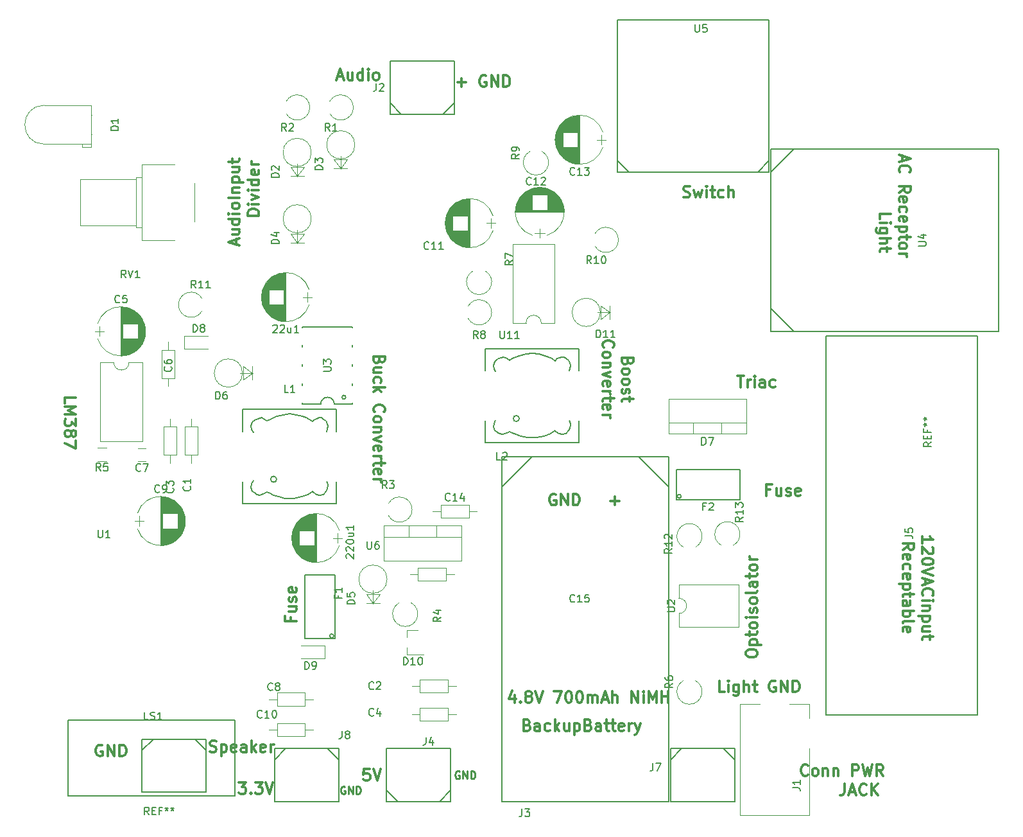
<source format=gbr>
G04 #@! TF.FileFunction,Legend,Top*
%FSLAX46Y46*%
G04 Gerber Fmt 4.6, Leading zero omitted, Abs format (unit mm)*
G04 Created by KiCad (PCBNEW 4.0.5) date Friday, May 26, 2017 'AMt' 10:19:46 AM*
%MOMM*%
%LPD*%
G01*
G04 APERTURE LIST*
%ADD10C,0.100000*%
%ADD11C,0.300000*%
%ADD12C,0.248000*%
%ADD13C,0.150000*%
%ADD14C,0.120000*%
G04 APERTURE END LIST*
D10*
D11*
X67661086Y40959200D02*
X67518229Y41030629D01*
X67303943Y41030629D01*
X67089658Y40959200D01*
X66946800Y40816343D01*
X66875372Y40673486D01*
X66803943Y40387771D01*
X66803943Y40173486D01*
X66875372Y39887771D01*
X66946800Y39744914D01*
X67089658Y39602057D01*
X67303943Y39530629D01*
X67446800Y39530629D01*
X67661086Y39602057D01*
X67732515Y39673486D01*
X67732515Y40173486D01*
X67446800Y40173486D01*
X68375372Y39530629D02*
X68375372Y41030629D01*
X69232515Y39530629D01*
X69232515Y41030629D01*
X69946801Y39530629D02*
X69946801Y41030629D01*
X70303944Y41030629D01*
X70518229Y40959200D01*
X70661087Y40816343D01*
X70732515Y40673486D01*
X70803944Y40387771D01*
X70803944Y40173486D01*
X70732515Y39887771D01*
X70661087Y39744914D01*
X70518229Y39602057D01*
X70303944Y39530629D01*
X69946801Y39530629D01*
X74875372Y40102057D02*
X76018229Y40102057D01*
X75446800Y39530629D02*
X75446800Y40673486D01*
X32689657Y24734915D02*
X32689657Y24234915D01*
X33475371Y24234915D02*
X31975371Y24234915D01*
X31975371Y24949201D01*
X32475371Y26163486D02*
X33475371Y26163486D01*
X32475371Y25520629D02*
X33261086Y25520629D01*
X33403943Y25592057D01*
X33475371Y25734915D01*
X33475371Y25949200D01*
X33403943Y26092057D01*
X33332514Y26163486D01*
X33403943Y26806343D02*
X33475371Y26949200D01*
X33475371Y27234915D01*
X33403943Y27377772D01*
X33261086Y27449200D01*
X33189657Y27449200D01*
X33046800Y27377772D01*
X32975371Y27234915D01*
X32975371Y27020629D01*
X32903943Y26877772D01*
X32761086Y26806343D01*
X32689657Y26806343D01*
X32546800Y26877772D01*
X32475371Y27020629D01*
X32475371Y27234915D01*
X32546800Y27377772D01*
X33403943Y28663486D02*
X33475371Y28520629D01*
X33475371Y28234915D01*
X33403943Y28092058D01*
X33261086Y28020629D01*
X32689657Y28020629D01*
X32546800Y28092058D01*
X32475371Y28234915D01*
X32475371Y28520629D01*
X32546800Y28663486D01*
X32689657Y28734915D01*
X32832514Y28734915D01*
X32975371Y28020629D01*
X95972515Y41556343D02*
X95472515Y41556343D01*
X95472515Y40770629D02*
X95472515Y42270629D01*
X96186801Y42270629D01*
X97401086Y41770629D02*
X97401086Y40770629D01*
X96758229Y41770629D02*
X96758229Y40984914D01*
X96829657Y40842057D01*
X96972515Y40770629D01*
X97186800Y40770629D01*
X97329657Y40842057D01*
X97401086Y40913486D01*
X98043943Y40842057D02*
X98186800Y40770629D01*
X98472515Y40770629D01*
X98615372Y40842057D01*
X98686800Y40984914D01*
X98686800Y41056343D01*
X98615372Y41199200D01*
X98472515Y41270629D01*
X98258229Y41270629D01*
X98115372Y41342057D01*
X98043943Y41484914D01*
X98043943Y41556343D01*
X98115372Y41699200D01*
X98258229Y41770629D01*
X98472515Y41770629D01*
X98615372Y41699200D01*
X99901086Y40842057D02*
X99758229Y40770629D01*
X99472515Y40770629D01*
X99329658Y40842057D01*
X99258229Y40984914D01*
X99258229Y41556343D01*
X99329658Y41699200D01*
X99472515Y41770629D01*
X99758229Y41770629D01*
X99901086Y41699200D01*
X99972515Y41556343D01*
X99972515Y41413486D01*
X99258229Y41270629D01*
X100926800Y3988486D02*
X100855371Y3917057D01*
X100641085Y3845629D01*
X100498228Y3845629D01*
X100283943Y3917057D01*
X100141085Y4059914D01*
X100069657Y4202771D01*
X99998228Y4488486D01*
X99998228Y4702771D01*
X100069657Y4988486D01*
X100141085Y5131343D01*
X100283943Y5274200D01*
X100498228Y5345629D01*
X100641085Y5345629D01*
X100855371Y5274200D01*
X100926800Y5202771D01*
X101783943Y3845629D02*
X101641085Y3917057D01*
X101569657Y3988486D01*
X101498228Y4131343D01*
X101498228Y4559914D01*
X101569657Y4702771D01*
X101641085Y4774200D01*
X101783943Y4845629D01*
X101998228Y4845629D01*
X102141085Y4774200D01*
X102212514Y4702771D01*
X102283943Y4559914D01*
X102283943Y4131343D01*
X102212514Y3988486D01*
X102141085Y3917057D01*
X101998228Y3845629D01*
X101783943Y3845629D01*
X102926800Y4845629D02*
X102926800Y3845629D01*
X102926800Y4702771D02*
X102998228Y4774200D01*
X103141086Y4845629D01*
X103355371Y4845629D01*
X103498228Y4774200D01*
X103569657Y4631343D01*
X103569657Y3845629D01*
X104283943Y4845629D02*
X104283943Y3845629D01*
X104283943Y4702771D02*
X104355371Y4774200D01*
X104498229Y4845629D01*
X104712514Y4845629D01*
X104855371Y4774200D01*
X104926800Y4631343D01*
X104926800Y3845629D01*
X106783943Y3845629D02*
X106783943Y5345629D01*
X107355371Y5345629D01*
X107498229Y5274200D01*
X107569657Y5202771D01*
X107641086Y5059914D01*
X107641086Y4845629D01*
X107569657Y4702771D01*
X107498229Y4631343D01*
X107355371Y4559914D01*
X106783943Y4559914D01*
X108141086Y5345629D02*
X108498229Y3845629D01*
X108783943Y4917057D01*
X109069657Y3845629D01*
X109426800Y5345629D01*
X110855372Y3845629D02*
X110355372Y4559914D01*
X109998229Y3845629D02*
X109998229Y5345629D01*
X110569657Y5345629D01*
X110712515Y5274200D01*
X110783943Y5202771D01*
X110855372Y5059914D01*
X110855372Y4845629D01*
X110783943Y4702771D01*
X110712515Y4631343D01*
X110569657Y4559914D01*
X109998229Y4559914D01*
X105783943Y2795629D02*
X105783943Y1724200D01*
X105712515Y1509914D01*
X105569658Y1367057D01*
X105355372Y1295629D01*
X105212515Y1295629D01*
X106426800Y1724200D02*
X107141086Y1724200D01*
X106283943Y1295629D02*
X106783943Y2795629D01*
X107283943Y1295629D01*
X108641086Y1438486D02*
X108569657Y1367057D01*
X108355371Y1295629D01*
X108212514Y1295629D01*
X107998229Y1367057D01*
X107855371Y1509914D01*
X107783943Y1652771D01*
X107712514Y1938486D01*
X107712514Y2152771D01*
X107783943Y2438486D01*
X107855371Y2581343D01*
X107998229Y2724200D01*
X108212514Y2795629D01*
X108355371Y2795629D01*
X108569657Y2724200D01*
X108641086Y2652771D01*
X109283943Y1295629D02*
X109283943Y2795629D01*
X110141086Y1295629D02*
X109498229Y2152771D01*
X110141086Y2795629D02*
X109283943Y1938486D01*
X92765371Y19854914D02*
X92765371Y20140628D01*
X92836800Y20283486D01*
X92979657Y20426343D01*
X93265371Y20497771D01*
X93765371Y20497771D01*
X94051086Y20426343D01*
X94193943Y20283486D01*
X94265371Y20140628D01*
X94265371Y19854914D01*
X94193943Y19712057D01*
X94051086Y19569200D01*
X93765371Y19497771D01*
X93265371Y19497771D01*
X92979657Y19569200D01*
X92836800Y19712057D01*
X92765371Y19854914D01*
X93265371Y21140629D02*
X94765371Y21140629D01*
X93336800Y21140629D02*
X93265371Y21283486D01*
X93265371Y21569200D01*
X93336800Y21712057D01*
X93408229Y21783486D01*
X93551086Y21854915D01*
X93979657Y21854915D01*
X94122514Y21783486D01*
X94193943Y21712057D01*
X94265371Y21569200D01*
X94265371Y21283486D01*
X94193943Y21140629D01*
X93265371Y22283486D02*
X93265371Y22854915D01*
X92765371Y22497772D02*
X94051086Y22497772D01*
X94193943Y22569200D01*
X94265371Y22712058D01*
X94265371Y22854915D01*
X94265371Y23569201D02*
X94193943Y23426343D01*
X94122514Y23354915D01*
X93979657Y23283486D01*
X93551086Y23283486D01*
X93408229Y23354915D01*
X93336800Y23426343D01*
X93265371Y23569201D01*
X93265371Y23783486D01*
X93336800Y23926343D01*
X93408229Y23997772D01*
X93551086Y24069201D01*
X93979657Y24069201D01*
X94122514Y23997772D01*
X94193943Y23926343D01*
X94265371Y23783486D01*
X94265371Y23569201D01*
X94265371Y24712058D02*
X93265371Y24712058D01*
X92765371Y24712058D02*
X92836800Y24640629D01*
X92908229Y24712058D01*
X92836800Y24783486D01*
X92765371Y24712058D01*
X92908229Y24712058D01*
X94193943Y25354915D02*
X94265371Y25497772D01*
X94265371Y25783487D01*
X94193943Y25926344D01*
X94051086Y25997772D01*
X93979657Y25997772D01*
X93836800Y25926344D01*
X93765371Y25783487D01*
X93765371Y25569201D01*
X93693943Y25426344D01*
X93551086Y25354915D01*
X93479657Y25354915D01*
X93336800Y25426344D01*
X93265371Y25569201D01*
X93265371Y25783487D01*
X93336800Y25926344D01*
X94265371Y26854916D02*
X94193943Y26712058D01*
X94122514Y26640630D01*
X93979657Y26569201D01*
X93551086Y26569201D01*
X93408229Y26640630D01*
X93336800Y26712058D01*
X93265371Y26854916D01*
X93265371Y27069201D01*
X93336800Y27212058D01*
X93408229Y27283487D01*
X93551086Y27354916D01*
X93979657Y27354916D01*
X94122514Y27283487D01*
X94193943Y27212058D01*
X94265371Y27069201D01*
X94265371Y26854916D01*
X94265371Y28212059D02*
X94193943Y28069201D01*
X94051086Y27997773D01*
X92765371Y27997773D01*
X94265371Y29426344D02*
X93479657Y29426344D01*
X93336800Y29354915D01*
X93265371Y29212058D01*
X93265371Y28926344D01*
X93336800Y28783487D01*
X94193943Y29426344D02*
X94265371Y29283487D01*
X94265371Y28926344D01*
X94193943Y28783487D01*
X94051086Y28712058D01*
X93908229Y28712058D01*
X93765371Y28783487D01*
X93693943Y28926344D01*
X93693943Y29283487D01*
X93622514Y29426344D01*
X93265371Y29926344D02*
X93265371Y30497773D01*
X92765371Y30140630D02*
X94051086Y30140630D01*
X94193943Y30212058D01*
X94265371Y30354916D01*
X94265371Y30497773D01*
X94265371Y31212059D02*
X94193943Y31069201D01*
X94122514Y30997773D01*
X93979657Y30926344D01*
X93551086Y30926344D01*
X93408229Y30997773D01*
X93336800Y31069201D01*
X93265371Y31212059D01*
X93265371Y31426344D01*
X93336800Y31569201D01*
X93408229Y31640630D01*
X93551086Y31712059D01*
X93979657Y31712059D01*
X94122514Y31640630D01*
X94193943Y31569201D01*
X94265371Y31426344D01*
X94265371Y31212059D01*
X94265371Y32354916D02*
X93265371Y32354916D01*
X93551086Y32354916D02*
X93408229Y32426344D01*
X93336800Y32497773D01*
X93265371Y32640630D01*
X93265371Y32783487D01*
X25521800Y73877771D02*
X25521800Y74592057D01*
X25950371Y73734914D02*
X24450371Y74234914D01*
X25950371Y74734914D01*
X24950371Y75877771D02*
X25950371Y75877771D01*
X24950371Y75234914D02*
X25736086Y75234914D01*
X25878943Y75306342D01*
X25950371Y75449200D01*
X25950371Y75663485D01*
X25878943Y75806342D01*
X25807514Y75877771D01*
X25950371Y77234914D02*
X24450371Y77234914D01*
X25878943Y77234914D02*
X25950371Y77092057D01*
X25950371Y76806343D01*
X25878943Y76663485D01*
X25807514Y76592057D01*
X25664657Y76520628D01*
X25236086Y76520628D01*
X25093229Y76592057D01*
X25021800Y76663485D01*
X24950371Y76806343D01*
X24950371Y77092057D01*
X25021800Y77234914D01*
X25950371Y77949200D02*
X24950371Y77949200D01*
X24450371Y77949200D02*
X24521800Y77877771D01*
X24593229Y77949200D01*
X24521800Y78020628D01*
X24450371Y77949200D01*
X24593229Y77949200D01*
X25950371Y78877772D02*
X25878943Y78734914D01*
X25807514Y78663486D01*
X25664657Y78592057D01*
X25236086Y78592057D01*
X25093229Y78663486D01*
X25021800Y78734914D01*
X24950371Y78877772D01*
X24950371Y79092057D01*
X25021800Y79234914D01*
X25093229Y79306343D01*
X25236086Y79377772D01*
X25664657Y79377772D01*
X25807514Y79306343D01*
X25878943Y79234914D01*
X25950371Y79092057D01*
X25950371Y78877772D01*
X25950371Y80020629D02*
X24450371Y80020629D01*
X24950371Y80734915D02*
X25950371Y80734915D01*
X25093229Y80734915D02*
X25021800Y80806343D01*
X24950371Y80949201D01*
X24950371Y81163486D01*
X25021800Y81306343D01*
X25164657Y81377772D01*
X25950371Y81377772D01*
X24950371Y82092058D02*
X26450371Y82092058D01*
X25021800Y82092058D02*
X24950371Y82234915D01*
X24950371Y82520629D01*
X25021800Y82663486D01*
X25093229Y82734915D01*
X25236086Y82806344D01*
X25664657Y82806344D01*
X25807514Y82734915D01*
X25878943Y82663486D01*
X25950371Y82520629D01*
X25950371Y82234915D01*
X25878943Y82092058D01*
X24950371Y84092058D02*
X25950371Y84092058D01*
X24950371Y83449201D02*
X25736086Y83449201D01*
X25878943Y83520629D01*
X25950371Y83663487D01*
X25950371Y83877772D01*
X25878943Y84020629D01*
X25807514Y84092058D01*
X24950371Y84592058D02*
X24950371Y85163487D01*
X24450371Y84806344D02*
X25736086Y84806344D01*
X25878943Y84877772D01*
X25950371Y85020630D01*
X25950371Y85163487D01*
X28500371Y77699200D02*
X27000371Y77699200D01*
X27000371Y78056343D01*
X27071800Y78270628D01*
X27214657Y78413486D01*
X27357514Y78484914D01*
X27643229Y78556343D01*
X27857514Y78556343D01*
X28143229Y78484914D01*
X28286086Y78413486D01*
X28428943Y78270628D01*
X28500371Y78056343D01*
X28500371Y77699200D01*
X28500371Y79199200D02*
X27500371Y79199200D01*
X27000371Y79199200D02*
X27071800Y79127771D01*
X27143229Y79199200D01*
X27071800Y79270628D01*
X27000371Y79199200D01*
X27143229Y79199200D01*
X27500371Y79770629D02*
X28500371Y80127772D01*
X27500371Y80484914D01*
X28500371Y81056343D02*
X27500371Y81056343D01*
X27000371Y81056343D02*
X27071800Y80984914D01*
X27143229Y81056343D01*
X27071800Y81127771D01*
X27000371Y81056343D01*
X27143229Y81056343D01*
X28500371Y82413486D02*
X27000371Y82413486D01*
X28428943Y82413486D02*
X28500371Y82270629D01*
X28500371Y81984915D01*
X28428943Y81842057D01*
X28357514Y81770629D01*
X28214657Y81699200D01*
X27786086Y81699200D01*
X27643229Y81770629D01*
X27571800Y81842057D01*
X27500371Y81984915D01*
X27500371Y82270629D01*
X27571800Y82413486D01*
X28428943Y83699200D02*
X28500371Y83556343D01*
X28500371Y83270629D01*
X28428943Y83127772D01*
X28286086Y83056343D01*
X27714657Y83056343D01*
X27571800Y83127772D01*
X27500371Y83270629D01*
X27500371Y83556343D01*
X27571800Y83699200D01*
X27714657Y83770629D01*
X27857514Y83770629D01*
X28000371Y83056343D01*
X28500371Y84413486D02*
X27500371Y84413486D01*
X27786086Y84413486D02*
X27643229Y84484914D01*
X27571800Y84556343D01*
X27500371Y84699200D01*
X27500371Y84842057D01*
X84505371Y80162057D02*
X84719657Y80090629D01*
X85076800Y80090629D01*
X85219657Y80162057D01*
X85291086Y80233486D01*
X85362514Y80376343D01*
X85362514Y80519200D01*
X85291086Y80662057D01*
X85219657Y80733486D01*
X85076800Y80804914D01*
X84791086Y80876343D01*
X84648228Y80947771D01*
X84576800Y81019200D01*
X84505371Y81162057D01*
X84505371Y81304914D01*
X84576800Y81447771D01*
X84648228Y81519200D01*
X84791086Y81590629D01*
X85148228Y81590629D01*
X85362514Y81519200D01*
X85862514Y81090629D02*
X86148228Y80090629D01*
X86433942Y80804914D01*
X86719657Y80090629D01*
X87005371Y81090629D01*
X87576800Y80090629D02*
X87576800Y81090629D01*
X87576800Y81590629D02*
X87505371Y81519200D01*
X87576800Y81447771D01*
X87648228Y81519200D01*
X87576800Y81590629D01*
X87576800Y81447771D01*
X88076800Y81090629D02*
X88648229Y81090629D01*
X88291086Y81590629D02*
X88291086Y80304914D01*
X88362514Y80162057D01*
X88505372Y80090629D01*
X88648229Y80090629D01*
X89791086Y80162057D02*
X89648229Y80090629D01*
X89362515Y80090629D01*
X89219657Y80162057D01*
X89148229Y80233486D01*
X89076800Y80376343D01*
X89076800Y80804914D01*
X89148229Y80947771D01*
X89219657Y81019200D01*
X89362515Y81090629D01*
X89648229Y81090629D01*
X89791086Y81019200D01*
X90433943Y80090629D02*
X90433943Y81590629D01*
X91076800Y80090629D02*
X91076800Y80876343D01*
X91005371Y81019200D01*
X90862514Y81090629D01*
X90648229Y81090629D01*
X90505371Y81019200D01*
X90433943Y80947771D01*
X115983229Y34526342D02*
X115983229Y35383485D01*
X115983229Y34954913D02*
X117483229Y34954913D01*
X117268943Y35097770D01*
X117126086Y35240628D01*
X117054657Y35383485D01*
X117340371Y33954914D02*
X117411800Y33883485D01*
X117483229Y33740628D01*
X117483229Y33383485D01*
X117411800Y33240628D01*
X117340371Y33169199D01*
X117197514Y33097771D01*
X117054657Y33097771D01*
X116840371Y33169199D01*
X115983229Y34026342D01*
X115983229Y33097771D01*
X117483229Y32169200D02*
X117483229Y32026343D01*
X117411800Y31883486D01*
X117340371Y31812057D01*
X117197514Y31740628D01*
X116911800Y31669200D01*
X116554657Y31669200D01*
X116268943Y31740628D01*
X116126086Y31812057D01*
X116054657Y31883486D01*
X115983229Y32026343D01*
X115983229Y32169200D01*
X116054657Y32312057D01*
X116126086Y32383486D01*
X116268943Y32454914D01*
X116554657Y32526343D01*
X116911800Y32526343D01*
X117197514Y32454914D01*
X117340371Y32383486D01*
X117411800Y32312057D01*
X117483229Y32169200D01*
X117483229Y31240629D02*
X115983229Y30740629D01*
X117483229Y30240629D01*
X116411800Y29812058D02*
X116411800Y29097772D01*
X115983229Y29954915D02*
X117483229Y29454915D01*
X115983229Y28954915D01*
X116126086Y27597772D02*
X116054657Y27669201D01*
X115983229Y27883487D01*
X115983229Y28026344D01*
X116054657Y28240629D01*
X116197514Y28383487D01*
X116340371Y28454915D01*
X116626086Y28526344D01*
X116840371Y28526344D01*
X117126086Y28454915D01*
X117268943Y28383487D01*
X117411800Y28240629D01*
X117483229Y28026344D01*
X117483229Y27883487D01*
X117411800Y27669201D01*
X117340371Y27597772D01*
X115983229Y26954915D02*
X116983229Y26954915D01*
X117483229Y26954915D02*
X117411800Y27026344D01*
X117340371Y26954915D01*
X117411800Y26883487D01*
X117483229Y26954915D01*
X117340371Y26954915D01*
X116983229Y26240629D02*
X115983229Y26240629D01*
X116840371Y26240629D02*
X116911800Y26169201D01*
X116983229Y26026343D01*
X116983229Y25812058D01*
X116911800Y25669201D01*
X116768943Y25597772D01*
X115983229Y25597772D01*
X116983229Y24883486D02*
X115483229Y24883486D01*
X116911800Y24883486D02*
X116983229Y24740629D01*
X116983229Y24454915D01*
X116911800Y24312058D01*
X116840371Y24240629D01*
X116697514Y24169200D01*
X116268943Y24169200D01*
X116126086Y24240629D01*
X116054657Y24312058D01*
X115983229Y24454915D01*
X115983229Y24740629D01*
X116054657Y24883486D01*
X116983229Y22883486D02*
X115983229Y22883486D01*
X116983229Y23526343D02*
X116197514Y23526343D01*
X116054657Y23454915D01*
X115983229Y23312057D01*
X115983229Y23097772D01*
X116054657Y22954915D01*
X116126086Y22883486D01*
X116983229Y22383486D02*
X116983229Y21812057D01*
X117483229Y22169200D02*
X116197514Y22169200D01*
X116054657Y22097772D01*
X115983229Y21954914D01*
X115983229Y21812057D01*
X113433229Y33633485D02*
X114147514Y34133485D01*
X113433229Y34490628D02*
X114933229Y34490628D01*
X114933229Y33919200D01*
X114861800Y33776342D01*
X114790371Y33704914D01*
X114647514Y33633485D01*
X114433229Y33633485D01*
X114290371Y33704914D01*
X114218943Y33776342D01*
X114147514Y33919200D01*
X114147514Y34490628D01*
X113504657Y32419200D02*
X113433229Y32562057D01*
X113433229Y32847771D01*
X113504657Y32990628D01*
X113647514Y33062057D01*
X114218943Y33062057D01*
X114361800Y32990628D01*
X114433229Y32847771D01*
X114433229Y32562057D01*
X114361800Y32419200D01*
X114218943Y32347771D01*
X114076086Y32347771D01*
X113933229Y33062057D01*
X113504657Y31062057D02*
X113433229Y31204914D01*
X113433229Y31490628D01*
X113504657Y31633486D01*
X113576086Y31704914D01*
X113718943Y31776343D01*
X114147514Y31776343D01*
X114290371Y31704914D01*
X114361800Y31633486D01*
X114433229Y31490628D01*
X114433229Y31204914D01*
X114361800Y31062057D01*
X113504657Y29847772D02*
X113433229Y29990629D01*
X113433229Y30276343D01*
X113504657Y30419200D01*
X113647514Y30490629D01*
X114218943Y30490629D01*
X114361800Y30419200D01*
X114433229Y30276343D01*
X114433229Y29990629D01*
X114361800Y29847772D01*
X114218943Y29776343D01*
X114076086Y29776343D01*
X113933229Y30490629D01*
X114433229Y29133486D02*
X112933229Y29133486D01*
X114361800Y29133486D02*
X114433229Y28990629D01*
X114433229Y28704915D01*
X114361800Y28562058D01*
X114290371Y28490629D01*
X114147514Y28419200D01*
X113718943Y28419200D01*
X113576086Y28490629D01*
X113504657Y28562058D01*
X113433229Y28704915D01*
X113433229Y28990629D01*
X113504657Y29133486D01*
X114433229Y27990629D02*
X114433229Y27419200D01*
X114933229Y27776343D02*
X113647514Y27776343D01*
X113504657Y27704915D01*
X113433229Y27562057D01*
X113433229Y27419200D01*
X113433229Y26276343D02*
X114218943Y26276343D01*
X114361800Y26347772D01*
X114433229Y26490629D01*
X114433229Y26776343D01*
X114361800Y26919200D01*
X113504657Y26276343D02*
X113433229Y26419200D01*
X113433229Y26776343D01*
X113504657Y26919200D01*
X113647514Y26990629D01*
X113790371Y26990629D01*
X113933229Y26919200D01*
X114004657Y26776343D01*
X114004657Y26419200D01*
X114076086Y26276343D01*
X113433229Y25562057D02*
X114933229Y25562057D01*
X114361800Y25562057D02*
X114433229Y25419200D01*
X114433229Y25133486D01*
X114361800Y24990629D01*
X114290371Y24919200D01*
X114147514Y24847771D01*
X113718943Y24847771D01*
X113576086Y24919200D01*
X113504657Y24990629D01*
X113433229Y25133486D01*
X113433229Y25419200D01*
X113504657Y25562057D01*
X113433229Y23990628D02*
X113504657Y24133486D01*
X113647514Y24204914D01*
X114933229Y24204914D01*
X113504657Y22847772D02*
X113433229Y22990629D01*
X113433229Y23276343D01*
X113504657Y23419200D01*
X113647514Y23490629D01*
X114218943Y23490629D01*
X114361800Y23419200D01*
X114433229Y23276343D01*
X114433229Y22990629D01*
X114361800Y22847772D01*
X114218943Y22776343D01*
X114076086Y22776343D01*
X113933229Y23490629D01*
X113371800Y85596342D02*
X113371800Y84882056D01*
X112943229Y85739199D02*
X114443229Y85239199D01*
X112943229Y84739199D01*
X113086086Y83382056D02*
X113014657Y83453485D01*
X112943229Y83667771D01*
X112943229Y83810628D01*
X113014657Y84024913D01*
X113157514Y84167771D01*
X113300371Y84239199D01*
X113586086Y84310628D01*
X113800371Y84310628D01*
X114086086Y84239199D01*
X114228943Y84167771D01*
X114371800Y84024913D01*
X114443229Y83810628D01*
X114443229Y83667771D01*
X114371800Y83453485D01*
X114300371Y83382056D01*
X112943229Y80739199D02*
X113657514Y81239199D01*
X112943229Y81596342D02*
X114443229Y81596342D01*
X114443229Y81024914D01*
X114371800Y80882056D01*
X114300371Y80810628D01*
X114157514Y80739199D01*
X113943229Y80739199D01*
X113800371Y80810628D01*
X113728943Y80882056D01*
X113657514Y81024914D01*
X113657514Y81596342D01*
X113014657Y79524914D02*
X112943229Y79667771D01*
X112943229Y79953485D01*
X113014657Y80096342D01*
X113157514Y80167771D01*
X113728943Y80167771D01*
X113871800Y80096342D01*
X113943229Y79953485D01*
X113943229Y79667771D01*
X113871800Y79524914D01*
X113728943Y79453485D01*
X113586086Y79453485D01*
X113443229Y80167771D01*
X113014657Y78167771D02*
X112943229Y78310628D01*
X112943229Y78596342D01*
X113014657Y78739200D01*
X113086086Y78810628D01*
X113228943Y78882057D01*
X113657514Y78882057D01*
X113800371Y78810628D01*
X113871800Y78739200D01*
X113943229Y78596342D01*
X113943229Y78310628D01*
X113871800Y78167771D01*
X113014657Y76953486D02*
X112943229Y77096343D01*
X112943229Y77382057D01*
X113014657Y77524914D01*
X113157514Y77596343D01*
X113728943Y77596343D01*
X113871800Y77524914D01*
X113943229Y77382057D01*
X113943229Y77096343D01*
X113871800Y76953486D01*
X113728943Y76882057D01*
X113586086Y76882057D01*
X113443229Y77596343D01*
X113943229Y76239200D02*
X112443229Y76239200D01*
X113871800Y76239200D02*
X113943229Y76096343D01*
X113943229Y75810629D01*
X113871800Y75667772D01*
X113800371Y75596343D01*
X113657514Y75524914D01*
X113228943Y75524914D01*
X113086086Y75596343D01*
X113014657Y75667772D01*
X112943229Y75810629D01*
X112943229Y76096343D01*
X113014657Y76239200D01*
X113943229Y75096343D02*
X113943229Y74524914D01*
X114443229Y74882057D02*
X113157514Y74882057D01*
X113014657Y74810629D01*
X112943229Y74667771D01*
X112943229Y74524914D01*
X112943229Y73810628D02*
X113014657Y73953486D01*
X113086086Y74024914D01*
X113228943Y74096343D01*
X113657514Y74096343D01*
X113800371Y74024914D01*
X113871800Y73953486D01*
X113943229Y73810628D01*
X113943229Y73596343D01*
X113871800Y73453486D01*
X113800371Y73382057D01*
X113657514Y73310628D01*
X113228943Y73310628D01*
X113086086Y73382057D01*
X113014657Y73453486D01*
X112943229Y73596343D01*
X112943229Y73810628D01*
X112943229Y72667771D02*
X113943229Y72667771D01*
X113657514Y72667771D02*
X113800371Y72596343D01*
X113871800Y72524914D01*
X113943229Y72382057D01*
X113943229Y72239200D01*
X110393229Y77239200D02*
X110393229Y77953486D01*
X111893229Y77953486D01*
X110393229Y76739200D02*
X111393229Y76739200D01*
X111893229Y76739200D02*
X111821800Y76810629D01*
X111750371Y76739200D01*
X111821800Y76667772D01*
X111893229Y76739200D01*
X111750371Y76739200D01*
X111393229Y75382057D02*
X110178943Y75382057D01*
X110036086Y75453486D01*
X109964657Y75524914D01*
X109893229Y75667771D01*
X109893229Y75882057D01*
X109964657Y76024914D01*
X110464657Y75382057D02*
X110393229Y75524914D01*
X110393229Y75810628D01*
X110464657Y75953486D01*
X110536086Y76024914D01*
X110678943Y76096343D01*
X111107514Y76096343D01*
X111250371Y76024914D01*
X111321800Y75953486D01*
X111393229Y75810628D01*
X111393229Y75524914D01*
X111321800Y75382057D01*
X110393229Y74667771D02*
X111893229Y74667771D01*
X110393229Y74024914D02*
X111178943Y74024914D01*
X111321800Y74096343D01*
X111393229Y74239200D01*
X111393229Y74453485D01*
X111321800Y74596343D01*
X111250371Y74667771D01*
X111393229Y73524914D02*
X111393229Y72953485D01*
X111893229Y73310628D02*
X110607514Y73310628D01*
X110464657Y73239200D01*
X110393229Y73096342D01*
X110393229Y72953485D01*
X91605372Y56570629D02*
X92462515Y56570629D01*
X92033944Y55070629D02*
X92033944Y56570629D01*
X92962515Y55070629D02*
X92962515Y56070629D01*
X92962515Y55784914D02*
X93033943Y55927771D01*
X93105372Y55999200D01*
X93248229Y56070629D01*
X93391086Y56070629D01*
X93891086Y55070629D02*
X93891086Y56070629D01*
X93891086Y56570629D02*
X93819657Y56499200D01*
X93891086Y56427771D01*
X93962514Y56499200D01*
X93891086Y56570629D01*
X93891086Y56427771D01*
X95248229Y55070629D02*
X95248229Y55856343D01*
X95176800Y55999200D01*
X95033943Y56070629D01*
X94748229Y56070629D01*
X94605372Y55999200D01*
X95248229Y55142057D02*
X95105372Y55070629D01*
X94748229Y55070629D01*
X94605372Y55142057D01*
X94533943Y55284914D01*
X94533943Y55427771D01*
X94605372Y55570629D01*
X94748229Y55642057D01*
X95105372Y55642057D01*
X95248229Y55713486D01*
X96605372Y55142057D02*
X96462515Y55070629D01*
X96176801Y55070629D01*
X96033943Y55142057D01*
X95962515Y55213486D01*
X95891086Y55356343D01*
X95891086Y55784914D01*
X95962515Y55927771D01*
X96033943Y55999200D01*
X96176801Y56070629D01*
X96462515Y56070629D01*
X96605372Y55999200D01*
X77178943Y58484914D02*
X77107514Y58270628D01*
X77036086Y58199200D01*
X76893229Y58127771D01*
X76678943Y58127771D01*
X76536086Y58199200D01*
X76464657Y58270628D01*
X76393229Y58413486D01*
X76393229Y58984914D01*
X77893229Y58984914D01*
X77893229Y58484914D01*
X77821800Y58342057D01*
X77750371Y58270628D01*
X77607514Y58199200D01*
X77464657Y58199200D01*
X77321800Y58270628D01*
X77250371Y58342057D01*
X77178943Y58484914D01*
X77178943Y58984914D01*
X76393229Y57270628D02*
X76464657Y57413486D01*
X76536086Y57484914D01*
X76678943Y57556343D01*
X77107514Y57556343D01*
X77250371Y57484914D01*
X77321800Y57413486D01*
X77393229Y57270628D01*
X77393229Y57056343D01*
X77321800Y56913486D01*
X77250371Y56842057D01*
X77107514Y56770628D01*
X76678943Y56770628D01*
X76536086Y56842057D01*
X76464657Y56913486D01*
X76393229Y57056343D01*
X76393229Y57270628D01*
X76393229Y55913485D02*
X76464657Y56056343D01*
X76536086Y56127771D01*
X76678943Y56199200D01*
X77107514Y56199200D01*
X77250371Y56127771D01*
X77321800Y56056343D01*
X77393229Y55913485D01*
X77393229Y55699200D01*
X77321800Y55556343D01*
X77250371Y55484914D01*
X77107514Y55413485D01*
X76678943Y55413485D01*
X76536086Y55484914D01*
X76464657Y55556343D01*
X76393229Y55699200D01*
X76393229Y55913485D01*
X76464657Y54842057D02*
X76393229Y54699200D01*
X76393229Y54413485D01*
X76464657Y54270628D01*
X76607514Y54199200D01*
X76678943Y54199200D01*
X76821800Y54270628D01*
X76893229Y54413485D01*
X76893229Y54627771D01*
X76964657Y54770628D01*
X77107514Y54842057D01*
X77178943Y54842057D01*
X77321800Y54770628D01*
X77393229Y54627771D01*
X77393229Y54413485D01*
X77321800Y54270628D01*
X77393229Y53770628D02*
X77393229Y53199199D01*
X77893229Y53556342D02*
X76607514Y53556342D01*
X76464657Y53484914D01*
X76393229Y53342056D01*
X76393229Y53199199D01*
X73986086Y60306342D02*
X73914657Y60377771D01*
X73843229Y60592057D01*
X73843229Y60734914D01*
X73914657Y60949199D01*
X74057514Y61092057D01*
X74200371Y61163485D01*
X74486086Y61234914D01*
X74700371Y61234914D01*
X74986086Y61163485D01*
X75128943Y61092057D01*
X75271800Y60949199D01*
X75343229Y60734914D01*
X75343229Y60592057D01*
X75271800Y60377771D01*
X75200371Y60306342D01*
X73843229Y59449199D02*
X73914657Y59592057D01*
X73986086Y59663485D01*
X74128943Y59734914D01*
X74557514Y59734914D01*
X74700371Y59663485D01*
X74771800Y59592057D01*
X74843229Y59449199D01*
X74843229Y59234914D01*
X74771800Y59092057D01*
X74700371Y59020628D01*
X74557514Y58949199D01*
X74128943Y58949199D01*
X73986086Y59020628D01*
X73914657Y59092057D01*
X73843229Y59234914D01*
X73843229Y59449199D01*
X74843229Y58306342D02*
X73843229Y58306342D01*
X74700371Y58306342D02*
X74771800Y58234914D01*
X74843229Y58092056D01*
X74843229Y57877771D01*
X74771800Y57734914D01*
X74628943Y57663485D01*
X73843229Y57663485D01*
X74843229Y57092056D02*
X73843229Y56734913D01*
X74843229Y56377771D01*
X73914657Y55234914D02*
X73843229Y55377771D01*
X73843229Y55663485D01*
X73914657Y55806342D01*
X74057514Y55877771D01*
X74628943Y55877771D01*
X74771800Y55806342D01*
X74843229Y55663485D01*
X74843229Y55377771D01*
X74771800Y55234914D01*
X74628943Y55163485D01*
X74486086Y55163485D01*
X74343229Y55877771D01*
X73843229Y54520628D02*
X74843229Y54520628D01*
X74557514Y54520628D02*
X74700371Y54449200D01*
X74771800Y54377771D01*
X74843229Y54234914D01*
X74843229Y54092057D01*
X74843229Y53806343D02*
X74843229Y53234914D01*
X75343229Y53592057D02*
X74057514Y53592057D01*
X73914657Y53520629D01*
X73843229Y53377771D01*
X73843229Y53234914D01*
X73914657Y52163486D02*
X73843229Y52306343D01*
X73843229Y52592057D01*
X73914657Y52734914D01*
X74057514Y52806343D01*
X74628943Y52806343D01*
X74771800Y52734914D01*
X74843229Y52592057D01*
X74843229Y52306343D01*
X74771800Y52163486D01*
X74628943Y52092057D01*
X74486086Y52092057D01*
X74343229Y52806343D01*
X73843229Y51449200D02*
X74843229Y51449200D01*
X74557514Y51449200D02*
X74700371Y51377772D01*
X74771800Y51306343D01*
X74843229Y51163486D01*
X74843229Y51020629D01*
X62225372Y14520629D02*
X62225372Y13520629D01*
X61868229Y15092057D02*
X61511086Y14020629D01*
X62439658Y14020629D01*
X63011086Y13663486D02*
X63082514Y13592057D01*
X63011086Y13520629D01*
X62939657Y13592057D01*
X63011086Y13663486D01*
X63011086Y13520629D01*
X63939658Y14377771D02*
X63796800Y14449200D01*
X63725372Y14520629D01*
X63653943Y14663486D01*
X63653943Y14734914D01*
X63725372Y14877771D01*
X63796800Y14949200D01*
X63939658Y15020629D01*
X64225372Y15020629D01*
X64368229Y14949200D01*
X64439658Y14877771D01*
X64511086Y14734914D01*
X64511086Y14663486D01*
X64439658Y14520629D01*
X64368229Y14449200D01*
X64225372Y14377771D01*
X63939658Y14377771D01*
X63796800Y14306343D01*
X63725372Y14234914D01*
X63653943Y14092057D01*
X63653943Y13806343D01*
X63725372Y13663486D01*
X63796800Y13592057D01*
X63939658Y13520629D01*
X64225372Y13520629D01*
X64368229Y13592057D01*
X64439658Y13663486D01*
X64511086Y13806343D01*
X64511086Y14092057D01*
X64439658Y14234914D01*
X64368229Y14306343D01*
X64225372Y14377771D01*
X64939657Y15020629D02*
X65439657Y13520629D01*
X65939657Y15020629D01*
X67439657Y15020629D02*
X68439657Y15020629D01*
X67796800Y13520629D01*
X69296799Y15020629D02*
X69439656Y15020629D01*
X69582513Y14949200D01*
X69653942Y14877771D01*
X69725371Y14734914D01*
X69796799Y14449200D01*
X69796799Y14092057D01*
X69725371Y13806343D01*
X69653942Y13663486D01*
X69582513Y13592057D01*
X69439656Y13520629D01*
X69296799Y13520629D01*
X69153942Y13592057D01*
X69082513Y13663486D01*
X69011085Y13806343D01*
X68939656Y14092057D01*
X68939656Y14449200D01*
X69011085Y14734914D01*
X69082513Y14877771D01*
X69153942Y14949200D01*
X69296799Y15020629D01*
X70725370Y15020629D02*
X70868227Y15020629D01*
X71011084Y14949200D01*
X71082513Y14877771D01*
X71153942Y14734914D01*
X71225370Y14449200D01*
X71225370Y14092057D01*
X71153942Y13806343D01*
X71082513Y13663486D01*
X71011084Y13592057D01*
X70868227Y13520629D01*
X70725370Y13520629D01*
X70582513Y13592057D01*
X70511084Y13663486D01*
X70439656Y13806343D01*
X70368227Y14092057D01*
X70368227Y14449200D01*
X70439656Y14734914D01*
X70511084Y14877771D01*
X70582513Y14949200D01*
X70725370Y15020629D01*
X71868227Y13520629D02*
X71868227Y14520629D01*
X71868227Y14377771D02*
X71939655Y14449200D01*
X72082513Y14520629D01*
X72296798Y14520629D01*
X72439655Y14449200D01*
X72511084Y14306343D01*
X72511084Y13520629D01*
X72511084Y14306343D02*
X72582513Y14449200D01*
X72725370Y14520629D01*
X72939655Y14520629D01*
X73082513Y14449200D01*
X73153941Y14306343D01*
X73153941Y13520629D01*
X73796798Y13949200D02*
X74511084Y13949200D01*
X73653941Y13520629D02*
X74153941Y15020629D01*
X74653941Y13520629D01*
X75153941Y13520629D02*
X75153941Y15020629D01*
X75796798Y13520629D02*
X75796798Y14306343D01*
X75725369Y14449200D01*
X75582512Y14520629D01*
X75368227Y14520629D01*
X75225369Y14449200D01*
X75153941Y14377771D01*
X77653941Y13520629D02*
X77653941Y15020629D01*
X78511084Y13520629D01*
X78511084Y15020629D01*
X79225370Y13520629D02*
X79225370Y14520629D01*
X79225370Y15020629D02*
X79153941Y14949200D01*
X79225370Y14877771D01*
X79296798Y14949200D01*
X79225370Y15020629D01*
X79225370Y14877771D01*
X79939656Y13520629D02*
X79939656Y15020629D01*
X80439656Y13949200D01*
X80939656Y15020629D01*
X80939656Y13520629D01*
X81653942Y13520629D02*
X81653942Y15020629D01*
X81653942Y14306343D02*
X82511085Y14306343D01*
X82511085Y13520629D02*
X82511085Y15020629D01*
X63903943Y10556343D02*
X64118229Y10484914D01*
X64189657Y10413486D01*
X64261086Y10270629D01*
X64261086Y10056343D01*
X64189657Y9913486D01*
X64118229Y9842057D01*
X63975371Y9770629D01*
X63403943Y9770629D01*
X63403943Y11270629D01*
X63903943Y11270629D01*
X64046800Y11199200D01*
X64118229Y11127771D01*
X64189657Y10984914D01*
X64189657Y10842057D01*
X64118229Y10699200D01*
X64046800Y10627771D01*
X63903943Y10556343D01*
X63403943Y10556343D01*
X65546800Y9770629D02*
X65546800Y10556343D01*
X65475371Y10699200D01*
X65332514Y10770629D01*
X65046800Y10770629D01*
X64903943Y10699200D01*
X65546800Y9842057D02*
X65403943Y9770629D01*
X65046800Y9770629D01*
X64903943Y9842057D01*
X64832514Y9984914D01*
X64832514Y10127771D01*
X64903943Y10270629D01*
X65046800Y10342057D01*
X65403943Y10342057D01*
X65546800Y10413486D01*
X66903943Y9842057D02*
X66761086Y9770629D01*
X66475372Y9770629D01*
X66332514Y9842057D01*
X66261086Y9913486D01*
X66189657Y10056343D01*
X66189657Y10484914D01*
X66261086Y10627771D01*
X66332514Y10699200D01*
X66475372Y10770629D01*
X66761086Y10770629D01*
X66903943Y10699200D01*
X67546800Y9770629D02*
X67546800Y11270629D01*
X67689657Y10342057D02*
X68118228Y9770629D01*
X68118228Y10770629D02*
X67546800Y10199200D01*
X69403943Y10770629D02*
X69403943Y9770629D01*
X68761086Y10770629D02*
X68761086Y9984914D01*
X68832514Y9842057D01*
X68975372Y9770629D01*
X69189657Y9770629D01*
X69332514Y9842057D01*
X69403943Y9913486D01*
X70118229Y10770629D02*
X70118229Y9270629D01*
X70118229Y10699200D02*
X70261086Y10770629D01*
X70546800Y10770629D01*
X70689657Y10699200D01*
X70761086Y10627771D01*
X70832515Y10484914D01*
X70832515Y10056343D01*
X70761086Y9913486D01*
X70689657Y9842057D01*
X70546800Y9770629D01*
X70261086Y9770629D01*
X70118229Y9842057D01*
X71975372Y10556343D02*
X72189658Y10484914D01*
X72261086Y10413486D01*
X72332515Y10270629D01*
X72332515Y10056343D01*
X72261086Y9913486D01*
X72189658Y9842057D01*
X72046800Y9770629D01*
X71475372Y9770629D01*
X71475372Y11270629D01*
X71975372Y11270629D01*
X72118229Y11199200D01*
X72189658Y11127771D01*
X72261086Y10984914D01*
X72261086Y10842057D01*
X72189658Y10699200D01*
X72118229Y10627771D01*
X71975372Y10556343D01*
X71475372Y10556343D01*
X73618229Y9770629D02*
X73618229Y10556343D01*
X73546800Y10699200D01*
X73403943Y10770629D01*
X73118229Y10770629D01*
X72975372Y10699200D01*
X73618229Y9842057D02*
X73475372Y9770629D01*
X73118229Y9770629D01*
X72975372Y9842057D01*
X72903943Y9984914D01*
X72903943Y10127771D01*
X72975372Y10270629D01*
X73118229Y10342057D01*
X73475372Y10342057D01*
X73618229Y10413486D01*
X74118229Y10770629D02*
X74689658Y10770629D01*
X74332515Y11270629D02*
X74332515Y9984914D01*
X74403943Y9842057D01*
X74546801Y9770629D01*
X74689658Y9770629D01*
X74975372Y10770629D02*
X75546801Y10770629D01*
X75189658Y11270629D02*
X75189658Y9984914D01*
X75261086Y9842057D01*
X75403944Y9770629D01*
X75546801Y9770629D01*
X76618229Y9842057D02*
X76475372Y9770629D01*
X76189658Y9770629D01*
X76046801Y9842057D01*
X75975372Y9984914D01*
X75975372Y10556343D01*
X76046801Y10699200D01*
X76189658Y10770629D01*
X76475372Y10770629D01*
X76618229Y10699200D01*
X76689658Y10556343D01*
X76689658Y10413486D01*
X75975372Y10270629D01*
X77332515Y9770629D02*
X77332515Y10770629D01*
X77332515Y10484914D02*
X77403943Y10627771D01*
X77475372Y10699200D01*
X77618229Y10770629D01*
X77761086Y10770629D01*
X78118229Y10770629D02*
X78475372Y9770629D01*
X78832514Y10770629D02*
X78475372Y9770629D01*
X78332514Y9413486D01*
X78261086Y9342057D01*
X78118229Y9270629D01*
X2868229Y52984913D02*
X2868229Y53699199D01*
X4368229Y53699199D01*
X2868229Y52484913D02*
X4368229Y52484913D01*
X3296800Y51984913D01*
X4368229Y51484913D01*
X2868229Y51484913D01*
X4368229Y50913484D02*
X4368229Y49984913D01*
X3796800Y50484913D01*
X3796800Y50270627D01*
X3725371Y50127770D01*
X3653943Y50056341D01*
X3511086Y49984913D01*
X3153943Y49984913D01*
X3011086Y50056341D01*
X2939657Y50127770D01*
X2868229Y50270627D01*
X2868229Y50699199D01*
X2939657Y50842056D01*
X3011086Y50913484D01*
X3725371Y49127770D02*
X3796800Y49270628D01*
X3868229Y49342056D01*
X4011086Y49413485D01*
X4082514Y49413485D01*
X4225371Y49342056D01*
X4296800Y49270628D01*
X4368229Y49127770D01*
X4368229Y48842056D01*
X4296800Y48699199D01*
X4225371Y48627770D01*
X4082514Y48556342D01*
X4011086Y48556342D01*
X3868229Y48627770D01*
X3796800Y48699199D01*
X3725371Y48842056D01*
X3725371Y49127770D01*
X3653943Y49270628D01*
X3582514Y49342056D01*
X3439657Y49413485D01*
X3153943Y49413485D01*
X3011086Y49342056D01*
X2939657Y49270628D01*
X2868229Y49127770D01*
X2868229Y48842056D01*
X2939657Y48699199D01*
X3011086Y48627770D01*
X3153943Y48556342D01*
X3439657Y48556342D01*
X3582514Y48627770D01*
X3653943Y48699199D01*
X3725371Y48842056D01*
X4368229Y48056342D02*
X4368229Y47056342D01*
X2868229Y47699199D01*
X44403943Y58663485D02*
X44332514Y58449199D01*
X44261086Y58377771D01*
X44118229Y58306342D01*
X43903943Y58306342D01*
X43761086Y58377771D01*
X43689657Y58449199D01*
X43618229Y58592057D01*
X43618229Y59163485D01*
X45118229Y59163485D01*
X45118229Y58663485D01*
X45046800Y58520628D01*
X44975371Y58449199D01*
X44832514Y58377771D01*
X44689657Y58377771D01*
X44546800Y58449199D01*
X44475371Y58520628D01*
X44403943Y58663485D01*
X44403943Y59163485D01*
X44618229Y57020628D02*
X43618229Y57020628D01*
X44618229Y57663485D02*
X43832514Y57663485D01*
X43689657Y57592057D01*
X43618229Y57449199D01*
X43618229Y57234914D01*
X43689657Y57092057D01*
X43761086Y57020628D01*
X43689657Y55663485D02*
X43618229Y55806342D01*
X43618229Y56092056D01*
X43689657Y56234914D01*
X43761086Y56306342D01*
X43903943Y56377771D01*
X44332514Y56377771D01*
X44475371Y56306342D01*
X44546800Y56234914D01*
X44618229Y56092056D01*
X44618229Y55806342D01*
X44546800Y55663485D01*
X43618229Y55020628D02*
X45118229Y55020628D01*
X44189657Y54877771D02*
X43618229Y54449200D01*
X44618229Y54449200D02*
X44046800Y55020628D01*
X43761086Y51806342D02*
X43689657Y51877771D01*
X43618229Y52092057D01*
X43618229Y52234914D01*
X43689657Y52449199D01*
X43832514Y52592057D01*
X43975371Y52663485D01*
X44261086Y52734914D01*
X44475371Y52734914D01*
X44761086Y52663485D01*
X44903943Y52592057D01*
X45046800Y52449199D01*
X45118229Y52234914D01*
X45118229Y52092057D01*
X45046800Y51877771D01*
X44975371Y51806342D01*
X43618229Y50949199D02*
X43689657Y51092057D01*
X43761086Y51163485D01*
X43903943Y51234914D01*
X44332514Y51234914D01*
X44475371Y51163485D01*
X44546800Y51092057D01*
X44618229Y50949199D01*
X44618229Y50734914D01*
X44546800Y50592057D01*
X44475371Y50520628D01*
X44332514Y50449199D01*
X43903943Y50449199D01*
X43761086Y50520628D01*
X43689657Y50592057D01*
X43618229Y50734914D01*
X43618229Y50949199D01*
X44618229Y49806342D02*
X43618229Y49806342D01*
X44475371Y49806342D02*
X44546800Y49734914D01*
X44618229Y49592056D01*
X44618229Y49377771D01*
X44546800Y49234914D01*
X44403943Y49163485D01*
X43618229Y49163485D01*
X44618229Y48592056D02*
X43618229Y48234913D01*
X44618229Y47877771D01*
X43689657Y46734914D02*
X43618229Y46877771D01*
X43618229Y47163485D01*
X43689657Y47306342D01*
X43832514Y47377771D01*
X44403943Y47377771D01*
X44546800Y47306342D01*
X44618229Y47163485D01*
X44618229Y46877771D01*
X44546800Y46734914D01*
X44403943Y46663485D01*
X44261086Y46663485D01*
X44118229Y47377771D01*
X43618229Y46020628D02*
X44618229Y46020628D01*
X44332514Y46020628D02*
X44475371Y45949200D01*
X44546800Y45877771D01*
X44618229Y45734914D01*
X44618229Y45592057D01*
X44618229Y45306343D02*
X44618229Y44734914D01*
X45118229Y45092057D02*
X43832514Y45092057D01*
X43689657Y45020629D01*
X43618229Y44877771D01*
X43618229Y44734914D01*
X43689657Y43663486D02*
X43618229Y43806343D01*
X43618229Y44092057D01*
X43689657Y44234914D01*
X43832514Y44306343D01*
X44403943Y44306343D01*
X44546800Y44234914D01*
X44618229Y44092057D01*
X44618229Y43806343D01*
X44546800Y43663486D01*
X44403943Y43592057D01*
X44261086Y43592057D01*
X44118229Y44306343D01*
X43618229Y42949200D02*
X44618229Y42949200D01*
X44332514Y42949200D02*
X44475371Y42877772D01*
X44546800Y42806343D01*
X44618229Y42663486D01*
X44618229Y42520629D01*
X54668229Y95242057D02*
X55811086Y95242057D01*
X55239657Y94670629D02*
X55239657Y95813486D01*
X58453943Y96099200D02*
X58311086Y96170629D01*
X58096800Y96170629D01*
X57882515Y96099200D01*
X57739657Y95956343D01*
X57668229Y95813486D01*
X57596800Y95527771D01*
X57596800Y95313486D01*
X57668229Y95027771D01*
X57739657Y94884914D01*
X57882515Y94742057D01*
X58096800Y94670629D01*
X58239657Y94670629D01*
X58453943Y94742057D01*
X58525372Y94813486D01*
X58525372Y95313486D01*
X58239657Y95313486D01*
X59168229Y94670629D02*
X59168229Y96170629D01*
X60025372Y94670629D01*
X60025372Y96170629D01*
X60739658Y94670629D02*
X60739658Y96170629D01*
X61096801Y96170629D01*
X61311086Y96099200D01*
X61453944Y95956343D01*
X61525372Y95813486D01*
X61596801Y95527771D01*
X61596801Y95313486D01*
X61525372Y95027771D01*
X61453944Y94884914D01*
X61311086Y94742057D01*
X61096801Y94670629D01*
X60739658Y94670629D01*
X38846800Y95999200D02*
X39561086Y95999200D01*
X38703943Y95570629D02*
X39203943Y97070629D01*
X39703943Y95570629D01*
X40846800Y96570629D02*
X40846800Y95570629D01*
X40203943Y96570629D02*
X40203943Y95784914D01*
X40275371Y95642057D01*
X40418229Y95570629D01*
X40632514Y95570629D01*
X40775371Y95642057D01*
X40846800Y95713486D01*
X42203943Y95570629D02*
X42203943Y97070629D01*
X42203943Y95642057D02*
X42061086Y95570629D01*
X41775372Y95570629D01*
X41632514Y95642057D01*
X41561086Y95713486D01*
X41489657Y95856343D01*
X41489657Y96284914D01*
X41561086Y96427771D01*
X41632514Y96499200D01*
X41775372Y96570629D01*
X42061086Y96570629D01*
X42203943Y96499200D01*
X42918229Y95570629D02*
X42918229Y96570629D01*
X42918229Y97070629D02*
X42846800Y96999200D01*
X42918229Y96927771D01*
X42989657Y96999200D01*
X42918229Y97070629D01*
X42918229Y96927771D01*
X43846801Y95570629D02*
X43703943Y95642057D01*
X43632515Y95713486D01*
X43561086Y95856343D01*
X43561086Y96284914D01*
X43632515Y96427771D01*
X43703943Y96499200D01*
X43846801Y96570629D01*
X44061086Y96570629D01*
X44203943Y96499200D01*
X44275372Y96427771D01*
X44346801Y96284914D01*
X44346801Y95856343D01*
X44275372Y95713486D01*
X44203943Y95642057D01*
X44061086Y95570629D01*
X43846801Y95570629D01*
X89941086Y14900629D02*
X89226800Y14900629D01*
X89226800Y16400629D01*
X90441086Y14900629D02*
X90441086Y15900629D01*
X90441086Y16400629D02*
X90369657Y16329200D01*
X90441086Y16257771D01*
X90512514Y16329200D01*
X90441086Y16400629D01*
X90441086Y16257771D01*
X91798229Y15900629D02*
X91798229Y14686343D01*
X91726800Y14543486D01*
X91655372Y14472057D01*
X91512515Y14400629D01*
X91298229Y14400629D01*
X91155372Y14472057D01*
X91798229Y14972057D02*
X91655372Y14900629D01*
X91369658Y14900629D01*
X91226800Y14972057D01*
X91155372Y15043486D01*
X91083943Y15186343D01*
X91083943Y15614914D01*
X91155372Y15757771D01*
X91226800Y15829200D01*
X91369658Y15900629D01*
X91655372Y15900629D01*
X91798229Y15829200D01*
X92512515Y14900629D02*
X92512515Y16400629D01*
X93155372Y14900629D02*
X93155372Y15686343D01*
X93083943Y15829200D01*
X92941086Y15900629D01*
X92726801Y15900629D01*
X92583943Y15829200D01*
X92512515Y15757771D01*
X93655372Y15900629D02*
X94226801Y15900629D01*
X93869658Y16400629D02*
X93869658Y15114914D01*
X93941086Y14972057D01*
X94083944Y14900629D01*
X94226801Y14900629D01*
X96655372Y16329200D02*
X96512515Y16400629D01*
X96298229Y16400629D01*
X96083944Y16329200D01*
X95941086Y16186343D01*
X95869658Y16043486D01*
X95798229Y15757771D01*
X95798229Y15543486D01*
X95869658Y15257771D01*
X95941086Y15114914D01*
X96083944Y14972057D01*
X96298229Y14900629D01*
X96441086Y14900629D01*
X96655372Y14972057D01*
X96726801Y15043486D01*
X96726801Y15543486D01*
X96441086Y15543486D01*
X97369658Y14900629D02*
X97369658Y16400629D01*
X98226801Y14900629D01*
X98226801Y16400629D01*
X98941087Y14900629D02*
X98941087Y16400629D01*
X99298230Y16400629D01*
X99512515Y16329200D01*
X99655373Y16186343D01*
X99726801Y16043486D01*
X99798230Y15757771D01*
X99798230Y15543486D01*
X99726801Y15257771D01*
X99655373Y15114914D01*
X99512515Y14972057D01*
X99298230Y14900629D01*
X98941087Y14900629D01*
X7843943Y7864200D02*
X7701086Y7935629D01*
X7486800Y7935629D01*
X7272515Y7864200D01*
X7129657Y7721343D01*
X7058229Y7578486D01*
X6986800Y7292771D01*
X6986800Y7078486D01*
X7058229Y6792771D01*
X7129657Y6649914D01*
X7272515Y6507057D01*
X7486800Y6435629D01*
X7629657Y6435629D01*
X7843943Y6507057D01*
X7915372Y6578486D01*
X7915372Y7078486D01*
X7629657Y7078486D01*
X8558229Y6435629D02*
X8558229Y7935629D01*
X9415372Y6435629D01*
X9415372Y7935629D01*
X10129658Y6435629D02*
X10129658Y7935629D01*
X10486801Y7935629D01*
X10701086Y7864200D01*
X10843944Y7721343D01*
X10915372Y7578486D01*
X10986801Y7292771D01*
X10986801Y7078486D01*
X10915372Y6792771D01*
X10843944Y6649914D01*
X10701086Y6507057D01*
X10486801Y6435629D01*
X10129658Y6435629D01*
X22033943Y7062057D02*
X22248229Y6990629D01*
X22605372Y6990629D01*
X22748229Y7062057D01*
X22819658Y7133486D01*
X22891086Y7276343D01*
X22891086Y7419200D01*
X22819658Y7562057D01*
X22748229Y7633486D01*
X22605372Y7704914D01*
X22319658Y7776343D01*
X22176800Y7847771D01*
X22105372Y7919200D01*
X22033943Y8062057D01*
X22033943Y8204914D01*
X22105372Y8347771D01*
X22176800Y8419200D01*
X22319658Y8490629D01*
X22676800Y8490629D01*
X22891086Y8419200D01*
X23533943Y7990629D02*
X23533943Y6490629D01*
X23533943Y7919200D02*
X23676800Y7990629D01*
X23962514Y7990629D01*
X24105371Y7919200D01*
X24176800Y7847771D01*
X24248229Y7704914D01*
X24248229Y7276343D01*
X24176800Y7133486D01*
X24105371Y7062057D01*
X23962514Y6990629D01*
X23676800Y6990629D01*
X23533943Y7062057D01*
X25462514Y7062057D02*
X25319657Y6990629D01*
X25033943Y6990629D01*
X24891086Y7062057D01*
X24819657Y7204914D01*
X24819657Y7776343D01*
X24891086Y7919200D01*
X25033943Y7990629D01*
X25319657Y7990629D01*
X25462514Y7919200D01*
X25533943Y7776343D01*
X25533943Y7633486D01*
X24819657Y7490629D01*
X26819657Y6990629D02*
X26819657Y7776343D01*
X26748228Y7919200D01*
X26605371Y7990629D01*
X26319657Y7990629D01*
X26176800Y7919200D01*
X26819657Y7062057D02*
X26676800Y6990629D01*
X26319657Y6990629D01*
X26176800Y7062057D01*
X26105371Y7204914D01*
X26105371Y7347771D01*
X26176800Y7490629D01*
X26319657Y7562057D01*
X26676800Y7562057D01*
X26819657Y7633486D01*
X27533943Y6990629D02*
X27533943Y8490629D01*
X27676800Y7562057D02*
X28105371Y6990629D01*
X28105371Y7990629D02*
X27533943Y7419200D01*
X29319657Y7062057D02*
X29176800Y6990629D01*
X28891086Y6990629D01*
X28748229Y7062057D01*
X28676800Y7204914D01*
X28676800Y7776343D01*
X28748229Y7919200D01*
X28891086Y7990629D01*
X29176800Y7990629D01*
X29319657Y7919200D01*
X29391086Y7776343D01*
X29391086Y7633486D01*
X28676800Y7490629D01*
X30033943Y6990629D02*
X30033943Y7990629D01*
X30033943Y7704914D02*
X30105371Y7847771D01*
X30176800Y7919200D01*
X30319657Y7990629D01*
X30462514Y7990629D01*
D12*
X54940991Y4425200D02*
X54846514Y4472438D01*
X54704800Y4472438D01*
X54563086Y4425200D01*
X54468610Y4330724D01*
X54421371Y4236248D01*
X54374133Y4047295D01*
X54374133Y3905581D01*
X54421371Y3716629D01*
X54468610Y3622152D01*
X54563086Y3527676D01*
X54704800Y3480438D01*
X54799276Y3480438D01*
X54940991Y3527676D01*
X54988229Y3574914D01*
X54988229Y3905581D01*
X54799276Y3905581D01*
X55413371Y3480438D02*
X55413371Y4472438D01*
X55980229Y3480438D01*
X55980229Y4472438D01*
X56452609Y3480438D02*
X56452609Y4472438D01*
X56688800Y4472438D01*
X56830514Y4425200D01*
X56924990Y4330724D01*
X56972229Y4236248D01*
X57019467Y4047295D01*
X57019467Y3905581D01*
X56972229Y3716629D01*
X56924990Y3622152D01*
X56830514Y3527676D01*
X56688800Y3480438D01*
X56452609Y3480438D01*
D11*
X43091087Y4750629D02*
X42376801Y4750629D01*
X42305372Y4036343D01*
X42376801Y4107771D01*
X42519658Y4179200D01*
X42876801Y4179200D01*
X43019658Y4107771D01*
X43091087Y4036343D01*
X43162515Y3893486D01*
X43162515Y3536343D01*
X43091087Y3393486D01*
X43019658Y3322057D01*
X42876801Y3250629D01*
X42519658Y3250629D01*
X42376801Y3322057D01*
X42305372Y3393486D01*
X43591086Y4750629D02*
X44091086Y3250629D01*
X44591086Y4750629D01*
D12*
X39840991Y2433200D02*
X39746514Y2480438D01*
X39604800Y2480438D01*
X39463086Y2433200D01*
X39368610Y2338724D01*
X39321371Y2244248D01*
X39274133Y2055295D01*
X39274133Y1913581D01*
X39321371Y1724629D01*
X39368610Y1630152D01*
X39463086Y1535676D01*
X39604800Y1488438D01*
X39699276Y1488438D01*
X39840991Y1535676D01*
X39888229Y1582914D01*
X39888229Y1913581D01*
X39699276Y1913581D01*
X40313371Y1488438D02*
X40313371Y2480438D01*
X40880229Y1488438D01*
X40880229Y2480438D01*
X41352609Y1488438D02*
X41352609Y2480438D01*
X41588800Y2480438D01*
X41730514Y2433200D01*
X41824990Y2338724D01*
X41872229Y2244248D01*
X41919467Y2055295D01*
X41919467Y1913581D01*
X41872229Y1724629D01*
X41824990Y1630152D01*
X41730514Y1535676D01*
X41588800Y1488438D01*
X41352609Y1488438D01*
D11*
X25862515Y2995629D02*
X26791086Y2995629D01*
X26291086Y2424200D01*
X26505372Y2424200D01*
X26648229Y2352771D01*
X26719658Y2281343D01*
X26791086Y2138486D01*
X26791086Y1781343D01*
X26719658Y1638486D01*
X26648229Y1567057D01*
X26505372Y1495629D01*
X26076800Y1495629D01*
X25933943Y1567057D01*
X25862515Y1638486D01*
X27433943Y1638486D02*
X27505371Y1567057D01*
X27433943Y1495629D01*
X27362514Y1567057D01*
X27433943Y1638486D01*
X27433943Y1495629D01*
X28005372Y2995629D02*
X28933943Y2995629D01*
X28433943Y2424200D01*
X28648229Y2424200D01*
X28791086Y2352771D01*
X28862515Y2281343D01*
X28933943Y2138486D01*
X28933943Y1781343D01*
X28862515Y1638486D01*
X28791086Y1567057D01*
X28648229Y1495629D01*
X28219657Y1495629D01*
X28076800Y1567057D01*
X28005372Y1638486D01*
X29362514Y2995629D02*
X29862514Y1495629D01*
X30362514Y2995629D01*
D13*
X3325000Y1178300D02*
X3325000Y11178300D01*
X25325000Y11178300D02*
X3325000Y11178300D01*
X3325000Y1178300D02*
X25325000Y1178300D01*
X3325000Y1178300D02*
X3325000Y11178300D01*
X3325000Y11178300D02*
X25325000Y11178300D01*
X25325000Y11178300D02*
X25325000Y1178300D01*
D14*
X32958360Y34219843D02*
G75*
G03X39135036Y34219200I3088440J979357D01*
G01*
X32958360Y36178557D02*
G75*
G02X39135036Y36179200I3088440J-979357D01*
G01*
X32958360Y36178557D02*
G75*
G03X32958564Y34219200I3088440J-979357D01*
G01*
X36046800Y31999200D02*
X36046800Y38399200D01*
X36006800Y31999200D02*
X36006800Y38399200D01*
X35966800Y31999200D02*
X35966800Y38399200D01*
X35926800Y32001200D02*
X35926800Y38397200D01*
X35886800Y32002200D02*
X35886800Y38396200D01*
X35846800Y32005200D02*
X35846800Y38393200D01*
X35806800Y32007200D02*
X35806800Y38391200D01*
X35766800Y32011200D02*
X35766800Y34219200D01*
X35766800Y36179200D02*
X35766800Y38387200D01*
X35726800Y32014200D02*
X35726800Y34219200D01*
X35726800Y36179200D02*
X35726800Y38384200D01*
X35686800Y32019200D02*
X35686800Y34219200D01*
X35686800Y36179200D02*
X35686800Y38379200D01*
X35646800Y32023200D02*
X35646800Y34219200D01*
X35646800Y36179200D02*
X35646800Y38375200D01*
X35606800Y32029200D02*
X35606800Y34219200D01*
X35606800Y36179200D02*
X35606800Y38369200D01*
X35566800Y32034200D02*
X35566800Y34219200D01*
X35566800Y36179200D02*
X35566800Y38364200D01*
X35526800Y32041200D02*
X35526800Y34219200D01*
X35526800Y36179200D02*
X35526800Y38357200D01*
X35486800Y32047200D02*
X35486800Y34219200D01*
X35486800Y36179200D02*
X35486800Y38351200D01*
X35446800Y32055200D02*
X35446800Y34219200D01*
X35446800Y36179200D02*
X35446800Y38343200D01*
X35406800Y32062200D02*
X35406800Y34219200D01*
X35406800Y36179200D02*
X35406800Y38336200D01*
X35366800Y32071200D02*
X35366800Y34219200D01*
X35366800Y36179200D02*
X35366800Y38327200D01*
X35325800Y32080200D02*
X35325800Y34219200D01*
X35325800Y36179200D02*
X35325800Y38318200D01*
X35285800Y32089200D02*
X35285800Y34219200D01*
X35285800Y36179200D02*
X35285800Y38309200D01*
X35245800Y32099200D02*
X35245800Y34219200D01*
X35245800Y36179200D02*
X35245800Y38299200D01*
X35205800Y32109200D02*
X35205800Y34219200D01*
X35205800Y36179200D02*
X35205800Y38289200D01*
X35165800Y32120200D02*
X35165800Y34219200D01*
X35165800Y36179200D02*
X35165800Y38278200D01*
X35125800Y32132200D02*
X35125800Y34219200D01*
X35125800Y36179200D02*
X35125800Y38266200D01*
X35085800Y32144200D02*
X35085800Y34219200D01*
X35085800Y36179200D02*
X35085800Y38254200D01*
X35045800Y32157200D02*
X35045800Y34219200D01*
X35045800Y36179200D02*
X35045800Y38241200D01*
X35005800Y32170200D02*
X35005800Y34219200D01*
X35005800Y36179200D02*
X35005800Y38228200D01*
X34965800Y32184200D02*
X34965800Y34219200D01*
X34965800Y36179200D02*
X34965800Y38214200D01*
X34925800Y32198200D02*
X34925800Y34219200D01*
X34925800Y36179200D02*
X34925800Y38200200D01*
X34885800Y32213200D02*
X34885800Y34219200D01*
X34885800Y36179200D02*
X34885800Y38185200D01*
X34845800Y32229200D02*
X34845800Y34219200D01*
X34845800Y36179200D02*
X34845800Y38169200D01*
X34805800Y32245200D02*
X34805800Y34219200D01*
X34805800Y36179200D02*
X34805800Y38153200D01*
X34765800Y32262200D02*
X34765800Y34219200D01*
X34765800Y36179200D02*
X34765800Y38136200D01*
X34725800Y32280200D02*
X34725800Y34219200D01*
X34725800Y36179200D02*
X34725800Y38118200D01*
X34685800Y32298200D02*
X34685800Y34219200D01*
X34685800Y36179200D02*
X34685800Y38100200D01*
X34645800Y32317200D02*
X34645800Y34219200D01*
X34645800Y36179200D02*
X34645800Y38081200D01*
X34605800Y32336200D02*
X34605800Y34219200D01*
X34605800Y36179200D02*
X34605800Y38062200D01*
X34565800Y32356200D02*
X34565800Y34219200D01*
X34565800Y36179200D02*
X34565800Y38042200D01*
X34525800Y32377200D02*
X34525800Y34219200D01*
X34525800Y36179200D02*
X34525800Y38021200D01*
X34485800Y32399200D02*
X34485800Y34219200D01*
X34485800Y36179200D02*
X34485800Y37999200D01*
X34445800Y32421200D02*
X34445800Y34219200D01*
X34445800Y36179200D02*
X34445800Y37977200D01*
X34405800Y32444200D02*
X34405800Y34219200D01*
X34405800Y36179200D02*
X34405800Y37954200D01*
X34365800Y32468200D02*
X34365800Y34219200D01*
X34365800Y36179200D02*
X34365800Y37930200D01*
X34325800Y32493200D02*
X34325800Y34219200D01*
X34325800Y36179200D02*
X34325800Y37905200D01*
X34285800Y32518200D02*
X34285800Y34219200D01*
X34285800Y36179200D02*
X34285800Y37880200D01*
X34245800Y32545200D02*
X34245800Y34219200D01*
X34245800Y36179200D02*
X34245800Y37853200D01*
X34205800Y32572200D02*
X34205800Y34219200D01*
X34205800Y36179200D02*
X34205800Y37826200D01*
X34165800Y32600200D02*
X34165800Y34219200D01*
X34165800Y36179200D02*
X34165800Y37798200D01*
X34125800Y32629200D02*
X34125800Y34219200D01*
X34125800Y36179200D02*
X34125800Y37769200D01*
X34085800Y32659200D02*
X34085800Y34219200D01*
X34085800Y36179200D02*
X34085800Y37739200D01*
X34045800Y32689200D02*
X34045800Y34219200D01*
X34045800Y36179200D02*
X34045800Y37709200D01*
X34005800Y32721200D02*
X34005800Y34219200D01*
X34005800Y36179200D02*
X34005800Y37677200D01*
X33965800Y32754200D02*
X33965800Y34219200D01*
X33965800Y36179200D02*
X33965800Y37644200D01*
X33925800Y32788200D02*
X33925800Y34219200D01*
X33925800Y36179200D02*
X33925800Y37610200D01*
X33885800Y32824200D02*
X33885800Y34219200D01*
X33885800Y36179200D02*
X33885800Y37574200D01*
X33845800Y32860200D02*
X33845800Y34219200D01*
X33845800Y36179200D02*
X33845800Y37538200D01*
X33805800Y32898200D02*
X33805800Y37500200D01*
X33765800Y32937200D02*
X33765800Y37461200D01*
X33725800Y32977200D02*
X33725800Y37421200D01*
X33685800Y33019200D02*
X33685800Y37379200D01*
X33645800Y33062200D02*
X33645800Y37336200D01*
X33605800Y33107200D02*
X33605800Y37291200D01*
X33565800Y33154200D02*
X33565800Y37244200D01*
X33525800Y33202200D02*
X33525800Y37196200D01*
X33485800Y33253200D02*
X33485800Y37145200D01*
X33445800Y33305200D02*
X33445800Y37093200D01*
X33405800Y33360200D02*
X33405800Y37038200D01*
X33365800Y33418200D02*
X33365800Y36980200D01*
X33325800Y33478200D02*
X33325800Y36920200D01*
X33285800Y33541200D02*
X33285800Y36857200D01*
X33245800Y33608200D02*
X33245800Y36790200D01*
X33205800Y33679200D02*
X33205800Y36719200D01*
X33165800Y33754200D02*
X33165800Y36644200D01*
X33125800Y33835200D02*
X33125800Y36563200D01*
X33085800Y33921200D02*
X33085800Y36477200D01*
X33045800Y34015200D02*
X33045800Y36383200D01*
X33005800Y34118200D02*
X33005800Y36280200D01*
X32965800Y34233200D02*
X32965800Y36165200D01*
X32925800Y34365200D02*
X32925800Y36033200D01*
X32885800Y34523200D02*
X32885800Y35875200D01*
X32845800Y34731200D02*
X32845800Y35667200D01*
X39496800Y35199200D02*
X38296800Y35199200D01*
X38896800Y34549200D02*
X38896800Y35849200D01*
D13*
X38435800Y52869200D02*
X40848800Y52869200D01*
X36657800Y52869200D02*
X34244800Y52869200D01*
X38435800Y52869200D02*
G75*
G03X37546800Y53758200I-889000J0D01*
G01*
X37546800Y53758200D02*
G75*
G03X36657800Y52869200I0J-889000D01*
G01*
X39959800Y53758200D02*
G75*
G03X39959800Y53758200I-254000J0D01*
G01*
X40848800Y63029200D02*
X40848800Y62902200D01*
X40848800Y60362200D02*
X40848800Y60616200D01*
X40848800Y57822200D02*
X40848800Y58076200D01*
X40848800Y55282200D02*
X40848800Y55536200D01*
X40848800Y52869200D02*
X40848800Y52996200D01*
X34244800Y52869200D02*
X34244800Y52996200D01*
X34244800Y63029200D02*
X34244800Y62902200D01*
X34244800Y60362200D02*
X34244800Y60616200D01*
X34244800Y57822200D02*
X34244800Y58076200D01*
X34244800Y55282200D02*
X34244800Y55536200D01*
X40848800Y63029200D02*
X34244800Y63029200D01*
D14*
X176800Y87119200D02*
G75*
G02X176800Y92239200I0J2560000D01*
G01*
X6336800Y92239200D02*
X176800Y92239200D01*
X6336800Y87119200D02*
X176800Y87119200D01*
X6336800Y92239200D02*
X6336800Y87119200D01*
X6336800Y86719200D02*
X5216800Y86719200D01*
X5216800Y86719200D02*
X5216800Y87119200D01*
X5216800Y87119200D02*
X6336800Y87119200D01*
X6336800Y87119200D02*
X6336800Y86719200D01*
X6466800Y90949200D02*
X6336800Y90949200D01*
X6336800Y90949200D02*
X6336800Y90949200D01*
X6336800Y90949200D02*
X6466800Y90949200D01*
X6466800Y90949200D02*
X6466800Y90949200D01*
X6466800Y88409200D02*
X6336800Y88409200D01*
X6336800Y88409200D02*
X6336800Y88409200D01*
X6336800Y88409200D02*
X6466800Y88409200D01*
X6466800Y88409200D02*
X6466800Y88409200D01*
X18686800Y46149200D02*
X20406800Y46149200D01*
X20406800Y46149200D02*
X20406800Y49869200D01*
X20406800Y49869200D02*
X18686800Y49869200D01*
X18686800Y49869200D02*
X18686800Y46149200D01*
X19546800Y45079200D02*
X19546800Y46149200D01*
X19546800Y50939200D02*
X19546800Y49869200D01*
X49746800Y16559200D02*
X49746800Y14839200D01*
X49746800Y14839200D02*
X53466800Y14839200D01*
X53466800Y14839200D02*
X53466800Y16559200D01*
X53466800Y16559200D02*
X49746800Y16559200D01*
X48676800Y15699200D02*
X49746800Y15699200D01*
X54536800Y15699200D02*
X53466800Y15699200D01*
X15936800Y46149200D02*
X17656800Y46149200D01*
X17656800Y46149200D02*
X17656800Y49869200D01*
X17656800Y49869200D02*
X15936800Y49869200D01*
X15936800Y49869200D02*
X15936800Y46149200D01*
X16796800Y45079200D02*
X16796800Y46149200D01*
X16796800Y50939200D02*
X16796800Y49869200D01*
X49746800Y12809200D02*
X49746800Y11089200D01*
X49746800Y11089200D02*
X53466800Y11089200D01*
X53466800Y11089200D02*
X53466800Y12809200D01*
X53466800Y12809200D02*
X49746800Y12809200D01*
X48676800Y11949200D02*
X49746800Y11949200D01*
X54536800Y11949200D02*
X53466800Y11949200D01*
X34596800Y13089200D02*
X34596800Y14809200D01*
X34596800Y14809200D02*
X30876800Y14809200D01*
X30876800Y14809200D02*
X30876800Y13089200D01*
X30876800Y13089200D02*
X34596800Y13089200D01*
X35666800Y13949200D02*
X34596800Y13949200D01*
X29806800Y13949200D02*
X30876800Y13949200D01*
X34596800Y9089200D02*
X34596800Y10809200D01*
X34596800Y10809200D02*
X30876800Y10809200D01*
X30876800Y10809200D02*
X30876800Y9089200D01*
X30876800Y9089200D02*
X34596800Y9089200D01*
X35666800Y9949200D02*
X34596800Y9949200D01*
X29806800Y9949200D02*
X30876800Y9949200D01*
X37841972Y92748622D02*
G75*
G02X37842290Y91149200I1454828J-799422D01*
G01*
X32091972Y92748622D02*
G75*
G02X32092290Y91149200I1454828J-799422D01*
G01*
X13385240Y63428557D02*
G75*
G03X7208564Y63429200I-3088440J-979357D01*
G01*
X13385240Y61469843D02*
G75*
G02X7208564Y61469200I-3088440J979357D01*
G01*
X13385240Y61469843D02*
G75*
G03X13385036Y63429200I-3088440J979357D01*
G01*
X10296800Y65649200D02*
X10296800Y59249200D01*
X10336800Y65649200D02*
X10336800Y59249200D01*
X10376800Y65649200D02*
X10376800Y59249200D01*
X10416800Y65647200D02*
X10416800Y59251200D01*
X10456800Y65646200D02*
X10456800Y59252200D01*
X10496800Y65643200D02*
X10496800Y59255200D01*
X10536800Y65641200D02*
X10536800Y59257200D01*
X10576800Y65637200D02*
X10576800Y63429200D01*
X10576800Y61469200D02*
X10576800Y59261200D01*
X10616800Y65634200D02*
X10616800Y63429200D01*
X10616800Y61469200D02*
X10616800Y59264200D01*
X10656800Y65629200D02*
X10656800Y63429200D01*
X10656800Y61469200D02*
X10656800Y59269200D01*
X10696800Y65625200D02*
X10696800Y63429200D01*
X10696800Y61469200D02*
X10696800Y59273200D01*
X10736800Y65619200D02*
X10736800Y63429200D01*
X10736800Y61469200D02*
X10736800Y59279200D01*
X10776800Y65614200D02*
X10776800Y63429200D01*
X10776800Y61469200D02*
X10776800Y59284200D01*
X10816800Y65607200D02*
X10816800Y63429200D01*
X10816800Y61469200D02*
X10816800Y59291200D01*
X10856800Y65601200D02*
X10856800Y63429200D01*
X10856800Y61469200D02*
X10856800Y59297200D01*
X10896800Y65593200D02*
X10896800Y63429200D01*
X10896800Y61469200D02*
X10896800Y59305200D01*
X10936800Y65586200D02*
X10936800Y63429200D01*
X10936800Y61469200D02*
X10936800Y59312200D01*
X10976800Y65577200D02*
X10976800Y63429200D01*
X10976800Y61469200D02*
X10976800Y59321200D01*
X11017800Y65568200D02*
X11017800Y63429200D01*
X11017800Y61469200D02*
X11017800Y59330200D01*
X11057800Y65559200D02*
X11057800Y63429200D01*
X11057800Y61469200D02*
X11057800Y59339200D01*
X11097800Y65549200D02*
X11097800Y63429200D01*
X11097800Y61469200D02*
X11097800Y59349200D01*
X11137800Y65539200D02*
X11137800Y63429200D01*
X11137800Y61469200D02*
X11137800Y59359200D01*
X11177800Y65528200D02*
X11177800Y63429200D01*
X11177800Y61469200D02*
X11177800Y59370200D01*
X11217800Y65516200D02*
X11217800Y63429200D01*
X11217800Y61469200D02*
X11217800Y59382200D01*
X11257800Y65504200D02*
X11257800Y63429200D01*
X11257800Y61469200D02*
X11257800Y59394200D01*
X11297800Y65491200D02*
X11297800Y63429200D01*
X11297800Y61469200D02*
X11297800Y59407200D01*
X11337800Y65478200D02*
X11337800Y63429200D01*
X11337800Y61469200D02*
X11337800Y59420200D01*
X11377800Y65464200D02*
X11377800Y63429200D01*
X11377800Y61469200D02*
X11377800Y59434200D01*
X11417800Y65450200D02*
X11417800Y63429200D01*
X11417800Y61469200D02*
X11417800Y59448200D01*
X11457800Y65435200D02*
X11457800Y63429200D01*
X11457800Y61469200D02*
X11457800Y59463200D01*
X11497800Y65419200D02*
X11497800Y63429200D01*
X11497800Y61469200D02*
X11497800Y59479200D01*
X11537800Y65403200D02*
X11537800Y63429200D01*
X11537800Y61469200D02*
X11537800Y59495200D01*
X11577800Y65386200D02*
X11577800Y63429200D01*
X11577800Y61469200D02*
X11577800Y59512200D01*
X11617800Y65368200D02*
X11617800Y63429200D01*
X11617800Y61469200D02*
X11617800Y59530200D01*
X11657800Y65350200D02*
X11657800Y63429200D01*
X11657800Y61469200D02*
X11657800Y59548200D01*
X11697800Y65331200D02*
X11697800Y63429200D01*
X11697800Y61469200D02*
X11697800Y59567200D01*
X11737800Y65312200D02*
X11737800Y63429200D01*
X11737800Y61469200D02*
X11737800Y59586200D01*
X11777800Y65292200D02*
X11777800Y63429200D01*
X11777800Y61469200D02*
X11777800Y59606200D01*
X11817800Y65271200D02*
X11817800Y63429200D01*
X11817800Y61469200D02*
X11817800Y59627200D01*
X11857800Y65249200D02*
X11857800Y63429200D01*
X11857800Y61469200D02*
X11857800Y59649200D01*
X11897800Y65227200D02*
X11897800Y63429200D01*
X11897800Y61469200D02*
X11897800Y59671200D01*
X11937800Y65204200D02*
X11937800Y63429200D01*
X11937800Y61469200D02*
X11937800Y59694200D01*
X11977800Y65180200D02*
X11977800Y63429200D01*
X11977800Y61469200D02*
X11977800Y59718200D01*
X12017800Y65155200D02*
X12017800Y63429200D01*
X12017800Y61469200D02*
X12017800Y59743200D01*
X12057800Y65130200D02*
X12057800Y63429200D01*
X12057800Y61469200D02*
X12057800Y59768200D01*
X12097800Y65103200D02*
X12097800Y63429200D01*
X12097800Y61469200D02*
X12097800Y59795200D01*
X12137800Y65076200D02*
X12137800Y63429200D01*
X12137800Y61469200D02*
X12137800Y59822200D01*
X12177800Y65048200D02*
X12177800Y63429200D01*
X12177800Y61469200D02*
X12177800Y59850200D01*
X12217800Y65019200D02*
X12217800Y63429200D01*
X12217800Y61469200D02*
X12217800Y59879200D01*
X12257800Y64989200D02*
X12257800Y63429200D01*
X12257800Y61469200D02*
X12257800Y59909200D01*
X12297800Y64959200D02*
X12297800Y63429200D01*
X12297800Y61469200D02*
X12297800Y59939200D01*
X12337800Y64927200D02*
X12337800Y63429200D01*
X12337800Y61469200D02*
X12337800Y59971200D01*
X12377800Y64894200D02*
X12377800Y63429200D01*
X12377800Y61469200D02*
X12377800Y60004200D01*
X12417800Y64860200D02*
X12417800Y63429200D01*
X12417800Y61469200D02*
X12417800Y60038200D01*
X12457800Y64824200D02*
X12457800Y63429200D01*
X12457800Y61469200D02*
X12457800Y60074200D01*
X12497800Y64788200D02*
X12497800Y63429200D01*
X12497800Y61469200D02*
X12497800Y60110200D01*
X12537800Y64750200D02*
X12537800Y60148200D01*
X12577800Y64711200D02*
X12577800Y60187200D01*
X12617800Y64671200D02*
X12617800Y60227200D01*
X12657800Y64629200D02*
X12657800Y60269200D01*
X12697800Y64586200D02*
X12697800Y60312200D01*
X12737800Y64541200D02*
X12737800Y60357200D01*
X12777800Y64494200D02*
X12777800Y60404200D01*
X12817800Y64446200D02*
X12817800Y60452200D01*
X12857800Y64395200D02*
X12857800Y60503200D01*
X12897800Y64343200D02*
X12897800Y60555200D01*
X12937800Y64288200D02*
X12937800Y60610200D01*
X12977800Y64230200D02*
X12977800Y60668200D01*
X13017800Y64170200D02*
X13017800Y60728200D01*
X13057800Y64107200D02*
X13057800Y60791200D01*
X13097800Y64040200D02*
X13097800Y60858200D01*
X13137800Y63969200D02*
X13137800Y60929200D01*
X13177800Y63894200D02*
X13177800Y61004200D01*
X13217800Y63813200D02*
X13217800Y61085200D01*
X13257800Y63727200D02*
X13257800Y61171200D01*
X13297800Y63633200D02*
X13297800Y61265200D01*
X13337800Y63530200D02*
X13337800Y61368200D01*
X13377800Y63415200D02*
X13377800Y61483200D01*
X13417800Y63283200D02*
X13417800Y61615200D01*
X13457800Y63125200D02*
X13457800Y61773200D01*
X13497800Y62917200D02*
X13497800Y61981200D01*
X6846800Y62449200D02*
X8046800Y62449200D01*
X7446800Y63099200D02*
X7446800Y61799200D01*
X17406800Y59999200D02*
X15686800Y59999200D01*
X15686800Y59999200D02*
X15686800Y56279200D01*
X15686800Y56279200D02*
X17406800Y56279200D01*
X17406800Y56279200D02*
X17406800Y59999200D01*
X16546800Y61069200D02*
X16546800Y59999200D01*
X16546800Y55209200D02*
X16546800Y56279200D01*
X12546800Y45349200D02*
X13546800Y45349200D01*
X13546800Y47049200D02*
X12546800Y47049200D01*
X18635240Y38428557D02*
G75*
G03X12458564Y38429200I-3088440J-979357D01*
G01*
X18635240Y36469843D02*
G75*
G02X12458564Y36469200I-3088440J979357D01*
G01*
X18635240Y36469843D02*
G75*
G03X18635036Y38429200I-3088440J979357D01*
G01*
X15546800Y40649200D02*
X15546800Y34249200D01*
X15586800Y40649200D02*
X15586800Y34249200D01*
X15626800Y40649200D02*
X15626800Y34249200D01*
X15666800Y40647200D02*
X15666800Y34251200D01*
X15706800Y40646200D02*
X15706800Y34252200D01*
X15746800Y40643200D02*
X15746800Y34255200D01*
X15786800Y40641200D02*
X15786800Y34257200D01*
X15826800Y40637200D02*
X15826800Y38429200D01*
X15826800Y36469200D02*
X15826800Y34261200D01*
X15866800Y40634200D02*
X15866800Y38429200D01*
X15866800Y36469200D02*
X15866800Y34264200D01*
X15906800Y40629200D02*
X15906800Y38429200D01*
X15906800Y36469200D02*
X15906800Y34269200D01*
X15946800Y40625200D02*
X15946800Y38429200D01*
X15946800Y36469200D02*
X15946800Y34273200D01*
X15986800Y40619200D02*
X15986800Y38429200D01*
X15986800Y36469200D02*
X15986800Y34279200D01*
X16026800Y40614200D02*
X16026800Y38429200D01*
X16026800Y36469200D02*
X16026800Y34284200D01*
X16066800Y40607200D02*
X16066800Y38429200D01*
X16066800Y36469200D02*
X16066800Y34291200D01*
X16106800Y40601200D02*
X16106800Y38429200D01*
X16106800Y36469200D02*
X16106800Y34297200D01*
X16146800Y40593200D02*
X16146800Y38429200D01*
X16146800Y36469200D02*
X16146800Y34305200D01*
X16186800Y40586200D02*
X16186800Y38429200D01*
X16186800Y36469200D02*
X16186800Y34312200D01*
X16226800Y40577200D02*
X16226800Y38429200D01*
X16226800Y36469200D02*
X16226800Y34321200D01*
X16267800Y40568200D02*
X16267800Y38429200D01*
X16267800Y36469200D02*
X16267800Y34330200D01*
X16307800Y40559200D02*
X16307800Y38429200D01*
X16307800Y36469200D02*
X16307800Y34339200D01*
X16347800Y40549200D02*
X16347800Y38429200D01*
X16347800Y36469200D02*
X16347800Y34349200D01*
X16387800Y40539200D02*
X16387800Y38429200D01*
X16387800Y36469200D02*
X16387800Y34359200D01*
X16427800Y40528200D02*
X16427800Y38429200D01*
X16427800Y36469200D02*
X16427800Y34370200D01*
X16467800Y40516200D02*
X16467800Y38429200D01*
X16467800Y36469200D02*
X16467800Y34382200D01*
X16507800Y40504200D02*
X16507800Y38429200D01*
X16507800Y36469200D02*
X16507800Y34394200D01*
X16547800Y40491200D02*
X16547800Y38429200D01*
X16547800Y36469200D02*
X16547800Y34407200D01*
X16587800Y40478200D02*
X16587800Y38429200D01*
X16587800Y36469200D02*
X16587800Y34420200D01*
X16627800Y40464200D02*
X16627800Y38429200D01*
X16627800Y36469200D02*
X16627800Y34434200D01*
X16667800Y40450200D02*
X16667800Y38429200D01*
X16667800Y36469200D02*
X16667800Y34448200D01*
X16707800Y40435200D02*
X16707800Y38429200D01*
X16707800Y36469200D02*
X16707800Y34463200D01*
X16747800Y40419200D02*
X16747800Y38429200D01*
X16747800Y36469200D02*
X16747800Y34479200D01*
X16787800Y40403200D02*
X16787800Y38429200D01*
X16787800Y36469200D02*
X16787800Y34495200D01*
X16827800Y40386200D02*
X16827800Y38429200D01*
X16827800Y36469200D02*
X16827800Y34512200D01*
X16867800Y40368200D02*
X16867800Y38429200D01*
X16867800Y36469200D02*
X16867800Y34530200D01*
X16907800Y40350200D02*
X16907800Y38429200D01*
X16907800Y36469200D02*
X16907800Y34548200D01*
X16947800Y40331200D02*
X16947800Y38429200D01*
X16947800Y36469200D02*
X16947800Y34567200D01*
X16987800Y40312200D02*
X16987800Y38429200D01*
X16987800Y36469200D02*
X16987800Y34586200D01*
X17027800Y40292200D02*
X17027800Y38429200D01*
X17027800Y36469200D02*
X17027800Y34606200D01*
X17067800Y40271200D02*
X17067800Y38429200D01*
X17067800Y36469200D02*
X17067800Y34627200D01*
X17107800Y40249200D02*
X17107800Y38429200D01*
X17107800Y36469200D02*
X17107800Y34649200D01*
X17147800Y40227200D02*
X17147800Y38429200D01*
X17147800Y36469200D02*
X17147800Y34671200D01*
X17187800Y40204200D02*
X17187800Y38429200D01*
X17187800Y36469200D02*
X17187800Y34694200D01*
X17227800Y40180200D02*
X17227800Y38429200D01*
X17227800Y36469200D02*
X17227800Y34718200D01*
X17267800Y40155200D02*
X17267800Y38429200D01*
X17267800Y36469200D02*
X17267800Y34743200D01*
X17307800Y40130200D02*
X17307800Y38429200D01*
X17307800Y36469200D02*
X17307800Y34768200D01*
X17347800Y40103200D02*
X17347800Y38429200D01*
X17347800Y36469200D02*
X17347800Y34795200D01*
X17387800Y40076200D02*
X17387800Y38429200D01*
X17387800Y36469200D02*
X17387800Y34822200D01*
X17427800Y40048200D02*
X17427800Y38429200D01*
X17427800Y36469200D02*
X17427800Y34850200D01*
X17467800Y40019200D02*
X17467800Y38429200D01*
X17467800Y36469200D02*
X17467800Y34879200D01*
X17507800Y39989200D02*
X17507800Y38429200D01*
X17507800Y36469200D02*
X17507800Y34909200D01*
X17547800Y39959200D02*
X17547800Y38429200D01*
X17547800Y36469200D02*
X17547800Y34939200D01*
X17587800Y39927200D02*
X17587800Y38429200D01*
X17587800Y36469200D02*
X17587800Y34971200D01*
X17627800Y39894200D02*
X17627800Y38429200D01*
X17627800Y36469200D02*
X17627800Y35004200D01*
X17667800Y39860200D02*
X17667800Y38429200D01*
X17667800Y36469200D02*
X17667800Y35038200D01*
X17707800Y39824200D02*
X17707800Y38429200D01*
X17707800Y36469200D02*
X17707800Y35074200D01*
X17747800Y39788200D02*
X17747800Y38429200D01*
X17747800Y36469200D02*
X17747800Y35110200D01*
X17787800Y39750200D02*
X17787800Y35148200D01*
X17827800Y39711200D02*
X17827800Y35187200D01*
X17867800Y39671200D02*
X17867800Y35227200D01*
X17907800Y39629200D02*
X17907800Y35269200D01*
X17947800Y39586200D02*
X17947800Y35312200D01*
X17987800Y39541200D02*
X17987800Y35357200D01*
X18027800Y39494200D02*
X18027800Y35404200D01*
X18067800Y39446200D02*
X18067800Y35452200D01*
X18107800Y39395200D02*
X18107800Y35503200D01*
X18147800Y39343200D02*
X18147800Y35555200D01*
X18187800Y39288200D02*
X18187800Y35610200D01*
X18227800Y39230200D02*
X18227800Y35668200D01*
X18267800Y39170200D02*
X18267800Y35728200D01*
X18307800Y39107200D02*
X18307800Y35791200D01*
X18347800Y39040200D02*
X18347800Y35858200D01*
X18387800Y38969200D02*
X18387800Y35929200D01*
X18427800Y38894200D02*
X18427800Y36004200D01*
X18467800Y38813200D02*
X18467800Y36085200D01*
X18507800Y38727200D02*
X18507800Y36171200D01*
X18547800Y38633200D02*
X18547800Y36265200D01*
X18587800Y38530200D02*
X18587800Y36368200D01*
X18627800Y38415200D02*
X18627800Y36483200D01*
X18667800Y38283200D02*
X18667800Y36615200D01*
X18707800Y38125200D02*
X18707800Y36773200D01*
X18747800Y37917200D02*
X18747800Y36981200D01*
X12096800Y37449200D02*
X13296800Y37449200D01*
X12696800Y38099200D02*
X12696800Y36799200D01*
X92776800Y48929200D02*
X82536800Y48929200D01*
X92776800Y53570200D02*
X82536800Y53570200D01*
X92776800Y48929200D02*
X92776800Y53570200D01*
X82536800Y48929200D02*
X82536800Y53570200D01*
X92776800Y50439200D02*
X82536800Y50439200D01*
X89506800Y48929200D02*
X89506800Y50439200D01*
X85805800Y48929200D02*
X85805800Y50439200D01*
X48036800Y23029200D02*
X48036800Y22099200D01*
X48036800Y19869200D02*
X48036800Y20799200D01*
X48036800Y19869200D02*
X50196800Y19869200D01*
X48036800Y23029200D02*
X49496800Y23029200D01*
X17351800Y74488200D02*
X13086800Y74488200D01*
X17351800Y84409200D02*
X13086800Y84409200D01*
X20006800Y76944200D02*
X20006800Y81954200D01*
X13086800Y74488200D02*
X13086800Y84409200D01*
X13086800Y76139200D02*
X12286800Y76139200D01*
X13086800Y82759200D02*
X12286800Y82759200D01*
X13086800Y76139200D02*
X13086800Y82759200D01*
X12286800Y76139200D02*
X12286800Y82759200D01*
X12286800Y76389200D02*
X4886800Y76389200D01*
X12286800Y82509200D02*
X4886800Y82509200D01*
X12286800Y76389200D02*
X12286800Y82509200D01*
X4886800Y76389200D02*
X4886800Y82509200D01*
X9356800Y58339200D02*
X7586800Y58339200D01*
X7586800Y58339200D02*
X7586800Y47939200D01*
X7586800Y47939200D02*
X13126800Y47939200D01*
X13126800Y47939200D02*
X13126800Y58339200D01*
X13126800Y58339200D02*
X11356800Y58339200D01*
X11356800Y58339200D02*
G75*
G02X9356800Y58339200I-1000000J0D01*
G01*
X28958360Y65969843D02*
G75*
G03X35135036Y65969200I3088440J979357D01*
G01*
X28958360Y67928557D02*
G75*
G02X35135036Y67929200I3088440J-979357D01*
G01*
X28958360Y67928557D02*
G75*
G03X28958564Y65969200I3088440J-979357D01*
G01*
X32046800Y63749200D02*
X32046800Y70149200D01*
X32006800Y63749200D02*
X32006800Y70149200D01*
X31966800Y63749200D02*
X31966800Y70149200D01*
X31926800Y63751200D02*
X31926800Y70147200D01*
X31886800Y63752200D02*
X31886800Y70146200D01*
X31846800Y63755200D02*
X31846800Y70143200D01*
X31806800Y63757200D02*
X31806800Y70141200D01*
X31766800Y63761200D02*
X31766800Y65969200D01*
X31766800Y67929200D02*
X31766800Y70137200D01*
X31726800Y63764200D02*
X31726800Y65969200D01*
X31726800Y67929200D02*
X31726800Y70134200D01*
X31686800Y63769200D02*
X31686800Y65969200D01*
X31686800Y67929200D02*
X31686800Y70129200D01*
X31646800Y63773200D02*
X31646800Y65969200D01*
X31646800Y67929200D02*
X31646800Y70125200D01*
X31606800Y63779200D02*
X31606800Y65969200D01*
X31606800Y67929200D02*
X31606800Y70119200D01*
X31566800Y63784200D02*
X31566800Y65969200D01*
X31566800Y67929200D02*
X31566800Y70114200D01*
X31526800Y63791200D02*
X31526800Y65969200D01*
X31526800Y67929200D02*
X31526800Y70107200D01*
X31486800Y63797200D02*
X31486800Y65969200D01*
X31486800Y67929200D02*
X31486800Y70101200D01*
X31446800Y63805200D02*
X31446800Y65969200D01*
X31446800Y67929200D02*
X31446800Y70093200D01*
X31406800Y63812200D02*
X31406800Y65969200D01*
X31406800Y67929200D02*
X31406800Y70086200D01*
X31366800Y63821200D02*
X31366800Y65969200D01*
X31366800Y67929200D02*
X31366800Y70077200D01*
X31325800Y63830200D02*
X31325800Y65969200D01*
X31325800Y67929200D02*
X31325800Y70068200D01*
X31285800Y63839200D02*
X31285800Y65969200D01*
X31285800Y67929200D02*
X31285800Y70059200D01*
X31245800Y63849200D02*
X31245800Y65969200D01*
X31245800Y67929200D02*
X31245800Y70049200D01*
X31205800Y63859200D02*
X31205800Y65969200D01*
X31205800Y67929200D02*
X31205800Y70039200D01*
X31165800Y63870200D02*
X31165800Y65969200D01*
X31165800Y67929200D02*
X31165800Y70028200D01*
X31125800Y63882200D02*
X31125800Y65969200D01*
X31125800Y67929200D02*
X31125800Y70016200D01*
X31085800Y63894200D02*
X31085800Y65969200D01*
X31085800Y67929200D02*
X31085800Y70004200D01*
X31045800Y63907200D02*
X31045800Y65969200D01*
X31045800Y67929200D02*
X31045800Y69991200D01*
X31005800Y63920200D02*
X31005800Y65969200D01*
X31005800Y67929200D02*
X31005800Y69978200D01*
X30965800Y63934200D02*
X30965800Y65969200D01*
X30965800Y67929200D02*
X30965800Y69964200D01*
X30925800Y63948200D02*
X30925800Y65969200D01*
X30925800Y67929200D02*
X30925800Y69950200D01*
X30885800Y63963200D02*
X30885800Y65969200D01*
X30885800Y67929200D02*
X30885800Y69935200D01*
X30845800Y63979200D02*
X30845800Y65969200D01*
X30845800Y67929200D02*
X30845800Y69919200D01*
X30805800Y63995200D02*
X30805800Y65969200D01*
X30805800Y67929200D02*
X30805800Y69903200D01*
X30765800Y64012200D02*
X30765800Y65969200D01*
X30765800Y67929200D02*
X30765800Y69886200D01*
X30725800Y64030200D02*
X30725800Y65969200D01*
X30725800Y67929200D02*
X30725800Y69868200D01*
X30685800Y64048200D02*
X30685800Y65969200D01*
X30685800Y67929200D02*
X30685800Y69850200D01*
X30645800Y64067200D02*
X30645800Y65969200D01*
X30645800Y67929200D02*
X30645800Y69831200D01*
X30605800Y64086200D02*
X30605800Y65969200D01*
X30605800Y67929200D02*
X30605800Y69812200D01*
X30565800Y64106200D02*
X30565800Y65969200D01*
X30565800Y67929200D02*
X30565800Y69792200D01*
X30525800Y64127200D02*
X30525800Y65969200D01*
X30525800Y67929200D02*
X30525800Y69771200D01*
X30485800Y64149200D02*
X30485800Y65969200D01*
X30485800Y67929200D02*
X30485800Y69749200D01*
X30445800Y64171200D02*
X30445800Y65969200D01*
X30445800Y67929200D02*
X30445800Y69727200D01*
X30405800Y64194200D02*
X30405800Y65969200D01*
X30405800Y67929200D02*
X30405800Y69704200D01*
X30365800Y64218200D02*
X30365800Y65969200D01*
X30365800Y67929200D02*
X30365800Y69680200D01*
X30325800Y64243200D02*
X30325800Y65969200D01*
X30325800Y67929200D02*
X30325800Y69655200D01*
X30285800Y64268200D02*
X30285800Y65969200D01*
X30285800Y67929200D02*
X30285800Y69630200D01*
X30245800Y64295200D02*
X30245800Y65969200D01*
X30245800Y67929200D02*
X30245800Y69603200D01*
X30205800Y64322200D02*
X30205800Y65969200D01*
X30205800Y67929200D02*
X30205800Y69576200D01*
X30165800Y64350200D02*
X30165800Y65969200D01*
X30165800Y67929200D02*
X30165800Y69548200D01*
X30125800Y64379200D02*
X30125800Y65969200D01*
X30125800Y67929200D02*
X30125800Y69519200D01*
X30085800Y64409200D02*
X30085800Y65969200D01*
X30085800Y67929200D02*
X30085800Y69489200D01*
X30045800Y64439200D02*
X30045800Y65969200D01*
X30045800Y67929200D02*
X30045800Y69459200D01*
X30005800Y64471200D02*
X30005800Y65969200D01*
X30005800Y67929200D02*
X30005800Y69427200D01*
X29965800Y64504200D02*
X29965800Y65969200D01*
X29965800Y67929200D02*
X29965800Y69394200D01*
X29925800Y64538200D02*
X29925800Y65969200D01*
X29925800Y67929200D02*
X29925800Y69360200D01*
X29885800Y64574200D02*
X29885800Y65969200D01*
X29885800Y67929200D02*
X29885800Y69324200D01*
X29845800Y64610200D02*
X29845800Y65969200D01*
X29845800Y67929200D02*
X29845800Y69288200D01*
X29805800Y64648200D02*
X29805800Y69250200D01*
X29765800Y64687200D02*
X29765800Y69211200D01*
X29725800Y64727200D02*
X29725800Y69171200D01*
X29685800Y64769200D02*
X29685800Y69129200D01*
X29645800Y64812200D02*
X29645800Y69086200D01*
X29605800Y64857200D02*
X29605800Y69041200D01*
X29565800Y64904200D02*
X29565800Y68994200D01*
X29525800Y64952200D02*
X29525800Y68946200D01*
X29485800Y65003200D02*
X29485800Y68895200D01*
X29445800Y65055200D02*
X29445800Y68843200D01*
X29405800Y65110200D02*
X29405800Y68788200D01*
X29365800Y65168200D02*
X29365800Y68730200D01*
X29325800Y65228200D02*
X29325800Y68670200D01*
X29285800Y65291200D02*
X29285800Y68607200D01*
X29245800Y65358200D02*
X29245800Y68540200D01*
X29205800Y65429200D02*
X29205800Y68469200D01*
X29165800Y65504200D02*
X29165800Y68394200D01*
X29125800Y65585200D02*
X29125800Y68313200D01*
X29085800Y65671200D02*
X29085800Y68227200D01*
X29045800Y65765200D02*
X29045800Y68133200D01*
X29005800Y65868200D02*
X29005800Y68030200D01*
X28965800Y65983200D02*
X28965800Y67915200D01*
X28925800Y66115200D02*
X28925800Y67783200D01*
X28885800Y66273200D02*
X28885800Y67625200D01*
X28845800Y66481200D02*
X28845800Y67417200D01*
X35496800Y66949200D02*
X34296800Y66949200D01*
X34896800Y66299200D02*
X34896800Y67599200D01*
X101146800Y7449200D02*
X101146800Y-1350800D01*
X101146800Y-1350800D02*
X91946800Y-1350800D01*
X98446800Y13349200D02*
X101146800Y13349200D01*
X101146800Y13349200D02*
X101146800Y11449200D01*
X91946800Y-1350800D02*
X91946800Y13349200D01*
X91946800Y13349200D02*
X94546800Y13349200D01*
X18646800Y61799200D02*
X18646800Y60099200D01*
X18646800Y60099200D02*
X21796800Y60099200D01*
X18646800Y61799200D02*
X21796800Y61799200D01*
X37196800Y19349200D02*
X37196800Y21049200D01*
X37196800Y21049200D02*
X34046800Y21049200D01*
X37196800Y19349200D02*
X34046800Y19349200D01*
X53208360Y75719843D02*
G75*
G03X59385036Y75719200I3088440J979357D01*
G01*
X53208360Y77678557D02*
G75*
G02X59385036Y77679200I3088440J-979357D01*
G01*
X53208360Y77678557D02*
G75*
G03X53208564Y75719200I3088440J-979357D01*
G01*
X56296800Y73499200D02*
X56296800Y79899200D01*
X56256800Y73499200D02*
X56256800Y79899200D01*
X56216800Y73499200D02*
X56216800Y79899200D01*
X56176800Y73501200D02*
X56176800Y79897200D01*
X56136800Y73502200D02*
X56136800Y79896200D01*
X56096800Y73505200D02*
X56096800Y79893200D01*
X56056800Y73507200D02*
X56056800Y79891200D01*
X56016800Y73511200D02*
X56016800Y75719200D01*
X56016800Y77679200D02*
X56016800Y79887200D01*
X55976800Y73514200D02*
X55976800Y75719200D01*
X55976800Y77679200D02*
X55976800Y79884200D01*
X55936800Y73519200D02*
X55936800Y75719200D01*
X55936800Y77679200D02*
X55936800Y79879200D01*
X55896800Y73523200D02*
X55896800Y75719200D01*
X55896800Y77679200D02*
X55896800Y79875200D01*
X55856800Y73529200D02*
X55856800Y75719200D01*
X55856800Y77679200D02*
X55856800Y79869200D01*
X55816800Y73534200D02*
X55816800Y75719200D01*
X55816800Y77679200D02*
X55816800Y79864200D01*
X55776800Y73541200D02*
X55776800Y75719200D01*
X55776800Y77679200D02*
X55776800Y79857200D01*
X55736800Y73547200D02*
X55736800Y75719200D01*
X55736800Y77679200D02*
X55736800Y79851200D01*
X55696800Y73555200D02*
X55696800Y75719200D01*
X55696800Y77679200D02*
X55696800Y79843200D01*
X55656800Y73562200D02*
X55656800Y75719200D01*
X55656800Y77679200D02*
X55656800Y79836200D01*
X55616800Y73571200D02*
X55616800Y75719200D01*
X55616800Y77679200D02*
X55616800Y79827200D01*
X55575800Y73580200D02*
X55575800Y75719200D01*
X55575800Y77679200D02*
X55575800Y79818200D01*
X55535800Y73589200D02*
X55535800Y75719200D01*
X55535800Y77679200D02*
X55535800Y79809200D01*
X55495800Y73599200D02*
X55495800Y75719200D01*
X55495800Y77679200D02*
X55495800Y79799200D01*
X55455800Y73609200D02*
X55455800Y75719200D01*
X55455800Y77679200D02*
X55455800Y79789200D01*
X55415800Y73620200D02*
X55415800Y75719200D01*
X55415800Y77679200D02*
X55415800Y79778200D01*
X55375800Y73632200D02*
X55375800Y75719200D01*
X55375800Y77679200D02*
X55375800Y79766200D01*
X55335800Y73644200D02*
X55335800Y75719200D01*
X55335800Y77679200D02*
X55335800Y79754200D01*
X55295800Y73657200D02*
X55295800Y75719200D01*
X55295800Y77679200D02*
X55295800Y79741200D01*
X55255800Y73670200D02*
X55255800Y75719200D01*
X55255800Y77679200D02*
X55255800Y79728200D01*
X55215800Y73684200D02*
X55215800Y75719200D01*
X55215800Y77679200D02*
X55215800Y79714200D01*
X55175800Y73698200D02*
X55175800Y75719200D01*
X55175800Y77679200D02*
X55175800Y79700200D01*
X55135800Y73713200D02*
X55135800Y75719200D01*
X55135800Y77679200D02*
X55135800Y79685200D01*
X55095800Y73729200D02*
X55095800Y75719200D01*
X55095800Y77679200D02*
X55095800Y79669200D01*
X55055800Y73745200D02*
X55055800Y75719200D01*
X55055800Y77679200D02*
X55055800Y79653200D01*
X55015800Y73762200D02*
X55015800Y75719200D01*
X55015800Y77679200D02*
X55015800Y79636200D01*
X54975800Y73780200D02*
X54975800Y75719200D01*
X54975800Y77679200D02*
X54975800Y79618200D01*
X54935800Y73798200D02*
X54935800Y75719200D01*
X54935800Y77679200D02*
X54935800Y79600200D01*
X54895800Y73817200D02*
X54895800Y75719200D01*
X54895800Y77679200D02*
X54895800Y79581200D01*
X54855800Y73836200D02*
X54855800Y75719200D01*
X54855800Y77679200D02*
X54855800Y79562200D01*
X54815800Y73856200D02*
X54815800Y75719200D01*
X54815800Y77679200D02*
X54815800Y79542200D01*
X54775800Y73877200D02*
X54775800Y75719200D01*
X54775800Y77679200D02*
X54775800Y79521200D01*
X54735800Y73899200D02*
X54735800Y75719200D01*
X54735800Y77679200D02*
X54735800Y79499200D01*
X54695800Y73921200D02*
X54695800Y75719200D01*
X54695800Y77679200D02*
X54695800Y79477200D01*
X54655800Y73944200D02*
X54655800Y75719200D01*
X54655800Y77679200D02*
X54655800Y79454200D01*
X54615800Y73968200D02*
X54615800Y75719200D01*
X54615800Y77679200D02*
X54615800Y79430200D01*
X54575800Y73993200D02*
X54575800Y75719200D01*
X54575800Y77679200D02*
X54575800Y79405200D01*
X54535800Y74018200D02*
X54535800Y75719200D01*
X54535800Y77679200D02*
X54535800Y79380200D01*
X54495800Y74045200D02*
X54495800Y75719200D01*
X54495800Y77679200D02*
X54495800Y79353200D01*
X54455800Y74072200D02*
X54455800Y75719200D01*
X54455800Y77679200D02*
X54455800Y79326200D01*
X54415800Y74100200D02*
X54415800Y75719200D01*
X54415800Y77679200D02*
X54415800Y79298200D01*
X54375800Y74129200D02*
X54375800Y75719200D01*
X54375800Y77679200D02*
X54375800Y79269200D01*
X54335800Y74159200D02*
X54335800Y75719200D01*
X54335800Y77679200D02*
X54335800Y79239200D01*
X54295800Y74189200D02*
X54295800Y75719200D01*
X54295800Y77679200D02*
X54295800Y79209200D01*
X54255800Y74221200D02*
X54255800Y75719200D01*
X54255800Y77679200D02*
X54255800Y79177200D01*
X54215800Y74254200D02*
X54215800Y75719200D01*
X54215800Y77679200D02*
X54215800Y79144200D01*
X54175800Y74288200D02*
X54175800Y75719200D01*
X54175800Y77679200D02*
X54175800Y79110200D01*
X54135800Y74324200D02*
X54135800Y75719200D01*
X54135800Y77679200D02*
X54135800Y79074200D01*
X54095800Y74360200D02*
X54095800Y75719200D01*
X54095800Y77679200D02*
X54095800Y79038200D01*
X54055800Y74398200D02*
X54055800Y79000200D01*
X54015800Y74437200D02*
X54015800Y78961200D01*
X53975800Y74477200D02*
X53975800Y78921200D01*
X53935800Y74519200D02*
X53935800Y78879200D01*
X53895800Y74562200D02*
X53895800Y78836200D01*
X53855800Y74607200D02*
X53855800Y78791200D01*
X53815800Y74654200D02*
X53815800Y78744200D01*
X53775800Y74702200D02*
X53775800Y78696200D01*
X53735800Y74753200D02*
X53735800Y78645200D01*
X53695800Y74805200D02*
X53695800Y78593200D01*
X53655800Y74860200D02*
X53655800Y78538200D01*
X53615800Y74918200D02*
X53615800Y78480200D01*
X53575800Y74978200D02*
X53575800Y78420200D01*
X53535800Y75041200D02*
X53535800Y78357200D01*
X53495800Y75108200D02*
X53495800Y78290200D01*
X53455800Y75179200D02*
X53455800Y78219200D01*
X53415800Y75254200D02*
X53415800Y78144200D01*
X53375800Y75335200D02*
X53375800Y78063200D01*
X53335800Y75421200D02*
X53335800Y77977200D01*
X53295800Y75515200D02*
X53295800Y77883200D01*
X53255800Y75618200D02*
X53255800Y77780200D01*
X53215800Y75733200D02*
X53215800Y77665200D01*
X53175800Y75865200D02*
X53175800Y77533200D01*
X53135800Y76023200D02*
X53135800Y77375200D01*
X53095800Y76231200D02*
X53095800Y77167200D01*
X59746800Y76699200D02*
X58546800Y76699200D01*
X59146800Y76049200D02*
X59146800Y77349200D01*
X64567443Y81287640D02*
G75*
G03X64566800Y75110964I979357J-3088440D01*
G01*
X66526157Y81287640D02*
G75*
G02X66526800Y75110964I-979357J-3088440D01*
G01*
X66526157Y81287640D02*
G75*
G03X64566800Y81287436I-979357J-3088440D01*
G01*
X62346800Y78199200D02*
X68746800Y78199200D01*
X62346800Y78239200D02*
X68746800Y78239200D01*
X62346800Y78279200D02*
X68746800Y78279200D01*
X62348800Y78319200D02*
X68744800Y78319200D01*
X62349800Y78359200D02*
X68743800Y78359200D01*
X62352800Y78399200D02*
X68740800Y78399200D01*
X62354800Y78439200D02*
X68738800Y78439200D01*
X62358800Y78479200D02*
X64566800Y78479200D01*
X66526800Y78479200D02*
X68734800Y78479200D01*
X62361800Y78519200D02*
X64566800Y78519200D01*
X66526800Y78519200D02*
X68731800Y78519200D01*
X62366800Y78559200D02*
X64566800Y78559200D01*
X66526800Y78559200D02*
X68726800Y78559200D01*
X62370800Y78599200D02*
X64566800Y78599200D01*
X66526800Y78599200D02*
X68722800Y78599200D01*
X62376800Y78639200D02*
X64566800Y78639200D01*
X66526800Y78639200D02*
X68716800Y78639200D01*
X62381800Y78679200D02*
X64566800Y78679200D01*
X66526800Y78679200D02*
X68711800Y78679200D01*
X62388800Y78719200D02*
X64566800Y78719200D01*
X66526800Y78719200D02*
X68704800Y78719200D01*
X62394800Y78759200D02*
X64566800Y78759200D01*
X66526800Y78759200D02*
X68698800Y78759200D01*
X62402800Y78799200D02*
X64566800Y78799200D01*
X66526800Y78799200D02*
X68690800Y78799200D01*
X62409800Y78839200D02*
X64566800Y78839200D01*
X66526800Y78839200D02*
X68683800Y78839200D01*
X62418800Y78879200D02*
X64566800Y78879200D01*
X66526800Y78879200D02*
X68674800Y78879200D01*
X62427800Y78920200D02*
X64566800Y78920200D01*
X66526800Y78920200D02*
X68665800Y78920200D01*
X62436800Y78960200D02*
X64566800Y78960200D01*
X66526800Y78960200D02*
X68656800Y78960200D01*
X62446800Y79000200D02*
X64566800Y79000200D01*
X66526800Y79000200D02*
X68646800Y79000200D01*
X62456800Y79040200D02*
X64566800Y79040200D01*
X66526800Y79040200D02*
X68636800Y79040200D01*
X62467800Y79080200D02*
X64566800Y79080200D01*
X66526800Y79080200D02*
X68625800Y79080200D01*
X62479800Y79120200D02*
X64566800Y79120200D01*
X66526800Y79120200D02*
X68613800Y79120200D01*
X62491800Y79160200D02*
X64566800Y79160200D01*
X66526800Y79160200D02*
X68601800Y79160200D01*
X62504800Y79200200D02*
X64566800Y79200200D01*
X66526800Y79200200D02*
X68588800Y79200200D01*
X62517800Y79240200D02*
X64566800Y79240200D01*
X66526800Y79240200D02*
X68575800Y79240200D01*
X62531800Y79280200D02*
X64566800Y79280200D01*
X66526800Y79280200D02*
X68561800Y79280200D01*
X62545800Y79320200D02*
X64566800Y79320200D01*
X66526800Y79320200D02*
X68547800Y79320200D01*
X62560800Y79360200D02*
X64566800Y79360200D01*
X66526800Y79360200D02*
X68532800Y79360200D01*
X62576800Y79400200D02*
X64566800Y79400200D01*
X66526800Y79400200D02*
X68516800Y79400200D01*
X62592800Y79440200D02*
X64566800Y79440200D01*
X66526800Y79440200D02*
X68500800Y79440200D01*
X62609800Y79480200D02*
X64566800Y79480200D01*
X66526800Y79480200D02*
X68483800Y79480200D01*
X62627800Y79520200D02*
X64566800Y79520200D01*
X66526800Y79520200D02*
X68465800Y79520200D01*
X62645800Y79560200D02*
X64566800Y79560200D01*
X66526800Y79560200D02*
X68447800Y79560200D01*
X62664800Y79600200D02*
X64566800Y79600200D01*
X66526800Y79600200D02*
X68428800Y79600200D01*
X62683800Y79640200D02*
X64566800Y79640200D01*
X66526800Y79640200D02*
X68409800Y79640200D01*
X62703800Y79680200D02*
X64566800Y79680200D01*
X66526800Y79680200D02*
X68389800Y79680200D01*
X62724800Y79720200D02*
X64566800Y79720200D01*
X66526800Y79720200D02*
X68368800Y79720200D01*
X62746800Y79760200D02*
X64566800Y79760200D01*
X66526800Y79760200D02*
X68346800Y79760200D01*
X62768800Y79800200D02*
X64566800Y79800200D01*
X66526800Y79800200D02*
X68324800Y79800200D01*
X62791800Y79840200D02*
X64566800Y79840200D01*
X66526800Y79840200D02*
X68301800Y79840200D01*
X62815800Y79880200D02*
X64566800Y79880200D01*
X66526800Y79880200D02*
X68277800Y79880200D01*
X62840800Y79920200D02*
X64566800Y79920200D01*
X66526800Y79920200D02*
X68252800Y79920200D01*
X62865800Y79960200D02*
X64566800Y79960200D01*
X66526800Y79960200D02*
X68227800Y79960200D01*
X62892800Y80000200D02*
X64566800Y80000200D01*
X66526800Y80000200D02*
X68200800Y80000200D01*
X62919800Y80040200D02*
X64566800Y80040200D01*
X66526800Y80040200D02*
X68173800Y80040200D01*
X62947800Y80080200D02*
X64566800Y80080200D01*
X66526800Y80080200D02*
X68145800Y80080200D01*
X62976800Y80120200D02*
X64566800Y80120200D01*
X66526800Y80120200D02*
X68116800Y80120200D01*
X63006800Y80160200D02*
X64566800Y80160200D01*
X66526800Y80160200D02*
X68086800Y80160200D01*
X63036800Y80200200D02*
X64566800Y80200200D01*
X66526800Y80200200D02*
X68056800Y80200200D01*
X63068800Y80240200D02*
X64566800Y80240200D01*
X66526800Y80240200D02*
X68024800Y80240200D01*
X63101800Y80280200D02*
X64566800Y80280200D01*
X66526800Y80280200D02*
X67991800Y80280200D01*
X63135800Y80320200D02*
X64566800Y80320200D01*
X66526800Y80320200D02*
X67957800Y80320200D01*
X63171800Y80360200D02*
X64566800Y80360200D01*
X66526800Y80360200D02*
X67921800Y80360200D01*
X63207800Y80400200D02*
X64566800Y80400200D01*
X66526800Y80400200D02*
X67885800Y80400200D01*
X63245800Y80440200D02*
X67847800Y80440200D01*
X63284800Y80480200D02*
X67808800Y80480200D01*
X63324800Y80520200D02*
X67768800Y80520200D01*
X63366800Y80560200D02*
X67726800Y80560200D01*
X63409800Y80600200D02*
X67683800Y80600200D01*
X63454800Y80640200D02*
X67638800Y80640200D01*
X63501800Y80680200D02*
X67591800Y80680200D01*
X63549800Y80720200D02*
X67543800Y80720200D01*
X63600800Y80760200D02*
X67492800Y80760200D01*
X63652800Y80800200D02*
X67440800Y80800200D01*
X63707800Y80840200D02*
X67385800Y80840200D01*
X63765800Y80880200D02*
X67327800Y80880200D01*
X63825800Y80920200D02*
X67267800Y80920200D01*
X63888800Y80960200D02*
X67204800Y80960200D01*
X63955800Y81000200D02*
X67137800Y81000200D01*
X64026800Y81040200D02*
X67066800Y81040200D01*
X64101800Y81080200D02*
X66991800Y81080200D01*
X64182800Y81120200D02*
X66910800Y81120200D01*
X64268800Y81160200D02*
X66824800Y81160200D01*
X64362800Y81200200D02*
X66730800Y81200200D01*
X64465800Y81240200D02*
X66627800Y81240200D01*
X64580800Y81280200D02*
X66512800Y81280200D01*
X64712800Y81320200D02*
X66380800Y81320200D01*
X64870800Y81360200D02*
X66222800Y81360200D01*
X65078800Y81400200D02*
X66014800Y81400200D01*
X65546800Y74749200D02*
X65546800Y75949200D01*
X64896800Y75349200D02*
X66196800Y75349200D01*
X67708360Y86719843D02*
G75*
G03X73885036Y86719200I3088440J979357D01*
G01*
X67708360Y88678557D02*
G75*
G02X73885036Y88679200I3088440J-979357D01*
G01*
X67708360Y88678557D02*
G75*
G03X67708564Y86719200I3088440J-979357D01*
G01*
X70796800Y84499200D02*
X70796800Y90899200D01*
X70756800Y84499200D02*
X70756800Y90899200D01*
X70716800Y84499200D02*
X70716800Y90899200D01*
X70676800Y84501200D02*
X70676800Y90897200D01*
X70636800Y84502200D02*
X70636800Y90896200D01*
X70596800Y84505200D02*
X70596800Y90893200D01*
X70556800Y84507200D02*
X70556800Y90891200D01*
X70516800Y84511200D02*
X70516800Y86719200D01*
X70516800Y88679200D02*
X70516800Y90887200D01*
X70476800Y84514200D02*
X70476800Y86719200D01*
X70476800Y88679200D02*
X70476800Y90884200D01*
X70436800Y84519200D02*
X70436800Y86719200D01*
X70436800Y88679200D02*
X70436800Y90879200D01*
X70396800Y84523200D02*
X70396800Y86719200D01*
X70396800Y88679200D02*
X70396800Y90875200D01*
X70356800Y84529200D02*
X70356800Y86719200D01*
X70356800Y88679200D02*
X70356800Y90869200D01*
X70316800Y84534200D02*
X70316800Y86719200D01*
X70316800Y88679200D02*
X70316800Y90864200D01*
X70276800Y84541200D02*
X70276800Y86719200D01*
X70276800Y88679200D02*
X70276800Y90857200D01*
X70236800Y84547200D02*
X70236800Y86719200D01*
X70236800Y88679200D02*
X70236800Y90851200D01*
X70196800Y84555200D02*
X70196800Y86719200D01*
X70196800Y88679200D02*
X70196800Y90843200D01*
X70156800Y84562200D02*
X70156800Y86719200D01*
X70156800Y88679200D02*
X70156800Y90836200D01*
X70116800Y84571200D02*
X70116800Y86719200D01*
X70116800Y88679200D02*
X70116800Y90827200D01*
X70075800Y84580200D02*
X70075800Y86719200D01*
X70075800Y88679200D02*
X70075800Y90818200D01*
X70035800Y84589200D02*
X70035800Y86719200D01*
X70035800Y88679200D02*
X70035800Y90809200D01*
X69995800Y84599200D02*
X69995800Y86719200D01*
X69995800Y88679200D02*
X69995800Y90799200D01*
X69955800Y84609200D02*
X69955800Y86719200D01*
X69955800Y88679200D02*
X69955800Y90789200D01*
X69915800Y84620200D02*
X69915800Y86719200D01*
X69915800Y88679200D02*
X69915800Y90778200D01*
X69875800Y84632200D02*
X69875800Y86719200D01*
X69875800Y88679200D02*
X69875800Y90766200D01*
X69835800Y84644200D02*
X69835800Y86719200D01*
X69835800Y88679200D02*
X69835800Y90754200D01*
X69795800Y84657200D02*
X69795800Y86719200D01*
X69795800Y88679200D02*
X69795800Y90741200D01*
X69755800Y84670200D02*
X69755800Y86719200D01*
X69755800Y88679200D02*
X69755800Y90728200D01*
X69715800Y84684200D02*
X69715800Y86719200D01*
X69715800Y88679200D02*
X69715800Y90714200D01*
X69675800Y84698200D02*
X69675800Y86719200D01*
X69675800Y88679200D02*
X69675800Y90700200D01*
X69635800Y84713200D02*
X69635800Y86719200D01*
X69635800Y88679200D02*
X69635800Y90685200D01*
X69595800Y84729200D02*
X69595800Y86719200D01*
X69595800Y88679200D02*
X69595800Y90669200D01*
X69555800Y84745200D02*
X69555800Y86719200D01*
X69555800Y88679200D02*
X69555800Y90653200D01*
X69515800Y84762200D02*
X69515800Y86719200D01*
X69515800Y88679200D02*
X69515800Y90636200D01*
X69475800Y84780200D02*
X69475800Y86719200D01*
X69475800Y88679200D02*
X69475800Y90618200D01*
X69435800Y84798200D02*
X69435800Y86719200D01*
X69435800Y88679200D02*
X69435800Y90600200D01*
X69395800Y84817200D02*
X69395800Y86719200D01*
X69395800Y88679200D02*
X69395800Y90581200D01*
X69355800Y84836200D02*
X69355800Y86719200D01*
X69355800Y88679200D02*
X69355800Y90562200D01*
X69315800Y84856200D02*
X69315800Y86719200D01*
X69315800Y88679200D02*
X69315800Y90542200D01*
X69275800Y84877200D02*
X69275800Y86719200D01*
X69275800Y88679200D02*
X69275800Y90521200D01*
X69235800Y84899200D02*
X69235800Y86719200D01*
X69235800Y88679200D02*
X69235800Y90499200D01*
X69195800Y84921200D02*
X69195800Y86719200D01*
X69195800Y88679200D02*
X69195800Y90477200D01*
X69155800Y84944200D02*
X69155800Y86719200D01*
X69155800Y88679200D02*
X69155800Y90454200D01*
X69115800Y84968200D02*
X69115800Y86719200D01*
X69115800Y88679200D02*
X69115800Y90430200D01*
X69075800Y84993200D02*
X69075800Y86719200D01*
X69075800Y88679200D02*
X69075800Y90405200D01*
X69035800Y85018200D02*
X69035800Y86719200D01*
X69035800Y88679200D02*
X69035800Y90380200D01*
X68995800Y85045200D02*
X68995800Y86719200D01*
X68995800Y88679200D02*
X68995800Y90353200D01*
X68955800Y85072200D02*
X68955800Y86719200D01*
X68955800Y88679200D02*
X68955800Y90326200D01*
X68915800Y85100200D02*
X68915800Y86719200D01*
X68915800Y88679200D02*
X68915800Y90298200D01*
X68875800Y85129200D02*
X68875800Y86719200D01*
X68875800Y88679200D02*
X68875800Y90269200D01*
X68835800Y85159200D02*
X68835800Y86719200D01*
X68835800Y88679200D02*
X68835800Y90239200D01*
X68795800Y85189200D02*
X68795800Y86719200D01*
X68795800Y88679200D02*
X68795800Y90209200D01*
X68755800Y85221200D02*
X68755800Y86719200D01*
X68755800Y88679200D02*
X68755800Y90177200D01*
X68715800Y85254200D02*
X68715800Y86719200D01*
X68715800Y88679200D02*
X68715800Y90144200D01*
X68675800Y85288200D02*
X68675800Y86719200D01*
X68675800Y88679200D02*
X68675800Y90110200D01*
X68635800Y85324200D02*
X68635800Y86719200D01*
X68635800Y88679200D02*
X68635800Y90074200D01*
X68595800Y85360200D02*
X68595800Y86719200D01*
X68595800Y88679200D02*
X68595800Y90038200D01*
X68555800Y85398200D02*
X68555800Y90000200D01*
X68515800Y85437200D02*
X68515800Y89961200D01*
X68475800Y85477200D02*
X68475800Y89921200D01*
X68435800Y85519200D02*
X68435800Y89879200D01*
X68395800Y85562200D02*
X68395800Y89836200D01*
X68355800Y85607200D02*
X68355800Y89791200D01*
X68315800Y85654200D02*
X68315800Y89744200D01*
X68275800Y85702200D02*
X68275800Y89696200D01*
X68235800Y85753200D02*
X68235800Y89645200D01*
X68195800Y85805200D02*
X68195800Y89593200D01*
X68155800Y85860200D02*
X68155800Y89538200D01*
X68115800Y85918200D02*
X68115800Y89480200D01*
X68075800Y85978200D02*
X68075800Y89420200D01*
X68035800Y86041200D02*
X68035800Y89357200D01*
X67995800Y86108200D02*
X67995800Y89290200D01*
X67955800Y86179200D02*
X67955800Y89219200D01*
X67915800Y86254200D02*
X67915800Y89144200D01*
X67875800Y86335200D02*
X67875800Y89063200D01*
X67835800Y86421200D02*
X67835800Y88977200D01*
X67795800Y86515200D02*
X67795800Y88883200D01*
X67755800Y86618200D02*
X67755800Y88780200D01*
X67715800Y86733200D02*
X67715800Y88665200D01*
X67675800Y86865200D02*
X67675800Y88533200D01*
X67635800Y87023200D02*
X67635800Y88375200D01*
X67595800Y87231200D02*
X67595800Y88167200D01*
X74246800Y87699200D02*
X73046800Y87699200D01*
X73646800Y87049200D02*
X73646800Y88349200D01*
X73536400Y64945000D02*
G75*
G03X73536400Y64945000I-1860000J0D01*
G01*
X74896400Y64945000D02*
X73176400Y64945000D01*
X74809067Y64056000D02*
X74809067Y65834000D01*
X74809067Y64945000D02*
X73623733Y64056000D01*
X73623733Y64056000D02*
X73623733Y65834000D01*
X73623733Y65834000D02*
X74809067Y64945000D01*
D13*
X62837454Y50949460D02*
G75*
G03X62837454Y50949460I-391234J0D01*
G01*
X69446460Y50649740D02*
X69548060Y50548140D01*
X69548060Y50548140D02*
X69647120Y50149360D01*
X69647120Y50149360D02*
X69548060Y49648980D01*
X69548060Y49648980D02*
X69347400Y49349260D01*
X69347400Y49349260D02*
X69047680Y48947940D01*
X69047680Y48947940D02*
X68547300Y48848880D01*
X68547300Y48848880D02*
X68046920Y48947940D01*
X68046920Y48947940D02*
X67645600Y49250200D01*
X67645600Y49250200D02*
X67546540Y49349260D01*
X67546540Y49349260D02*
X66947100Y48947940D01*
X66947100Y48947940D02*
X66147000Y48648220D01*
X66147000Y48648220D02*
X65146240Y48450100D01*
X65146240Y48450100D02*
X63947360Y48450100D01*
X63947360Y48450100D02*
X63045660Y48648220D01*
X63045660Y48648220D02*
X62446220Y48848880D01*
X62446220Y48848880D02*
X61945840Y49049540D01*
X61945840Y49049540D02*
X61547060Y49250200D01*
X61547060Y49250200D02*
X61247340Y49049540D01*
X61247340Y49049540D02*
X60647900Y48848880D01*
X60647900Y48848880D02*
X60246580Y48947940D01*
X60246580Y48947940D02*
X59946860Y49148600D01*
X59946860Y49148600D02*
X59647140Y49349260D01*
X59647140Y49349260D02*
X59446480Y49849640D01*
X59446480Y49849640D02*
X59545540Y50350020D01*
X59545540Y50350020D02*
X59746200Y50748800D01*
X69446460Y57248660D02*
X69548060Y57548380D01*
X69548060Y57548380D02*
X69647120Y57949700D01*
X69647120Y57949700D02*
X69548060Y58249420D01*
X69548060Y58249420D02*
X69347400Y58648200D01*
X69347400Y58648200D02*
X69047680Y58848860D01*
X69047680Y58848860D02*
X68747960Y59049520D01*
X68747960Y59049520D02*
X68445700Y59049520D01*
X68445700Y59049520D02*
X68145980Y58950460D01*
X68145980Y58950460D02*
X67846260Y58848860D01*
X67846260Y58848860D02*
X67546540Y58549140D01*
X67546540Y58549140D02*
X67147760Y58848860D01*
X67147760Y58848860D02*
X66746440Y59049520D01*
X66746440Y59049520D02*
X66246060Y59250180D01*
X66246060Y59250180D02*
X65445960Y59448300D01*
X65445960Y59448300D02*
X64546800Y59549900D01*
X64546800Y59549900D02*
X63746700Y59448300D01*
X63746700Y59448300D02*
X62847540Y59250180D01*
X62847540Y59250180D02*
X61945840Y58848860D01*
X61945840Y58848860D02*
X61547060Y58648200D01*
X61547060Y58648200D02*
X61247340Y58848860D01*
X61247340Y58848860D02*
X60846020Y59049520D01*
X60846020Y59049520D02*
X60345640Y58950460D01*
X60345640Y58950460D02*
X59946860Y58749800D01*
X59946860Y58749800D02*
X59647140Y58450080D01*
X59647140Y58450080D02*
X59446480Y57949700D01*
X59446480Y57949700D02*
X59545540Y57449320D01*
X59545540Y57449320D02*
X59746200Y57149600D01*
X58346660Y50649740D02*
X58346660Y47749060D01*
X58346660Y47749060D02*
X70746940Y47749060D01*
X70746940Y47749060D02*
X70746940Y50649740D01*
X70746940Y60149340D02*
X58346660Y60149340D01*
X58346660Y60149340D02*
X58346660Y57248660D01*
X70746940Y60149340D02*
X70746940Y57248660D01*
D14*
X58346222Y70404028D02*
G75*
G02X56746800Y70403710I-799422J-1454828D01*
G01*
X56091972Y65748622D02*
G75*
G02X56092290Y64149200I1454828J-799422D01*
G01*
X65846222Y86154028D02*
G75*
G02X64246800Y86153710I-799422J-1454828D01*
G01*
X72814772Y75297622D02*
G75*
G02X72815090Y73698200I1454828J-799422D01*
G01*
X21001628Y65149778D02*
G75*
G02X21001310Y66749200I-1454828J799422D01*
G01*
X84497378Y33994372D02*
G75*
G02X86096800Y33994690I799422J1454828D01*
G01*
X89497378Y34244372D02*
G75*
G02X91096800Y34244690I799422J1454828D01*
G01*
X83906800Y25259200D02*
X83906800Y23489200D01*
X83906800Y23489200D02*
X91766800Y23489200D01*
X91766800Y23489200D02*
X91766800Y29029200D01*
X91766800Y29029200D02*
X83906800Y29029200D01*
X83906800Y29029200D02*
X83906800Y27259200D01*
X83906800Y27259200D02*
G75*
G02X83906800Y25259200I0J-1000000D01*
G01*
X65736800Y63559200D02*
X67506800Y63559200D01*
X67506800Y63559200D02*
X67506800Y73959200D01*
X67506800Y73959200D02*
X61966800Y73959200D01*
X61966800Y73959200D02*
X61966800Y63559200D01*
X61966800Y63559200D02*
X63736800Y63559200D01*
X63736800Y63559200D02*
G75*
G02X65736800Y63559200I1000000J0D01*
G01*
X35406800Y86029200D02*
G75*
G03X35406800Y86029200I-1860000J0D01*
G01*
X33546800Y82809200D02*
X33546800Y84529200D01*
X32657800Y82896533D02*
X34435800Y82896533D01*
X33546800Y82896533D02*
X32657800Y84081867D01*
X32657800Y84081867D02*
X34435800Y84081867D01*
X34435800Y84081867D02*
X33546800Y82896533D01*
X41156800Y87029200D02*
G75*
G03X41156800Y87029200I-1860000J0D01*
G01*
X39296800Y83809200D02*
X39296800Y85529200D01*
X38407800Y83896533D02*
X40185800Y83896533D01*
X39296800Y83896533D02*
X38407800Y85081867D01*
X38407800Y85081867D02*
X40185800Y85081867D01*
X40185800Y85081867D02*
X39296800Y83896533D01*
X35406800Y77279200D02*
G75*
G03X35406800Y77279200I-1860000J0D01*
G01*
X33546800Y74059200D02*
X33546800Y75779200D01*
X32657800Y74146533D02*
X34435800Y74146533D01*
X33546800Y74146533D02*
X32657800Y75331867D01*
X32657800Y75331867D02*
X34435800Y75331867D01*
X34435800Y75331867D02*
X33546800Y74146533D01*
X26326800Y56949200D02*
G75*
G03X26326800Y56949200I-1860000J0D01*
G01*
X27686800Y56949200D02*
X25966800Y56949200D01*
X27599467Y56060200D02*
X27599467Y57838200D01*
X27599467Y56949200D02*
X26414133Y56060200D01*
X26414133Y56060200D02*
X26414133Y57838200D01*
X26414133Y57838200D02*
X27599467Y56949200D01*
X86096222Y16404028D02*
G75*
G02X84496800Y16403710I-799422J-1454828D01*
G01*
D13*
X52796800Y91049200D02*
X54296800Y92549200D01*
X45796800Y92549200D02*
X47296800Y91049200D01*
X54296800Y98049200D02*
X45796800Y98049200D01*
X45796800Y91049200D02*
X54296800Y91049200D01*
X54296800Y91049200D02*
X45796800Y91049200D01*
X45796800Y91049200D02*
X45796800Y94549200D01*
X45796800Y98049200D02*
X54296800Y98049200D01*
X54296800Y98049200D02*
X54296800Y91049200D01*
X45796800Y94549200D02*
X45796800Y98049200D01*
X14546800Y8699200D02*
X13046800Y7199200D01*
X21546800Y7199200D02*
X20046800Y8699200D01*
X13046800Y1699200D02*
X21546800Y1699200D01*
X21546800Y8699200D02*
X13046800Y8699200D01*
X13046800Y8699200D02*
X21546800Y8699200D01*
X21546800Y8699200D02*
X21546800Y5199200D01*
X21546800Y1699200D02*
X13046800Y1699200D01*
X13046800Y1699200D02*
X13046800Y8699200D01*
X21546800Y5199200D02*
X21546800Y1699200D01*
X64546800Y45949200D02*
X60546800Y41949200D01*
X82546800Y41949200D02*
X78546800Y45949200D01*
X60546800Y45949200D02*
X60546800Y449200D01*
X60546800Y45949200D02*
X82546800Y45949200D01*
X60546800Y449200D02*
X60546800Y45949200D01*
X60546800Y449200D02*
X82546800Y449200D01*
X82546800Y45949200D02*
X82546800Y449200D01*
X84296800Y7449200D02*
X82796800Y5949200D01*
X91296800Y5949200D02*
X89796800Y7449200D01*
X82796800Y449200D02*
X91296800Y449200D01*
X91296800Y7449200D02*
X82796800Y7449200D01*
X82796800Y7449200D02*
X91296800Y7449200D01*
X91296800Y7449200D02*
X91296800Y3949200D01*
X91296800Y449200D02*
X82796800Y449200D01*
X82796800Y449200D02*
X82796800Y7449200D01*
X91296800Y3949200D02*
X91296800Y449200D01*
D14*
X7196800Y47079200D02*
X8396800Y47079200D01*
X8396800Y45319200D02*
X7196800Y45319200D01*
D13*
X30837454Y42949460D02*
G75*
G03X30837454Y42949460I-391234J0D01*
G01*
X37446460Y42649740D02*
X37548060Y42548140D01*
X37548060Y42548140D02*
X37647120Y42149360D01*
X37647120Y42149360D02*
X37548060Y41648980D01*
X37548060Y41648980D02*
X37347400Y41349260D01*
X37347400Y41349260D02*
X37047680Y40947940D01*
X37047680Y40947940D02*
X36547300Y40848880D01*
X36547300Y40848880D02*
X36046920Y40947940D01*
X36046920Y40947940D02*
X35645600Y41250200D01*
X35645600Y41250200D02*
X35546540Y41349260D01*
X35546540Y41349260D02*
X34947100Y40947940D01*
X34947100Y40947940D02*
X34147000Y40648220D01*
X34147000Y40648220D02*
X33146240Y40450100D01*
X33146240Y40450100D02*
X31947360Y40450100D01*
X31947360Y40450100D02*
X31045660Y40648220D01*
X31045660Y40648220D02*
X30446220Y40848880D01*
X30446220Y40848880D02*
X29945840Y41049540D01*
X29945840Y41049540D02*
X29547060Y41250200D01*
X29547060Y41250200D02*
X29247340Y41049540D01*
X29247340Y41049540D02*
X28647900Y40848880D01*
X28647900Y40848880D02*
X28246580Y40947940D01*
X28246580Y40947940D02*
X27946860Y41148600D01*
X27946860Y41148600D02*
X27647140Y41349260D01*
X27647140Y41349260D02*
X27446480Y41849640D01*
X27446480Y41849640D02*
X27545540Y42350020D01*
X27545540Y42350020D02*
X27746200Y42748800D01*
X37446460Y49248660D02*
X37548060Y49548380D01*
X37548060Y49548380D02*
X37647120Y49949700D01*
X37647120Y49949700D02*
X37548060Y50249420D01*
X37548060Y50249420D02*
X37347400Y50648200D01*
X37347400Y50648200D02*
X37047680Y50848860D01*
X37047680Y50848860D02*
X36747960Y51049520D01*
X36747960Y51049520D02*
X36445700Y51049520D01*
X36445700Y51049520D02*
X36145980Y50950460D01*
X36145980Y50950460D02*
X35846260Y50848860D01*
X35846260Y50848860D02*
X35546540Y50549140D01*
X35546540Y50549140D02*
X35147760Y50848860D01*
X35147760Y50848860D02*
X34746440Y51049520D01*
X34746440Y51049520D02*
X34246060Y51250180D01*
X34246060Y51250180D02*
X33445960Y51448300D01*
X33445960Y51448300D02*
X32546800Y51549900D01*
X32546800Y51549900D02*
X31746700Y51448300D01*
X31746700Y51448300D02*
X30847540Y51250180D01*
X30847540Y51250180D02*
X29945840Y50848860D01*
X29945840Y50848860D02*
X29547060Y50648200D01*
X29547060Y50648200D02*
X29247340Y50848860D01*
X29247340Y50848860D02*
X28846020Y51049520D01*
X28846020Y51049520D02*
X28345640Y50950460D01*
X28345640Y50950460D02*
X27946860Y50749800D01*
X27946860Y50749800D02*
X27647140Y50450080D01*
X27647140Y50450080D02*
X27446480Y49949700D01*
X27446480Y49949700D02*
X27545540Y49449320D01*
X27545540Y49449320D02*
X27746200Y49149600D01*
X26346660Y42649740D02*
X26346660Y39749060D01*
X26346660Y39749060D02*
X38746940Y39749060D01*
X38746940Y39749060D02*
X38746940Y42649740D01*
X38746940Y52149340D02*
X26346660Y52149340D01*
X26346660Y52149340D02*
X26346660Y49248660D01*
X38746940Y52149340D02*
X38746940Y49248660D01*
X96046800Y65449200D02*
X99046800Y62449200D01*
X96046800Y83449200D02*
X99046800Y86449200D01*
X126046800Y86449200D02*
X96046800Y86449200D01*
X126046800Y86449200D02*
X126046800Y62449200D01*
X96046800Y86449200D02*
X126046800Y86449200D01*
X96046800Y86449200D02*
X96046800Y62449200D01*
X96046800Y86449200D02*
X126046800Y86449200D01*
X126046800Y86449200D02*
X126046800Y62449200D01*
X126046800Y62449200D02*
X96046800Y62449200D01*
X38351751Y22299200D02*
G75*
G03X38351751Y22299200I-254951J0D01*
G01*
X34546800Y21949200D02*
X34546800Y30349200D01*
X34546800Y21949200D02*
X38546800Y21949200D01*
X34546800Y30349200D02*
X34546800Y21949200D01*
X34546800Y30349200D02*
X38546800Y30349200D01*
X38546800Y21949200D02*
X38546800Y30349200D01*
X84201751Y40699200D02*
G75*
G03X84201751Y40699200I-254951J0D01*
G01*
X83596800Y44249200D02*
X91996800Y44249200D01*
X83596800Y44249200D02*
X83596800Y40249200D01*
X91996800Y44249200D02*
X83596800Y44249200D01*
X91996800Y44249200D02*
X91996800Y40249200D01*
X83596800Y40249200D02*
X91996800Y40249200D01*
X52296800Y449200D02*
X53796800Y1949200D01*
X45296800Y1949200D02*
X46796800Y449200D01*
X53796800Y7449200D02*
X45296800Y7449200D01*
X45296800Y449200D02*
X53796800Y449200D01*
X53796800Y449200D02*
X45296800Y449200D01*
X45296800Y449200D02*
X45296800Y3949200D01*
X45296800Y7449200D02*
X53796800Y7449200D01*
X53796800Y7449200D02*
X53796800Y449200D01*
X45296800Y3949200D02*
X45296800Y7449200D01*
X32046800Y7449200D02*
X30546800Y5949200D01*
X39046800Y5949200D02*
X37546800Y7449200D01*
X30546800Y449200D02*
X39046800Y449200D01*
X39046800Y7449200D02*
X30546800Y7449200D01*
X30546800Y7449200D02*
X39046800Y7449200D01*
X39046800Y7449200D02*
X39046800Y3949200D01*
X39046800Y449200D02*
X30546800Y449200D01*
X30546800Y449200D02*
X30546800Y7449200D01*
X39046800Y3949200D02*
X39046800Y449200D01*
D14*
X52496800Y39559200D02*
X52496800Y37839200D01*
X52496800Y37839200D02*
X56216800Y37839200D01*
X56216800Y37839200D02*
X56216800Y39559200D01*
X56216800Y39559200D02*
X52496800Y39559200D01*
X51426800Y38699200D02*
X52496800Y38699200D01*
X57286800Y38699200D02*
X56216800Y38699200D01*
X49496800Y31309200D02*
X49496800Y29589200D01*
X49496800Y29589200D02*
X53216800Y29589200D01*
X53216800Y29589200D02*
X53216800Y31309200D01*
X53216800Y31309200D02*
X49496800Y31309200D01*
X48426800Y30449200D02*
X49496800Y30449200D01*
X54286800Y30449200D02*
X53216800Y30449200D01*
X43546800Y26559200D02*
X43546800Y28279200D01*
X42657800Y26646533D02*
X44435800Y26646533D01*
X43546800Y26646533D02*
X42657800Y27831867D01*
X42657800Y27831867D02*
X44435800Y27831867D01*
X44435800Y27831867D02*
X43546800Y26646533D01*
X45406800Y29779200D02*
G75*
G03X45406800Y29779200I-1860000J0D01*
G01*
X45591972Y39748622D02*
G75*
G02X45592290Y38149200I1454828J-799422D01*
G01*
X48596222Y26654028D02*
G75*
G02X46996800Y26653710I-799422J-1454828D01*
G01*
X44966800Y36819200D02*
X55206800Y36819200D01*
X44966800Y32178200D02*
X55206800Y32178200D01*
X44966800Y36819200D02*
X44966800Y32178200D01*
X55206800Y36819200D02*
X55206800Y32178200D01*
X44966800Y35309200D02*
X55206800Y35309200D01*
X48236800Y36819200D02*
X48236800Y35309200D01*
X51937800Y36819200D02*
X51937800Y35309200D01*
D13*
X75796800Y84949200D02*
X77296800Y83449200D01*
X95796800Y84949200D02*
X94296800Y83449200D01*
X75796800Y83449200D02*
X95796800Y83449200D01*
X95796800Y83449200D02*
X75796800Y83449200D01*
X95796800Y103449200D02*
X95796800Y83449200D01*
X75796800Y83449200D02*
X75796800Y103449200D01*
X75796800Y103449200D02*
X95796800Y103449200D01*
X103296800Y61849200D02*
X103296800Y11849200D01*
X123296800Y11849200D02*
X103296800Y11849200D01*
X123296800Y61849200D02*
X123296800Y11849200D01*
X103296800Y61849200D02*
X123296800Y61849200D01*
X13991667Y-1274081D02*
X13658333Y-797890D01*
X13420238Y-1274081D02*
X13420238Y-274081D01*
X13801191Y-274081D01*
X13896429Y-321700D01*
X13944048Y-369319D01*
X13991667Y-464557D01*
X13991667Y-607414D01*
X13944048Y-702652D01*
X13896429Y-750271D01*
X13801191Y-797890D01*
X13420238Y-797890D01*
X14420238Y-750271D02*
X14753572Y-750271D01*
X14896429Y-1274081D02*
X14420238Y-1274081D01*
X14420238Y-274081D01*
X14896429Y-274081D01*
X15658334Y-750271D02*
X15325000Y-750271D01*
X15325000Y-1274081D02*
X15325000Y-274081D01*
X15801191Y-274081D01*
X16325000Y-274081D02*
X16325000Y-512176D01*
X16086905Y-416938D02*
X16325000Y-512176D01*
X16563096Y-416938D01*
X16182143Y-702652D02*
X16325000Y-512176D01*
X16467858Y-702652D01*
X17086905Y-274081D02*
X17086905Y-512176D01*
X16848810Y-416938D02*
X17086905Y-512176D01*
X17325001Y-416938D01*
X16944048Y-702652D02*
X17086905Y-512176D01*
X17229763Y-702652D01*
X40094419Y32532533D02*
X40046800Y32580152D01*
X39999181Y32675390D01*
X39999181Y32913486D01*
X40046800Y33008724D01*
X40094419Y33056343D01*
X40189657Y33103962D01*
X40284895Y33103962D01*
X40427752Y33056343D01*
X40999181Y32484914D01*
X40999181Y33103962D01*
X40094419Y33484914D02*
X40046800Y33532533D01*
X39999181Y33627771D01*
X39999181Y33865867D01*
X40046800Y33961105D01*
X40094419Y34008724D01*
X40189657Y34056343D01*
X40284895Y34056343D01*
X40427752Y34008724D01*
X40999181Y33437295D01*
X40999181Y34056343D01*
X39999181Y34675390D02*
X39999181Y34770629D01*
X40046800Y34865867D01*
X40094419Y34913486D01*
X40189657Y34961105D01*
X40380133Y35008724D01*
X40618229Y35008724D01*
X40808705Y34961105D01*
X40903943Y34913486D01*
X40951562Y34865867D01*
X40999181Y34770629D01*
X40999181Y34675390D01*
X40951562Y34580152D01*
X40903943Y34532533D01*
X40808705Y34484914D01*
X40618229Y34437295D01*
X40380133Y34437295D01*
X40189657Y34484914D01*
X40094419Y34532533D01*
X40046800Y34580152D01*
X39999181Y34675390D01*
X40332514Y35865867D02*
X40999181Y35865867D01*
X40332514Y35437295D02*
X40856324Y35437295D01*
X40951562Y35484914D01*
X40999181Y35580152D01*
X40999181Y35723010D01*
X40951562Y35818248D01*
X40903943Y35865867D01*
X40999181Y36865867D02*
X40999181Y36294438D01*
X40999181Y36580152D02*
X39999181Y36580152D01*
X40142038Y36484914D01*
X40237276Y36389676D01*
X40284895Y36294438D01*
X36999181Y57187295D02*
X37808705Y57187295D01*
X37903943Y57234914D01*
X37951562Y57282533D01*
X37999181Y57377771D01*
X37999181Y57568248D01*
X37951562Y57663486D01*
X37903943Y57711105D01*
X37808705Y57758724D01*
X36999181Y57758724D01*
X36999181Y58139676D02*
X36999181Y58758724D01*
X37380133Y58425390D01*
X37380133Y58568248D01*
X37427752Y58663486D01*
X37475371Y58711105D01*
X37570610Y58758724D01*
X37808705Y58758724D01*
X37903943Y58711105D01*
X37951562Y58663486D01*
X37999181Y58568248D01*
X37999181Y58282533D01*
X37951562Y58187295D01*
X37903943Y58139676D01*
X9959181Y88941105D02*
X8959181Y88941105D01*
X8959181Y89179200D01*
X9006800Y89322058D01*
X9102038Y89417296D01*
X9197276Y89464915D01*
X9387752Y89512534D01*
X9530610Y89512534D01*
X9721086Y89464915D01*
X9816324Y89417296D01*
X9911562Y89322058D01*
X9959181Y89179200D01*
X9959181Y88941105D01*
X9959181Y90464915D02*
X9959181Y89893486D01*
X9959181Y90179200D02*
X8959181Y90179200D01*
X9102038Y90083962D01*
X9197276Y89988724D01*
X9244895Y89893486D01*
X19403943Y42032534D02*
X19451562Y41984915D01*
X19499181Y41842058D01*
X19499181Y41746820D01*
X19451562Y41603962D01*
X19356324Y41508724D01*
X19261086Y41461105D01*
X19070610Y41413486D01*
X18927752Y41413486D01*
X18737276Y41461105D01*
X18642038Y41508724D01*
X18546800Y41603962D01*
X18499181Y41746820D01*
X18499181Y41842058D01*
X18546800Y41984915D01*
X18594419Y42032534D01*
X19499181Y42984915D02*
X19499181Y42413486D01*
X19499181Y42699200D02*
X18499181Y42699200D01*
X18642038Y42603962D01*
X18737276Y42508724D01*
X18784895Y42413486D01*
X43630134Y15342057D02*
X43582515Y15294438D01*
X43439658Y15246819D01*
X43344420Y15246819D01*
X43201562Y15294438D01*
X43106324Y15389676D01*
X43058705Y15484914D01*
X43011086Y15675390D01*
X43011086Y15818248D01*
X43058705Y16008724D01*
X43106324Y16103962D01*
X43201562Y16199200D01*
X43344420Y16246819D01*
X43439658Y16246819D01*
X43582515Y16199200D01*
X43630134Y16151581D01*
X44011086Y16151581D02*
X44058705Y16199200D01*
X44153943Y16246819D01*
X44392039Y16246819D01*
X44487277Y16199200D01*
X44534896Y16151581D01*
X44582515Y16056343D01*
X44582515Y15961105D01*
X44534896Y15818248D01*
X43963467Y15246819D01*
X44582515Y15246819D01*
X17153943Y41782534D02*
X17201562Y41734915D01*
X17249181Y41592058D01*
X17249181Y41496820D01*
X17201562Y41353962D01*
X17106324Y41258724D01*
X17011086Y41211105D01*
X16820610Y41163486D01*
X16677752Y41163486D01*
X16487276Y41211105D01*
X16392038Y41258724D01*
X16296800Y41353962D01*
X16249181Y41496820D01*
X16249181Y41592058D01*
X16296800Y41734915D01*
X16344419Y41782534D01*
X16249181Y42115867D02*
X16249181Y42734915D01*
X16630133Y42401581D01*
X16630133Y42544439D01*
X16677752Y42639677D01*
X16725371Y42687296D01*
X16820610Y42734915D01*
X17058705Y42734915D01*
X17153943Y42687296D01*
X17201562Y42639677D01*
X17249181Y42544439D01*
X17249181Y42258724D01*
X17201562Y42163486D01*
X17153943Y42115867D01*
X43630134Y11842057D02*
X43582515Y11794438D01*
X43439658Y11746819D01*
X43344420Y11746819D01*
X43201562Y11794438D01*
X43106324Y11889676D01*
X43058705Y11984914D01*
X43011086Y12175390D01*
X43011086Y12318248D01*
X43058705Y12508724D01*
X43106324Y12603962D01*
X43201562Y12699200D01*
X43344420Y12746819D01*
X43439658Y12746819D01*
X43582515Y12699200D01*
X43630134Y12651581D01*
X44487277Y12413486D02*
X44487277Y11746819D01*
X44249181Y12794438D02*
X44011086Y12080152D01*
X44630134Y12080152D01*
X30290134Y15187977D02*
X30242515Y15140358D01*
X30099658Y15092739D01*
X30004420Y15092739D01*
X29861562Y15140358D01*
X29766324Y15235596D01*
X29718705Y15330834D01*
X29671086Y15521310D01*
X29671086Y15664168D01*
X29718705Y15854644D01*
X29766324Y15949882D01*
X29861562Y16045120D01*
X30004420Y16092739D01*
X30099658Y16092739D01*
X30242515Y16045120D01*
X30290134Y15997501D01*
X30861562Y15664168D02*
X30766324Y15711787D01*
X30718705Y15759406D01*
X30671086Y15854644D01*
X30671086Y15902263D01*
X30718705Y15997501D01*
X30766324Y16045120D01*
X30861562Y16092739D01*
X31052039Y16092739D01*
X31147277Y16045120D01*
X31194896Y15997501D01*
X31242515Y15902263D01*
X31242515Y15854644D01*
X31194896Y15759406D01*
X31147277Y15711787D01*
X31052039Y15664168D01*
X30861562Y15664168D01*
X30766324Y15616549D01*
X30718705Y15568930D01*
X30671086Y15473691D01*
X30671086Y15283215D01*
X30718705Y15187977D01*
X30766324Y15140358D01*
X30861562Y15092739D01*
X31052039Y15092739D01*
X31147277Y15140358D01*
X31194896Y15187977D01*
X31242515Y15283215D01*
X31242515Y15473691D01*
X31194896Y15568930D01*
X31147277Y15616549D01*
X31052039Y15664168D01*
X28903943Y11592057D02*
X28856324Y11544438D01*
X28713467Y11496819D01*
X28618229Y11496819D01*
X28475371Y11544438D01*
X28380133Y11639676D01*
X28332514Y11734914D01*
X28284895Y11925390D01*
X28284895Y12068248D01*
X28332514Y12258724D01*
X28380133Y12353962D01*
X28475371Y12449200D01*
X28618229Y12496819D01*
X28713467Y12496819D01*
X28856324Y12449200D01*
X28903943Y12401581D01*
X29856324Y11496819D02*
X29284895Y11496819D01*
X29570609Y11496819D02*
X29570609Y12496819D01*
X29475371Y12353962D01*
X29380133Y12258724D01*
X29284895Y12211105D01*
X30475371Y12496819D02*
X30570610Y12496819D01*
X30665848Y12449200D01*
X30713467Y12401581D01*
X30761086Y12306343D01*
X30808705Y12115867D01*
X30808705Y11877771D01*
X30761086Y11687295D01*
X30713467Y11592057D01*
X30665848Y11544438D01*
X30570610Y11496819D01*
X30475371Y11496819D01*
X30380133Y11544438D01*
X30332514Y11592057D01*
X30284895Y11687295D01*
X30237276Y11877771D01*
X30237276Y12115867D01*
X30284895Y12306343D01*
X30332514Y12401581D01*
X30380133Y12449200D01*
X30475371Y12496819D01*
X37860134Y88836819D02*
X37526800Y89313010D01*
X37288705Y88836819D02*
X37288705Y89836819D01*
X37669658Y89836819D01*
X37764896Y89789200D01*
X37812515Y89741581D01*
X37860134Y89646343D01*
X37860134Y89503486D01*
X37812515Y89408248D01*
X37764896Y89360629D01*
X37669658Y89313010D01*
X37288705Y89313010D01*
X38812515Y88836819D02*
X38241086Y88836819D01*
X38526800Y88836819D02*
X38526800Y89836819D01*
X38431562Y89693962D01*
X38336324Y89598724D01*
X38241086Y89551105D01*
X32110134Y88836819D02*
X31776800Y89313010D01*
X31538705Y88836819D02*
X31538705Y89836819D01*
X31919658Y89836819D01*
X32014896Y89789200D01*
X32062515Y89741581D01*
X32110134Y89646343D01*
X32110134Y89503486D01*
X32062515Y89408248D01*
X32014896Y89360629D01*
X31919658Y89313010D01*
X31538705Y89313010D01*
X32491086Y89741581D02*
X32538705Y89789200D01*
X32633943Y89836819D01*
X32872039Y89836819D01*
X32967277Y89789200D01*
X33014896Y89741581D01*
X33062515Y89646343D01*
X33062515Y89551105D01*
X33014896Y89408248D01*
X32443467Y88836819D01*
X33062515Y88836819D01*
X10130134Y66302057D02*
X10082515Y66254438D01*
X9939658Y66206819D01*
X9844420Y66206819D01*
X9701562Y66254438D01*
X9606324Y66349676D01*
X9558705Y66444914D01*
X9511086Y66635390D01*
X9511086Y66778248D01*
X9558705Y66968724D01*
X9606324Y67063962D01*
X9701562Y67159200D01*
X9844420Y67206819D01*
X9939658Y67206819D01*
X10082515Y67159200D01*
X10130134Y67111581D01*
X11034896Y67206819D02*
X10558705Y67206819D01*
X10511086Y66730629D01*
X10558705Y66778248D01*
X10653943Y66825867D01*
X10892039Y66825867D01*
X10987277Y66778248D01*
X11034896Y66730629D01*
X11082515Y66635390D01*
X11082515Y66397295D01*
X11034896Y66302057D01*
X10987277Y66254438D01*
X10892039Y66206819D01*
X10653943Y66206819D01*
X10558705Y66254438D01*
X10511086Y66302057D01*
X16903943Y57782534D02*
X16951562Y57734915D01*
X16999181Y57592058D01*
X16999181Y57496820D01*
X16951562Y57353962D01*
X16856324Y57258724D01*
X16761086Y57211105D01*
X16570610Y57163486D01*
X16427752Y57163486D01*
X16237276Y57211105D01*
X16142038Y57258724D01*
X16046800Y57353962D01*
X15999181Y57496820D01*
X15999181Y57592058D01*
X16046800Y57734915D01*
X16094419Y57782534D01*
X15999181Y58639677D02*
X15999181Y58449200D01*
X16046800Y58353962D01*
X16094419Y58306343D01*
X16237276Y58211105D01*
X16427752Y58163486D01*
X16808705Y58163486D01*
X16903943Y58211105D01*
X16951562Y58258724D01*
X16999181Y58353962D01*
X16999181Y58544439D01*
X16951562Y58639677D01*
X16903943Y58687296D01*
X16808705Y58734915D01*
X16570610Y58734915D01*
X16475371Y58687296D01*
X16427752Y58639677D01*
X16380133Y58544439D01*
X16380133Y58353962D01*
X16427752Y58258724D01*
X16475371Y58211105D01*
X16570610Y58163486D01*
X12880134Y44092057D02*
X12832515Y44044438D01*
X12689658Y43996819D01*
X12594420Y43996819D01*
X12451562Y44044438D01*
X12356324Y44139676D01*
X12308705Y44234914D01*
X12261086Y44425390D01*
X12261086Y44568248D01*
X12308705Y44758724D01*
X12356324Y44853962D01*
X12451562Y44949200D01*
X12594420Y44996819D01*
X12689658Y44996819D01*
X12832515Y44949200D01*
X12880134Y44901581D01*
X13213467Y44996819D02*
X13880134Y44996819D01*
X13451562Y43996819D01*
X15380134Y41302057D02*
X15332515Y41254438D01*
X15189658Y41206819D01*
X15094420Y41206819D01*
X14951562Y41254438D01*
X14856324Y41349676D01*
X14808705Y41444914D01*
X14761086Y41635390D01*
X14761086Y41778248D01*
X14808705Y41968724D01*
X14856324Y42063962D01*
X14951562Y42159200D01*
X15094420Y42206819D01*
X15189658Y42206819D01*
X15332515Y42159200D01*
X15380134Y42111581D01*
X15856324Y41206819D02*
X16046800Y41206819D01*
X16142039Y41254438D01*
X16189658Y41302057D01*
X16284896Y41444914D01*
X16332515Y41635390D01*
X16332515Y42016343D01*
X16284896Y42111581D01*
X16237277Y42159200D01*
X16142039Y42206819D01*
X15951562Y42206819D01*
X15856324Y42159200D01*
X15808705Y42111581D01*
X15761086Y42016343D01*
X15761086Y41778248D01*
X15808705Y41683010D01*
X15856324Y41635390D01*
X15951562Y41587771D01*
X16142039Y41587771D01*
X16237277Y41635390D01*
X16284896Y41683010D01*
X16332515Y41778248D01*
X86918705Y47476819D02*
X86918705Y48476819D01*
X87156800Y48476819D01*
X87299658Y48429200D01*
X87394896Y48333962D01*
X87442515Y48238724D01*
X87490134Y48048248D01*
X87490134Y47905390D01*
X87442515Y47714914D01*
X87394896Y47619676D01*
X87299658Y47524438D01*
X87156800Y47476819D01*
X86918705Y47476819D01*
X87823467Y48476819D02*
X88490134Y48476819D01*
X88061562Y47476819D01*
X47582514Y18496819D02*
X47582514Y19496819D01*
X47820609Y19496819D01*
X47963467Y19449200D01*
X48058705Y19353962D01*
X48106324Y19258724D01*
X48153943Y19068248D01*
X48153943Y18925390D01*
X48106324Y18734914D01*
X48058705Y18639676D01*
X47963467Y18544438D01*
X47820609Y18496819D01*
X47582514Y18496819D01*
X49106324Y18496819D02*
X48534895Y18496819D01*
X48820609Y18496819D02*
X48820609Y19496819D01*
X48725371Y19353962D01*
X48630133Y19258724D01*
X48534895Y19211105D01*
X49725371Y19496819D02*
X49820610Y19496819D01*
X49915848Y19449200D01*
X49963467Y19401581D01*
X50011086Y19306343D01*
X50058705Y19115867D01*
X50058705Y18877771D01*
X50011086Y18687295D01*
X49963467Y18592057D01*
X49915848Y18544438D01*
X49820610Y18496819D01*
X49725371Y18496819D01*
X49630133Y18544438D01*
X49582514Y18592057D01*
X49534895Y18687295D01*
X49487276Y18877771D01*
X49487276Y19115867D01*
X49534895Y19306343D01*
X49582514Y19401581D01*
X49630133Y19449200D01*
X49725371Y19496819D01*
X10951562Y69496819D02*
X10618228Y69973010D01*
X10380133Y69496819D02*
X10380133Y70496819D01*
X10761086Y70496819D01*
X10856324Y70449200D01*
X10903943Y70401581D01*
X10951562Y70306343D01*
X10951562Y70163486D01*
X10903943Y70068248D01*
X10856324Y70020629D01*
X10761086Y69973010D01*
X10380133Y69973010D01*
X11237276Y70496819D02*
X11570609Y69496819D01*
X11903943Y70496819D01*
X12761086Y69496819D02*
X12189657Y69496819D01*
X12475371Y69496819D02*
X12475371Y70496819D01*
X12380133Y70353962D01*
X12284895Y70258724D01*
X12189657Y70211105D01*
X7284895Y36246819D02*
X7284895Y35437295D01*
X7332514Y35342057D01*
X7380133Y35294438D01*
X7475371Y35246819D01*
X7665848Y35246819D01*
X7761086Y35294438D01*
X7808705Y35342057D01*
X7856324Y35437295D01*
X7856324Y36246819D01*
X8856324Y35246819D02*
X8284895Y35246819D01*
X8570609Y35246819D02*
X8570609Y36246819D01*
X8475371Y36103962D01*
X8380133Y36008724D01*
X8284895Y35961105D01*
X30356324Y63191581D02*
X30403943Y63239200D01*
X30499181Y63286819D01*
X30737277Y63286819D01*
X30832515Y63239200D01*
X30880134Y63191581D01*
X30927753Y63096343D01*
X30927753Y63001105D01*
X30880134Y62858248D01*
X30308705Y62286819D01*
X30927753Y62286819D01*
X31308705Y63191581D02*
X31356324Y63239200D01*
X31451562Y63286819D01*
X31689658Y63286819D01*
X31784896Y63239200D01*
X31832515Y63191581D01*
X31880134Y63096343D01*
X31880134Y63001105D01*
X31832515Y62858248D01*
X31261086Y62286819D01*
X31880134Y62286819D01*
X32737277Y62953486D02*
X32737277Y62286819D01*
X32308705Y62953486D02*
X32308705Y62429676D01*
X32356324Y62334438D01*
X32451562Y62286819D01*
X32594420Y62286819D01*
X32689658Y62334438D01*
X32737277Y62382057D01*
X33737277Y62286819D02*
X33165848Y62286819D01*
X33451562Y62286819D02*
X33451562Y63286819D01*
X33356324Y63143962D01*
X33261086Y63048724D01*
X33165848Y63001105D01*
X98889181Y2295867D02*
X99603467Y2295867D01*
X99746324Y2248247D01*
X99841562Y2153009D01*
X99889181Y2010152D01*
X99889181Y1914914D01*
X99889181Y3295867D02*
X99889181Y2724438D01*
X99889181Y3010152D02*
X98889181Y3010152D01*
X99032038Y2914914D01*
X99127276Y2819676D01*
X99174895Y2724438D01*
X19808705Y62346819D02*
X19808705Y63346819D01*
X20046800Y63346819D01*
X20189658Y63299200D01*
X20284896Y63203962D01*
X20332515Y63108724D01*
X20380134Y62918248D01*
X20380134Y62775390D01*
X20332515Y62584914D01*
X20284896Y62489676D01*
X20189658Y62394438D01*
X20046800Y62346819D01*
X19808705Y62346819D01*
X20951562Y62918248D02*
X20856324Y62965867D01*
X20808705Y63013486D01*
X20761086Y63108724D01*
X20761086Y63156343D01*
X20808705Y63251581D01*
X20856324Y63299200D01*
X20951562Y63346819D01*
X21142039Y63346819D01*
X21237277Y63299200D01*
X21284896Y63251581D01*
X21332515Y63156343D01*
X21332515Y63108724D01*
X21284896Y63013486D01*
X21237277Y62965867D01*
X21142039Y62918248D01*
X20951562Y62918248D01*
X20856324Y62870629D01*
X20808705Y62823010D01*
X20761086Y62727771D01*
X20761086Y62537295D01*
X20808705Y62442057D01*
X20856324Y62394438D01*
X20951562Y62346819D01*
X21142039Y62346819D01*
X21237277Y62394438D01*
X21284896Y62442057D01*
X21332515Y62537295D01*
X21332515Y62727771D01*
X21284896Y62823010D01*
X21237277Y62870629D01*
X21142039Y62918248D01*
X34558705Y17896819D02*
X34558705Y18896819D01*
X34796800Y18896819D01*
X34939658Y18849200D01*
X35034896Y18753962D01*
X35082515Y18658724D01*
X35130134Y18468248D01*
X35130134Y18325390D01*
X35082515Y18134914D01*
X35034896Y18039676D01*
X34939658Y17944438D01*
X34796800Y17896819D01*
X34558705Y17896819D01*
X35606324Y17896819D02*
X35796800Y17896819D01*
X35892039Y17944438D01*
X35939658Y17992057D01*
X36034896Y18134914D01*
X36082515Y18325390D01*
X36082515Y18706343D01*
X36034896Y18801581D01*
X35987277Y18849200D01*
X35892039Y18896819D01*
X35701562Y18896819D01*
X35606324Y18849200D01*
X35558705Y18801581D01*
X35511086Y18706343D01*
X35511086Y18468248D01*
X35558705Y18373010D01*
X35606324Y18325390D01*
X35701562Y18277771D01*
X35892039Y18277771D01*
X35987277Y18325390D01*
X36034896Y18373010D01*
X36082515Y18468248D01*
X50903943Y73342057D02*
X50856324Y73294438D01*
X50713467Y73246819D01*
X50618229Y73246819D01*
X50475371Y73294438D01*
X50380133Y73389676D01*
X50332514Y73484914D01*
X50284895Y73675390D01*
X50284895Y73818248D01*
X50332514Y74008724D01*
X50380133Y74103962D01*
X50475371Y74199200D01*
X50618229Y74246819D01*
X50713467Y74246819D01*
X50856324Y74199200D01*
X50903943Y74151581D01*
X51856324Y73246819D02*
X51284895Y73246819D01*
X51570609Y73246819D02*
X51570609Y74246819D01*
X51475371Y74103962D01*
X51380133Y74008724D01*
X51284895Y73961105D01*
X52808705Y73246819D02*
X52237276Y73246819D01*
X52522990Y73246819D02*
X52522990Y74246819D01*
X52427752Y74103962D01*
X52332514Y74008724D01*
X52237276Y73961105D01*
X64403943Y81842057D02*
X64356324Y81794438D01*
X64213467Y81746819D01*
X64118229Y81746819D01*
X63975371Y81794438D01*
X63880133Y81889676D01*
X63832514Y81984914D01*
X63784895Y82175390D01*
X63784895Y82318248D01*
X63832514Y82508724D01*
X63880133Y82603962D01*
X63975371Y82699200D01*
X64118229Y82746819D01*
X64213467Y82746819D01*
X64356324Y82699200D01*
X64403943Y82651581D01*
X65356324Y81746819D02*
X64784895Y81746819D01*
X65070609Y81746819D02*
X65070609Y82746819D01*
X64975371Y82603962D01*
X64880133Y82508724D01*
X64784895Y82461105D01*
X65737276Y82651581D02*
X65784895Y82699200D01*
X65880133Y82746819D01*
X66118229Y82746819D01*
X66213467Y82699200D01*
X66261086Y82651581D01*
X66308705Y82556343D01*
X66308705Y82461105D01*
X66261086Y82318248D01*
X65689657Y81746819D01*
X66308705Y81746819D01*
X70153943Y83132057D02*
X70106324Y83084438D01*
X69963467Y83036819D01*
X69868229Y83036819D01*
X69725371Y83084438D01*
X69630133Y83179676D01*
X69582514Y83274914D01*
X69534895Y83465390D01*
X69534895Y83608248D01*
X69582514Y83798724D01*
X69630133Y83893962D01*
X69725371Y83989200D01*
X69868229Y84036819D01*
X69963467Y84036819D01*
X70106324Y83989200D01*
X70153943Y83941581D01*
X71106324Y83036819D02*
X70534895Y83036819D01*
X70820609Y83036819D02*
X70820609Y84036819D01*
X70725371Y83893962D01*
X70630133Y83798724D01*
X70534895Y83751105D01*
X71439657Y84036819D02*
X72058705Y84036819D01*
X71725371Y83655867D01*
X71868229Y83655867D01*
X71963467Y83608248D01*
X72011086Y83560629D01*
X72058705Y83465390D01*
X72058705Y83227295D01*
X72011086Y83132057D01*
X71963467Y83084438D01*
X71868229Y83036819D01*
X71582514Y83036819D01*
X71487276Y83084438D01*
X71439657Y83132057D01*
X73002114Y61632619D02*
X73002114Y62632619D01*
X73240209Y62632619D01*
X73383067Y62585000D01*
X73478305Y62489762D01*
X73525924Y62394524D01*
X73573543Y62204048D01*
X73573543Y62061190D01*
X73525924Y61870714D01*
X73478305Y61775476D01*
X73383067Y61680238D01*
X73240209Y61632619D01*
X73002114Y61632619D01*
X74525924Y61632619D02*
X73954495Y61632619D01*
X74240209Y61632619D02*
X74240209Y62632619D01*
X74144971Y62489762D01*
X74049733Y62394524D01*
X73954495Y62346905D01*
X75478305Y61632619D02*
X74906876Y61632619D01*
X75192590Y61632619D02*
X75192590Y62632619D01*
X75097352Y62489762D01*
X75002114Y62394524D01*
X74906876Y62346905D01*
X60380134Y45496819D02*
X59903943Y45496819D01*
X59903943Y46496819D01*
X60665848Y46401581D02*
X60713467Y46449200D01*
X60808705Y46496819D01*
X61046801Y46496819D01*
X61142039Y46449200D01*
X61189658Y46401581D01*
X61237277Y46306343D01*
X61237277Y46211105D01*
X61189658Y46068248D01*
X60618229Y45496819D01*
X61237277Y45496819D01*
X61999181Y71782534D02*
X61522990Y71449200D01*
X61999181Y71211105D02*
X60999181Y71211105D01*
X60999181Y71592058D01*
X61046800Y71687296D01*
X61094419Y71734915D01*
X61189657Y71782534D01*
X61332514Y71782534D01*
X61427752Y71734915D01*
X61475371Y71687296D01*
X61522990Y71592058D01*
X61522990Y71211105D01*
X60999181Y72115867D02*
X60999181Y72782534D01*
X61999181Y72353962D01*
X57380134Y61496819D02*
X57046800Y61973010D01*
X56808705Y61496819D02*
X56808705Y62496819D01*
X57189658Y62496819D01*
X57284896Y62449200D01*
X57332515Y62401581D01*
X57380134Y62306343D01*
X57380134Y62163486D01*
X57332515Y62068248D01*
X57284896Y62020629D01*
X57189658Y61973010D01*
X56808705Y61973010D01*
X57951562Y62068248D02*
X57856324Y62115867D01*
X57808705Y62163486D01*
X57761086Y62258724D01*
X57761086Y62306343D01*
X57808705Y62401581D01*
X57856324Y62449200D01*
X57951562Y62496819D01*
X58142039Y62496819D01*
X58237277Y62449200D01*
X58284896Y62401581D01*
X58332515Y62306343D01*
X58332515Y62258724D01*
X58284896Y62163486D01*
X58237277Y62115867D01*
X58142039Y62068248D01*
X57951562Y62068248D01*
X57856324Y62020629D01*
X57808705Y61973010D01*
X57761086Y61877771D01*
X57761086Y61687295D01*
X57808705Y61592057D01*
X57856324Y61544438D01*
X57951562Y61496819D01*
X58142039Y61496819D01*
X58237277Y61544438D01*
X58284896Y61592057D01*
X58332515Y61687295D01*
X58332515Y61877771D01*
X58284896Y61973010D01*
X58237277Y62020629D01*
X58142039Y62068248D01*
X62839181Y85802534D02*
X62362990Y85469200D01*
X62839181Y85231105D02*
X61839181Y85231105D01*
X61839181Y85612058D01*
X61886800Y85707296D01*
X61934419Y85754915D01*
X62029657Y85802534D01*
X62172514Y85802534D01*
X62267752Y85754915D01*
X62315371Y85707296D01*
X62362990Y85612058D01*
X62362990Y85231105D01*
X62839181Y86278724D02*
X62839181Y86469200D01*
X62791562Y86564439D01*
X62743943Y86612058D01*
X62601086Y86707296D01*
X62410610Y86754915D01*
X62029657Y86754915D01*
X61934419Y86707296D01*
X61886800Y86659677D01*
X61839181Y86564439D01*
X61839181Y86373962D01*
X61886800Y86278724D01*
X61934419Y86231105D01*
X62029657Y86183486D01*
X62267752Y86183486D01*
X62362990Y86231105D01*
X62410610Y86278724D01*
X62458229Y86373962D01*
X62458229Y86564439D01*
X62410610Y86659677D01*
X62362990Y86707296D01*
X62267752Y86754915D01*
X72356743Y71385819D02*
X72023409Y71862010D01*
X71785314Y71385819D02*
X71785314Y72385819D01*
X72166267Y72385819D01*
X72261505Y72338200D01*
X72309124Y72290581D01*
X72356743Y72195343D01*
X72356743Y72052486D01*
X72309124Y71957248D01*
X72261505Y71909629D01*
X72166267Y71862010D01*
X71785314Y71862010D01*
X73309124Y71385819D02*
X72737695Y71385819D01*
X73023409Y71385819D02*
X73023409Y72385819D01*
X72928171Y72242962D01*
X72832933Y72147724D01*
X72737695Y72100105D01*
X73928171Y72385819D02*
X74023410Y72385819D01*
X74118648Y72338200D01*
X74166267Y72290581D01*
X74213886Y72195343D01*
X74261505Y72004867D01*
X74261505Y71766771D01*
X74213886Y71576295D01*
X74166267Y71481057D01*
X74118648Y71433438D01*
X74023410Y71385819D01*
X73928171Y71385819D01*
X73832933Y71433438D01*
X73785314Y71481057D01*
X73737695Y71576295D01*
X73690076Y71766771D01*
X73690076Y72004867D01*
X73737695Y72195343D01*
X73785314Y72290581D01*
X73832933Y72338200D01*
X73928171Y72385819D01*
X20173943Y68156819D02*
X19840609Y68633010D01*
X19602514Y68156819D02*
X19602514Y69156819D01*
X19983467Y69156819D01*
X20078705Y69109200D01*
X20126324Y69061581D01*
X20173943Y68966343D01*
X20173943Y68823486D01*
X20126324Y68728248D01*
X20078705Y68680629D01*
X19983467Y68633010D01*
X19602514Y68633010D01*
X21126324Y68156819D02*
X20554895Y68156819D01*
X20840609Y68156819D02*
X20840609Y69156819D01*
X20745371Y69013962D01*
X20650133Y68918724D01*
X20554895Y68871105D01*
X22078705Y68156819D02*
X21507276Y68156819D01*
X21792990Y68156819D02*
X21792990Y69156819D01*
X21697752Y69013962D01*
X21602514Y68918724D01*
X21507276Y68871105D01*
X82999181Y33806343D02*
X82522990Y33473009D01*
X82999181Y33234914D02*
X81999181Y33234914D01*
X81999181Y33615867D01*
X82046800Y33711105D01*
X82094419Y33758724D01*
X82189657Y33806343D01*
X82332514Y33806343D01*
X82427752Y33758724D01*
X82475371Y33711105D01*
X82522990Y33615867D01*
X82522990Y33234914D01*
X82999181Y34758724D02*
X82999181Y34187295D01*
X82999181Y34473009D02*
X81999181Y34473009D01*
X82142038Y34377771D01*
X82237276Y34282533D01*
X82284895Y34187295D01*
X82094419Y35139676D02*
X82046800Y35187295D01*
X81999181Y35282533D01*
X81999181Y35520629D01*
X82046800Y35615867D01*
X82094419Y35663486D01*
X82189657Y35711105D01*
X82284895Y35711105D01*
X82427752Y35663486D01*
X82999181Y35092057D01*
X82999181Y35711105D01*
X92349181Y37966343D02*
X91872990Y37633009D01*
X92349181Y37394914D02*
X91349181Y37394914D01*
X91349181Y37775867D01*
X91396800Y37871105D01*
X91444419Y37918724D01*
X91539657Y37966343D01*
X91682514Y37966343D01*
X91777752Y37918724D01*
X91825371Y37871105D01*
X91872990Y37775867D01*
X91872990Y37394914D01*
X92349181Y38918724D02*
X92349181Y38347295D01*
X92349181Y38633009D02*
X91349181Y38633009D01*
X91492038Y38537771D01*
X91587276Y38442533D01*
X91634895Y38347295D01*
X91349181Y39252057D02*
X91349181Y39871105D01*
X91730133Y39537771D01*
X91730133Y39680629D01*
X91777752Y39775867D01*
X91825371Y39823486D01*
X91920610Y39871105D01*
X92158705Y39871105D01*
X92253943Y39823486D01*
X92301562Y39775867D01*
X92349181Y39680629D01*
X92349181Y39394914D01*
X92301562Y39299676D01*
X92253943Y39252057D01*
X82359181Y25497295D02*
X83168705Y25497295D01*
X83263943Y25544914D01*
X83311562Y25592533D01*
X83359181Y25687771D01*
X83359181Y25878248D01*
X83311562Y25973486D01*
X83263943Y26021105D01*
X83168705Y26068724D01*
X82359181Y26068724D01*
X82454419Y26497295D02*
X82406800Y26544914D01*
X82359181Y26640152D01*
X82359181Y26878248D01*
X82406800Y26973486D01*
X82454419Y27021105D01*
X82549657Y27068724D01*
X82644895Y27068724D01*
X82787752Y27021105D01*
X83359181Y26449676D01*
X83359181Y27068724D01*
X60308705Y62496819D02*
X60308705Y61687295D01*
X60356324Y61592057D01*
X60403943Y61544438D01*
X60499181Y61496819D01*
X60689658Y61496819D01*
X60784896Y61544438D01*
X60832515Y61592057D01*
X60880134Y61687295D01*
X60880134Y62496819D01*
X61880134Y61496819D02*
X61308705Y61496819D01*
X61594419Y61496819D02*
X61594419Y62496819D01*
X61499181Y62353962D01*
X61403943Y62258724D01*
X61308705Y62211105D01*
X62832515Y61496819D02*
X62261086Y61496819D01*
X62546800Y61496819D02*
X62546800Y62496819D01*
X62451562Y62353962D01*
X62356324Y62258724D01*
X62261086Y62211105D01*
X31139181Y82751105D02*
X30139181Y82751105D01*
X30139181Y82989200D01*
X30186800Y83132058D01*
X30282038Y83227296D01*
X30377276Y83274915D01*
X30567752Y83322534D01*
X30710610Y83322534D01*
X30901086Y83274915D01*
X30996324Y83227296D01*
X31091562Y83132058D01*
X31139181Y82989200D01*
X31139181Y82751105D01*
X30234419Y83703486D02*
X30186800Y83751105D01*
X30139181Y83846343D01*
X30139181Y84084439D01*
X30186800Y84179677D01*
X30234419Y84227296D01*
X30329657Y84274915D01*
X30424895Y84274915D01*
X30567752Y84227296D01*
X31139181Y83655867D01*
X31139181Y84274915D01*
X36889181Y83751105D02*
X35889181Y83751105D01*
X35889181Y83989200D01*
X35936800Y84132058D01*
X36032038Y84227296D01*
X36127276Y84274915D01*
X36317752Y84322534D01*
X36460610Y84322534D01*
X36651086Y84274915D01*
X36746324Y84227296D01*
X36841562Y84132058D01*
X36889181Y83989200D01*
X36889181Y83751105D01*
X35889181Y84655867D02*
X35889181Y85274915D01*
X36270133Y84941581D01*
X36270133Y85084439D01*
X36317752Y85179677D01*
X36365371Y85227296D01*
X36460610Y85274915D01*
X36698705Y85274915D01*
X36793943Y85227296D01*
X36841562Y85179677D01*
X36889181Y85084439D01*
X36889181Y84798724D01*
X36841562Y84703486D01*
X36793943Y84655867D01*
X31139181Y74001105D02*
X30139181Y74001105D01*
X30139181Y74239200D01*
X30186800Y74382058D01*
X30282038Y74477296D01*
X30377276Y74524915D01*
X30567752Y74572534D01*
X30710610Y74572534D01*
X30901086Y74524915D01*
X30996324Y74477296D01*
X31091562Y74382058D01*
X31139181Y74239200D01*
X31139181Y74001105D01*
X30472514Y75429677D02*
X31139181Y75429677D01*
X30091562Y75191581D02*
X30805848Y74953486D01*
X30805848Y75572534D01*
X22808705Y53496819D02*
X22808705Y54496819D01*
X23046800Y54496819D01*
X23189658Y54449200D01*
X23284896Y54353962D01*
X23332515Y54258724D01*
X23380134Y54068248D01*
X23380134Y53925390D01*
X23332515Y53734914D01*
X23284896Y53639676D01*
X23189658Y53544438D01*
X23046800Y53496819D01*
X22808705Y53496819D01*
X24237277Y54496819D02*
X24046800Y54496819D01*
X23951562Y54449200D01*
X23903943Y54401581D01*
X23808705Y54258724D01*
X23761086Y54068248D01*
X23761086Y53687295D01*
X23808705Y53592057D01*
X23856324Y53544438D01*
X23951562Y53496819D01*
X24142039Y53496819D01*
X24237277Y53544438D01*
X24284896Y53592057D01*
X24332515Y53687295D01*
X24332515Y53925390D01*
X24284896Y54020629D01*
X24237277Y54068248D01*
X24142039Y54115867D01*
X23951562Y54115867D01*
X23856324Y54068248D01*
X23808705Y54020629D01*
X23761086Y53925390D01*
X83089181Y16052534D02*
X82612990Y15719200D01*
X83089181Y15481105D02*
X82089181Y15481105D01*
X82089181Y15862058D01*
X82136800Y15957296D01*
X82184419Y16004915D01*
X82279657Y16052534D01*
X82422514Y16052534D01*
X82517752Y16004915D01*
X82565371Y15957296D01*
X82612990Y15862058D01*
X82612990Y15481105D01*
X82089181Y16909677D02*
X82089181Y16719200D01*
X82136800Y16623962D01*
X82184419Y16576343D01*
X82327276Y16481105D01*
X82517752Y16433486D01*
X82898705Y16433486D01*
X82993943Y16481105D01*
X83041562Y16528724D01*
X83089181Y16623962D01*
X83089181Y16814439D01*
X83041562Y16909677D01*
X82993943Y16957296D01*
X82898705Y17004915D01*
X82660610Y17004915D01*
X82565371Y16957296D01*
X82517752Y16909677D01*
X82470133Y16814439D01*
X82470133Y16623962D01*
X82517752Y16528724D01*
X82565371Y16481105D01*
X82660610Y16433486D01*
X43963467Y95096819D02*
X43963467Y94382533D01*
X43915847Y94239676D01*
X43820609Y94144438D01*
X43677752Y94096819D01*
X43582514Y94096819D01*
X44392038Y95001581D02*
X44439657Y95049200D01*
X44534895Y95096819D01*
X44772991Y95096819D01*
X44868229Y95049200D01*
X44915848Y95001581D01*
X44963467Y94906343D01*
X44963467Y94811105D01*
X44915848Y94668248D01*
X44344419Y94096819D01*
X44963467Y94096819D01*
X13903943Y11246819D02*
X13427752Y11246819D01*
X13427752Y12246819D01*
X14189657Y11294438D02*
X14332514Y11246819D01*
X14570610Y11246819D01*
X14665848Y11294438D01*
X14713467Y11342057D01*
X14761086Y11437295D01*
X14761086Y11532533D01*
X14713467Y11627771D01*
X14665848Y11675390D01*
X14570610Y11723010D01*
X14380133Y11770629D01*
X14284895Y11818248D01*
X14237276Y11865867D01*
X14189657Y11961105D01*
X14189657Y12056343D01*
X14237276Y12151581D01*
X14284895Y12199200D01*
X14380133Y12246819D01*
X14618229Y12246819D01*
X14761086Y12199200D01*
X15713467Y11246819D02*
X15142038Y11246819D01*
X15427752Y11246819D02*
X15427752Y12246819D01*
X15332514Y12103962D01*
X15237276Y12008724D01*
X15142038Y11961105D01*
X63213467Y-503181D02*
X63213467Y-1217467D01*
X63165847Y-1360324D01*
X63070609Y-1455562D01*
X62927752Y-1503181D01*
X62832514Y-1503181D01*
X63594419Y-503181D02*
X64213467Y-503181D01*
X63880133Y-884133D01*
X64022991Y-884133D01*
X64118229Y-931752D01*
X64165848Y-979371D01*
X64213467Y-1074610D01*
X64213467Y-1312705D01*
X64165848Y-1407943D01*
X64118229Y-1455562D01*
X64022991Y-1503181D01*
X63737276Y-1503181D01*
X63642038Y-1455562D01*
X63594419Y-1407943D01*
X80463467Y5496819D02*
X80463467Y4782533D01*
X80415847Y4639676D01*
X80320609Y4544438D01*
X80177752Y4496819D01*
X80082514Y4496819D01*
X80844419Y5496819D02*
X81511086Y5496819D01*
X81082514Y4496819D01*
X7630134Y44046819D02*
X7296800Y44523010D01*
X7058705Y44046819D02*
X7058705Y45046819D01*
X7439658Y45046819D01*
X7534896Y44999200D01*
X7582515Y44951581D01*
X7630134Y44856343D01*
X7630134Y44713486D01*
X7582515Y44618248D01*
X7534896Y44570629D01*
X7439658Y44523010D01*
X7058705Y44523010D01*
X8534896Y45046819D02*
X8058705Y45046819D01*
X8011086Y44570629D01*
X8058705Y44618248D01*
X8153943Y44665867D01*
X8392039Y44665867D01*
X8487277Y44618248D01*
X8534896Y44570629D01*
X8582515Y44475390D01*
X8582515Y44237295D01*
X8534896Y44142057D01*
X8487277Y44094438D01*
X8392039Y44046819D01*
X8153943Y44046819D01*
X8058705Y44094438D01*
X8011086Y44142057D01*
X32380134Y54386819D02*
X31903943Y54386819D01*
X31903943Y55386819D01*
X33237277Y54386819D02*
X32665848Y54386819D01*
X32951562Y54386819D02*
X32951562Y55386819D01*
X32856324Y55243962D01*
X32761086Y55148724D01*
X32665848Y55101105D01*
X115499181Y73687295D02*
X116308705Y73687295D01*
X116403943Y73734914D01*
X116451562Y73782533D01*
X116499181Y73877771D01*
X116499181Y74068248D01*
X116451562Y74163486D01*
X116403943Y74211105D01*
X116308705Y74258724D01*
X115499181Y74258724D01*
X115832514Y75163486D02*
X116499181Y75163486D01*
X115451562Y74925390D02*
X116165848Y74687295D01*
X116165848Y75306343D01*
X38935371Y27595867D02*
X38935371Y27262533D01*
X39459181Y27262533D02*
X38459181Y27262533D01*
X38459181Y27738724D01*
X39459181Y28643486D02*
X39459181Y28072057D01*
X39459181Y28357771D02*
X38459181Y28357771D01*
X38602038Y28262533D01*
X38697276Y28167295D01*
X38744895Y28072057D01*
X87423467Y39370629D02*
X87090133Y39370629D01*
X87090133Y38846819D02*
X87090133Y39846819D01*
X87566324Y39846819D01*
X87899657Y39751581D02*
X87947276Y39799200D01*
X88042514Y39846819D01*
X88280610Y39846819D01*
X88375848Y39799200D01*
X88423467Y39751581D01*
X88471086Y39656343D01*
X88471086Y39561105D01*
X88423467Y39418248D01*
X87852038Y38846819D01*
X88471086Y38846819D01*
X50543467Y8926819D02*
X50543467Y8212533D01*
X50495847Y8069676D01*
X50400609Y7974438D01*
X50257752Y7926819D01*
X50162514Y7926819D01*
X51448229Y8593486D02*
X51448229Y7926819D01*
X51210133Y8974438D02*
X50972038Y8260152D01*
X51591086Y8260152D01*
X39463467Y9746819D02*
X39463467Y9032533D01*
X39415847Y8889676D01*
X39320609Y8794438D01*
X39177752Y8746819D01*
X39082514Y8746819D01*
X40082514Y9318248D02*
X39987276Y9365867D01*
X39939657Y9413486D01*
X39892038Y9508724D01*
X39892038Y9556343D01*
X39939657Y9651581D01*
X39987276Y9699200D01*
X40082514Y9746819D01*
X40272991Y9746819D01*
X40368229Y9699200D01*
X40415848Y9651581D01*
X40463467Y9556343D01*
X40463467Y9508724D01*
X40415848Y9413486D01*
X40368229Y9365867D01*
X40272991Y9318248D01*
X40082514Y9318248D01*
X39987276Y9270629D01*
X39939657Y9223010D01*
X39892038Y9127771D01*
X39892038Y8937295D01*
X39939657Y8842057D01*
X39987276Y8794438D01*
X40082514Y8746819D01*
X40272991Y8746819D01*
X40368229Y8794438D01*
X40415848Y8842057D01*
X40463467Y8937295D01*
X40463467Y9127771D01*
X40415848Y9223010D01*
X40368229Y9270629D01*
X40272991Y9318248D01*
X53713943Y40202057D02*
X53666324Y40154438D01*
X53523467Y40106819D01*
X53428229Y40106819D01*
X53285371Y40154438D01*
X53190133Y40249676D01*
X53142514Y40344914D01*
X53094895Y40535390D01*
X53094895Y40678248D01*
X53142514Y40868724D01*
X53190133Y40963962D01*
X53285371Y41059200D01*
X53428229Y41106819D01*
X53523467Y41106819D01*
X53666324Y41059200D01*
X53713943Y41011581D01*
X54666324Y40106819D02*
X54094895Y40106819D01*
X54380609Y40106819D02*
X54380609Y41106819D01*
X54285371Y40963962D01*
X54190133Y40868724D01*
X54094895Y40821105D01*
X55523467Y40773486D02*
X55523467Y40106819D01*
X55285371Y41154438D02*
X55047276Y40440152D01*
X55666324Y40440152D01*
X70153943Y26842057D02*
X70106324Y26794438D01*
X69963467Y26746819D01*
X69868229Y26746819D01*
X69725371Y26794438D01*
X69630133Y26889676D01*
X69582514Y26984914D01*
X69534895Y27175390D01*
X69534895Y27318248D01*
X69582514Y27508724D01*
X69630133Y27603962D01*
X69725371Y27699200D01*
X69868229Y27746819D01*
X69963467Y27746819D01*
X70106324Y27699200D01*
X70153943Y27651581D01*
X71106324Y26746819D02*
X70534895Y26746819D01*
X70820609Y26746819D02*
X70820609Y27746819D01*
X70725371Y27603962D01*
X70630133Y27508724D01*
X70534895Y27461105D01*
X72011086Y27746819D02*
X71534895Y27746819D01*
X71487276Y27270629D01*
X71534895Y27318248D01*
X71630133Y27365867D01*
X71868229Y27365867D01*
X71963467Y27318248D01*
X72011086Y27270629D01*
X72058705Y27175390D01*
X72058705Y26937295D01*
X72011086Y26842057D01*
X71963467Y26794438D01*
X71868229Y26746819D01*
X71630133Y26746819D01*
X71534895Y26794438D01*
X71487276Y26842057D01*
X41139181Y26501105D02*
X40139181Y26501105D01*
X40139181Y26739200D01*
X40186800Y26882058D01*
X40282038Y26977296D01*
X40377276Y27024915D01*
X40567752Y27072534D01*
X40710610Y27072534D01*
X40901086Y27024915D01*
X40996324Y26977296D01*
X41091562Y26882058D01*
X41139181Y26739200D01*
X41139181Y26501105D01*
X40139181Y27977296D02*
X40139181Y27501105D01*
X40615371Y27453486D01*
X40567752Y27501105D01*
X40520133Y27596343D01*
X40520133Y27834439D01*
X40567752Y27929677D01*
X40615371Y27977296D01*
X40710610Y28024915D01*
X40948705Y28024915D01*
X41043943Y27977296D01*
X41091562Y27929677D01*
X41139181Y27834439D01*
X41139181Y27596343D01*
X41091562Y27501105D01*
X41043943Y27453486D01*
X45380134Y41746819D02*
X45046800Y42223010D01*
X44808705Y41746819D02*
X44808705Y42746819D01*
X45189658Y42746819D01*
X45284896Y42699200D01*
X45332515Y42651581D01*
X45380134Y42556343D01*
X45380134Y42413486D01*
X45332515Y42318248D01*
X45284896Y42270629D01*
X45189658Y42223010D01*
X44808705Y42223010D01*
X45713467Y42746819D02*
X46332515Y42746819D01*
X45999181Y42365867D01*
X46142039Y42365867D01*
X46237277Y42318248D01*
X46284896Y42270629D01*
X46332515Y42175390D01*
X46332515Y41937295D01*
X46284896Y41842057D01*
X46237277Y41794438D01*
X46142039Y41746819D01*
X45856324Y41746819D01*
X45761086Y41794438D01*
X45713467Y41842057D01*
X52499181Y24782534D02*
X52022990Y24449200D01*
X52499181Y24211105D02*
X51499181Y24211105D01*
X51499181Y24592058D01*
X51546800Y24687296D01*
X51594419Y24734915D01*
X51689657Y24782534D01*
X51832514Y24782534D01*
X51927752Y24734915D01*
X51975371Y24687296D01*
X52022990Y24592058D01*
X52022990Y24211105D01*
X51832514Y25639677D02*
X52499181Y25639677D01*
X51451562Y25401581D02*
X52165848Y25163486D01*
X52165848Y25782534D01*
X42784895Y34746819D02*
X42784895Y33937295D01*
X42832514Y33842057D01*
X42880133Y33794438D01*
X42975371Y33746819D01*
X43165848Y33746819D01*
X43261086Y33794438D01*
X43308705Y33842057D01*
X43356324Y33937295D01*
X43356324Y34746819D01*
X44261086Y34746819D02*
X44070609Y34746819D01*
X43975371Y34699200D01*
X43927752Y34651581D01*
X43832514Y34508724D01*
X43784895Y34318248D01*
X43784895Y33937295D01*
X43832514Y33842057D01*
X43880133Y33794438D01*
X43975371Y33746819D01*
X44165848Y33746819D01*
X44261086Y33794438D01*
X44308705Y33842057D01*
X44356324Y33937295D01*
X44356324Y34175390D01*
X44308705Y34270629D01*
X44261086Y34318248D01*
X44165848Y34365867D01*
X43975371Y34365867D01*
X43880133Y34318248D01*
X43832514Y34270629D01*
X43784895Y34175390D01*
X86034895Y102896819D02*
X86034895Y102087295D01*
X86082514Y101992057D01*
X86130133Y101944438D01*
X86225371Y101896819D01*
X86415848Y101896819D01*
X86511086Y101944438D01*
X86558705Y101992057D01*
X86606324Y102087295D01*
X86606324Y102896819D01*
X87558705Y102896819D02*
X87082514Y102896819D01*
X87034895Y102420629D01*
X87082514Y102468248D01*
X87177752Y102515867D01*
X87415848Y102515867D01*
X87511086Y102468248D01*
X87558705Y102420629D01*
X87606324Y102325390D01*
X87606324Y102087295D01*
X87558705Y101992057D01*
X87511086Y101944438D01*
X87415848Y101896819D01*
X87177752Y101896819D01*
X87082514Y101944438D01*
X87034895Y101992057D01*
X113749181Y35515867D02*
X114463467Y35515867D01*
X114606324Y35468247D01*
X114701562Y35373009D01*
X114749181Y35230152D01*
X114749181Y35134914D01*
X113749181Y36468248D02*
X113749181Y35992057D01*
X114225371Y35944438D01*
X114177752Y35992057D01*
X114130133Y36087295D01*
X114130133Y36325391D01*
X114177752Y36420629D01*
X114225371Y36468248D01*
X114320610Y36515867D01*
X114558705Y36515867D01*
X114653943Y36468248D01*
X114701562Y36420629D01*
X114749181Y36325391D01*
X114749181Y36087295D01*
X114701562Y35992057D01*
X114653943Y35944438D01*
X117209181Y47835867D02*
X116732990Y47502533D01*
X117209181Y47264438D02*
X116209181Y47264438D01*
X116209181Y47645391D01*
X116256800Y47740629D01*
X116304419Y47788248D01*
X116399657Y47835867D01*
X116542514Y47835867D01*
X116637752Y47788248D01*
X116685371Y47740629D01*
X116732990Y47645391D01*
X116732990Y47264438D01*
X116685371Y48264438D02*
X116685371Y48597772D01*
X117209181Y48740629D02*
X117209181Y48264438D01*
X116209181Y48264438D01*
X116209181Y48740629D01*
X116685371Y49502534D02*
X116685371Y49169200D01*
X117209181Y49169200D02*
X116209181Y49169200D01*
X116209181Y49645391D01*
X116209181Y50169200D02*
X116447276Y50169200D01*
X116352038Y49931105D02*
X116447276Y50169200D01*
X116352038Y50407296D01*
X116637752Y50026343D02*
X116447276Y50169200D01*
X116637752Y50312058D01*
X116209181Y50931105D02*
X116447276Y50931105D01*
X116352038Y50693010D02*
X116447276Y50931105D01*
X116352038Y51169201D01*
X116637752Y50788248D02*
X116447276Y50931105D01*
X116637752Y51073963D01*
M02*

</source>
